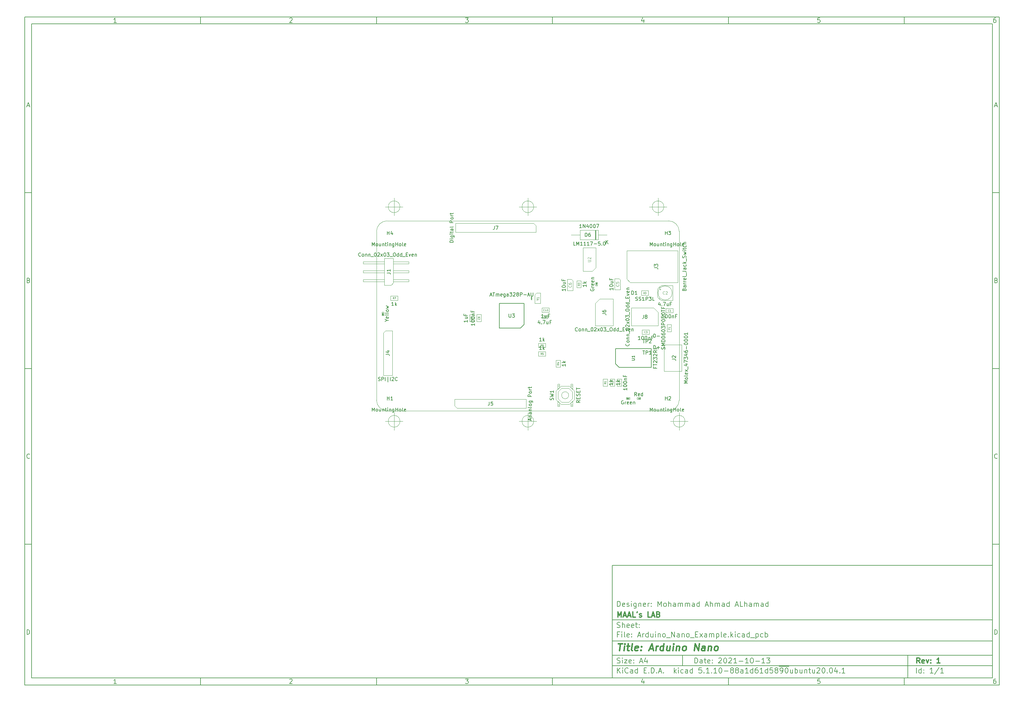
<source format=gbr>
%TF.GenerationSoftware,KiCad,Pcbnew,5.1.10-88a1d61d58~90~ubuntu20.04.1*%
%TF.CreationDate,2021-10-13T17:16:21+03:00*%
%TF.ProjectId,Arduino_Nano_Example,41726475-696e-46f5-9f4e-616e6f5f4578,1*%
%TF.SameCoordinates,Original*%
%TF.FileFunction,Other,Fab,Top*%
%FSLAX46Y46*%
G04 Gerber Fmt 4.6, Leading zero omitted, Abs format (unit mm)*
G04 Created by KiCad (PCBNEW 5.1.10-88a1d61d58~90~ubuntu20.04.1) date 2021-10-13 17:16:21*
%MOMM*%
%LPD*%
G01*
G04 APERTURE LIST*
%ADD10C,0.100000*%
%ADD11C,0.150000*%
%ADD12C,0.300000*%
%ADD13C,0.400000*%
%TA.AperFunction,Profile*%
%ADD14C,0.050000*%
%TD*%
%ADD15C,0.080000*%
%ADD16C,0.040000*%
%ADD17C,0.120000*%
%ADD18C,0.030000*%
%ADD19C,0.060000*%
G04 APERTURE END LIST*
D10*
D11*
X177002200Y-166007200D02*
X177002200Y-198007200D01*
X285002200Y-198007200D01*
X285002200Y-166007200D01*
X177002200Y-166007200D01*
D10*
D11*
X10000000Y-10000000D02*
X10000000Y-200007200D01*
X287002200Y-200007200D01*
X287002200Y-10000000D01*
X10000000Y-10000000D01*
D10*
D11*
X12000000Y-12000000D02*
X12000000Y-198007200D01*
X285002200Y-198007200D01*
X285002200Y-12000000D01*
X12000000Y-12000000D01*
D10*
D11*
X60000000Y-12000000D02*
X60000000Y-10000000D01*
D10*
D11*
X110000000Y-12000000D02*
X110000000Y-10000000D01*
D10*
D11*
X160000000Y-12000000D02*
X160000000Y-10000000D01*
D10*
D11*
X210000000Y-12000000D02*
X210000000Y-10000000D01*
D10*
D11*
X260000000Y-12000000D02*
X260000000Y-10000000D01*
D10*
D11*
X36065476Y-11588095D02*
X35322619Y-11588095D01*
X35694047Y-11588095D02*
X35694047Y-10288095D01*
X35570238Y-10473809D01*
X35446428Y-10597619D01*
X35322619Y-10659523D01*
D10*
D11*
X85322619Y-10411904D02*
X85384523Y-10350000D01*
X85508333Y-10288095D01*
X85817857Y-10288095D01*
X85941666Y-10350000D01*
X86003571Y-10411904D01*
X86065476Y-10535714D01*
X86065476Y-10659523D01*
X86003571Y-10845238D01*
X85260714Y-11588095D01*
X86065476Y-11588095D01*
D10*
D11*
X135260714Y-10288095D02*
X136065476Y-10288095D01*
X135632142Y-10783333D01*
X135817857Y-10783333D01*
X135941666Y-10845238D01*
X136003571Y-10907142D01*
X136065476Y-11030952D01*
X136065476Y-11340476D01*
X136003571Y-11464285D01*
X135941666Y-11526190D01*
X135817857Y-11588095D01*
X135446428Y-11588095D01*
X135322619Y-11526190D01*
X135260714Y-11464285D01*
D10*
D11*
X185941666Y-10721428D02*
X185941666Y-11588095D01*
X185632142Y-10226190D02*
X185322619Y-11154761D01*
X186127380Y-11154761D01*
D10*
D11*
X236003571Y-10288095D02*
X235384523Y-10288095D01*
X235322619Y-10907142D01*
X235384523Y-10845238D01*
X235508333Y-10783333D01*
X235817857Y-10783333D01*
X235941666Y-10845238D01*
X236003571Y-10907142D01*
X236065476Y-11030952D01*
X236065476Y-11340476D01*
X236003571Y-11464285D01*
X235941666Y-11526190D01*
X235817857Y-11588095D01*
X235508333Y-11588095D01*
X235384523Y-11526190D01*
X235322619Y-11464285D01*
D10*
D11*
X285941666Y-10288095D02*
X285694047Y-10288095D01*
X285570238Y-10350000D01*
X285508333Y-10411904D01*
X285384523Y-10597619D01*
X285322619Y-10845238D01*
X285322619Y-11340476D01*
X285384523Y-11464285D01*
X285446428Y-11526190D01*
X285570238Y-11588095D01*
X285817857Y-11588095D01*
X285941666Y-11526190D01*
X286003571Y-11464285D01*
X286065476Y-11340476D01*
X286065476Y-11030952D01*
X286003571Y-10907142D01*
X285941666Y-10845238D01*
X285817857Y-10783333D01*
X285570238Y-10783333D01*
X285446428Y-10845238D01*
X285384523Y-10907142D01*
X285322619Y-11030952D01*
D10*
D11*
X60000000Y-198007200D02*
X60000000Y-200007200D01*
D10*
D11*
X110000000Y-198007200D02*
X110000000Y-200007200D01*
D10*
D11*
X160000000Y-198007200D02*
X160000000Y-200007200D01*
D10*
D11*
X210000000Y-198007200D02*
X210000000Y-200007200D01*
D10*
D11*
X260000000Y-198007200D02*
X260000000Y-200007200D01*
D10*
D11*
X36065476Y-199595295D02*
X35322619Y-199595295D01*
X35694047Y-199595295D02*
X35694047Y-198295295D01*
X35570238Y-198481009D01*
X35446428Y-198604819D01*
X35322619Y-198666723D01*
D10*
D11*
X85322619Y-198419104D02*
X85384523Y-198357200D01*
X85508333Y-198295295D01*
X85817857Y-198295295D01*
X85941666Y-198357200D01*
X86003571Y-198419104D01*
X86065476Y-198542914D01*
X86065476Y-198666723D01*
X86003571Y-198852438D01*
X85260714Y-199595295D01*
X86065476Y-199595295D01*
D10*
D11*
X135260714Y-198295295D02*
X136065476Y-198295295D01*
X135632142Y-198790533D01*
X135817857Y-198790533D01*
X135941666Y-198852438D01*
X136003571Y-198914342D01*
X136065476Y-199038152D01*
X136065476Y-199347676D01*
X136003571Y-199471485D01*
X135941666Y-199533390D01*
X135817857Y-199595295D01*
X135446428Y-199595295D01*
X135322619Y-199533390D01*
X135260714Y-199471485D01*
D10*
D11*
X185941666Y-198728628D02*
X185941666Y-199595295D01*
X185632142Y-198233390D02*
X185322619Y-199161961D01*
X186127380Y-199161961D01*
D10*
D11*
X236003571Y-198295295D02*
X235384523Y-198295295D01*
X235322619Y-198914342D01*
X235384523Y-198852438D01*
X235508333Y-198790533D01*
X235817857Y-198790533D01*
X235941666Y-198852438D01*
X236003571Y-198914342D01*
X236065476Y-199038152D01*
X236065476Y-199347676D01*
X236003571Y-199471485D01*
X235941666Y-199533390D01*
X235817857Y-199595295D01*
X235508333Y-199595295D01*
X235384523Y-199533390D01*
X235322619Y-199471485D01*
D10*
D11*
X285941666Y-198295295D02*
X285694047Y-198295295D01*
X285570238Y-198357200D01*
X285508333Y-198419104D01*
X285384523Y-198604819D01*
X285322619Y-198852438D01*
X285322619Y-199347676D01*
X285384523Y-199471485D01*
X285446428Y-199533390D01*
X285570238Y-199595295D01*
X285817857Y-199595295D01*
X285941666Y-199533390D01*
X286003571Y-199471485D01*
X286065476Y-199347676D01*
X286065476Y-199038152D01*
X286003571Y-198914342D01*
X285941666Y-198852438D01*
X285817857Y-198790533D01*
X285570238Y-198790533D01*
X285446428Y-198852438D01*
X285384523Y-198914342D01*
X285322619Y-199038152D01*
D10*
D11*
X10000000Y-60000000D02*
X12000000Y-60000000D01*
D10*
D11*
X10000000Y-110000000D02*
X12000000Y-110000000D01*
D10*
D11*
X10000000Y-160000000D02*
X12000000Y-160000000D01*
D10*
D11*
X10690476Y-35216666D02*
X11309523Y-35216666D01*
X10566666Y-35588095D02*
X11000000Y-34288095D01*
X11433333Y-35588095D01*
D10*
D11*
X11092857Y-84907142D02*
X11278571Y-84969047D01*
X11340476Y-85030952D01*
X11402380Y-85154761D01*
X11402380Y-85340476D01*
X11340476Y-85464285D01*
X11278571Y-85526190D01*
X11154761Y-85588095D01*
X10659523Y-85588095D01*
X10659523Y-84288095D01*
X11092857Y-84288095D01*
X11216666Y-84350000D01*
X11278571Y-84411904D01*
X11340476Y-84535714D01*
X11340476Y-84659523D01*
X11278571Y-84783333D01*
X11216666Y-84845238D01*
X11092857Y-84907142D01*
X10659523Y-84907142D01*
D10*
D11*
X11402380Y-135464285D02*
X11340476Y-135526190D01*
X11154761Y-135588095D01*
X11030952Y-135588095D01*
X10845238Y-135526190D01*
X10721428Y-135402380D01*
X10659523Y-135278571D01*
X10597619Y-135030952D01*
X10597619Y-134845238D01*
X10659523Y-134597619D01*
X10721428Y-134473809D01*
X10845238Y-134350000D01*
X11030952Y-134288095D01*
X11154761Y-134288095D01*
X11340476Y-134350000D01*
X11402380Y-134411904D01*
D10*
D11*
X10659523Y-185588095D02*
X10659523Y-184288095D01*
X10969047Y-184288095D01*
X11154761Y-184350000D01*
X11278571Y-184473809D01*
X11340476Y-184597619D01*
X11402380Y-184845238D01*
X11402380Y-185030952D01*
X11340476Y-185278571D01*
X11278571Y-185402380D01*
X11154761Y-185526190D01*
X10969047Y-185588095D01*
X10659523Y-185588095D01*
D10*
D11*
X287002200Y-60000000D02*
X285002200Y-60000000D01*
D10*
D11*
X287002200Y-110000000D02*
X285002200Y-110000000D01*
D10*
D11*
X287002200Y-160000000D02*
X285002200Y-160000000D01*
D10*
D11*
X285692676Y-35216666D02*
X286311723Y-35216666D01*
X285568866Y-35588095D02*
X286002200Y-34288095D01*
X286435533Y-35588095D01*
D10*
D11*
X286095057Y-84907142D02*
X286280771Y-84969047D01*
X286342676Y-85030952D01*
X286404580Y-85154761D01*
X286404580Y-85340476D01*
X286342676Y-85464285D01*
X286280771Y-85526190D01*
X286156961Y-85588095D01*
X285661723Y-85588095D01*
X285661723Y-84288095D01*
X286095057Y-84288095D01*
X286218866Y-84350000D01*
X286280771Y-84411904D01*
X286342676Y-84535714D01*
X286342676Y-84659523D01*
X286280771Y-84783333D01*
X286218866Y-84845238D01*
X286095057Y-84907142D01*
X285661723Y-84907142D01*
D10*
D11*
X286404580Y-135464285D02*
X286342676Y-135526190D01*
X286156961Y-135588095D01*
X286033152Y-135588095D01*
X285847438Y-135526190D01*
X285723628Y-135402380D01*
X285661723Y-135278571D01*
X285599819Y-135030952D01*
X285599819Y-134845238D01*
X285661723Y-134597619D01*
X285723628Y-134473809D01*
X285847438Y-134350000D01*
X286033152Y-134288095D01*
X286156961Y-134288095D01*
X286342676Y-134350000D01*
X286404580Y-134411904D01*
D10*
D11*
X285661723Y-185588095D02*
X285661723Y-184288095D01*
X285971247Y-184288095D01*
X286156961Y-184350000D01*
X286280771Y-184473809D01*
X286342676Y-184597619D01*
X286404580Y-184845238D01*
X286404580Y-185030952D01*
X286342676Y-185278571D01*
X286280771Y-185402380D01*
X286156961Y-185526190D01*
X285971247Y-185588095D01*
X285661723Y-185588095D01*
D10*
D11*
X200434342Y-193785771D02*
X200434342Y-192285771D01*
X200791485Y-192285771D01*
X201005771Y-192357200D01*
X201148628Y-192500057D01*
X201220057Y-192642914D01*
X201291485Y-192928628D01*
X201291485Y-193142914D01*
X201220057Y-193428628D01*
X201148628Y-193571485D01*
X201005771Y-193714342D01*
X200791485Y-193785771D01*
X200434342Y-193785771D01*
X202577200Y-193785771D02*
X202577200Y-193000057D01*
X202505771Y-192857200D01*
X202362914Y-192785771D01*
X202077200Y-192785771D01*
X201934342Y-192857200D01*
X202577200Y-193714342D02*
X202434342Y-193785771D01*
X202077200Y-193785771D01*
X201934342Y-193714342D01*
X201862914Y-193571485D01*
X201862914Y-193428628D01*
X201934342Y-193285771D01*
X202077200Y-193214342D01*
X202434342Y-193214342D01*
X202577200Y-193142914D01*
X203077200Y-192785771D02*
X203648628Y-192785771D01*
X203291485Y-192285771D02*
X203291485Y-193571485D01*
X203362914Y-193714342D01*
X203505771Y-193785771D01*
X203648628Y-193785771D01*
X204720057Y-193714342D02*
X204577200Y-193785771D01*
X204291485Y-193785771D01*
X204148628Y-193714342D01*
X204077200Y-193571485D01*
X204077200Y-193000057D01*
X204148628Y-192857200D01*
X204291485Y-192785771D01*
X204577200Y-192785771D01*
X204720057Y-192857200D01*
X204791485Y-193000057D01*
X204791485Y-193142914D01*
X204077200Y-193285771D01*
X205434342Y-193642914D02*
X205505771Y-193714342D01*
X205434342Y-193785771D01*
X205362914Y-193714342D01*
X205434342Y-193642914D01*
X205434342Y-193785771D01*
X205434342Y-192857200D02*
X205505771Y-192928628D01*
X205434342Y-193000057D01*
X205362914Y-192928628D01*
X205434342Y-192857200D01*
X205434342Y-193000057D01*
X207220057Y-192428628D02*
X207291485Y-192357200D01*
X207434342Y-192285771D01*
X207791485Y-192285771D01*
X207934342Y-192357200D01*
X208005771Y-192428628D01*
X208077200Y-192571485D01*
X208077200Y-192714342D01*
X208005771Y-192928628D01*
X207148628Y-193785771D01*
X208077200Y-193785771D01*
X209005771Y-192285771D02*
X209148628Y-192285771D01*
X209291485Y-192357200D01*
X209362914Y-192428628D01*
X209434342Y-192571485D01*
X209505771Y-192857200D01*
X209505771Y-193214342D01*
X209434342Y-193500057D01*
X209362914Y-193642914D01*
X209291485Y-193714342D01*
X209148628Y-193785771D01*
X209005771Y-193785771D01*
X208862914Y-193714342D01*
X208791485Y-193642914D01*
X208720057Y-193500057D01*
X208648628Y-193214342D01*
X208648628Y-192857200D01*
X208720057Y-192571485D01*
X208791485Y-192428628D01*
X208862914Y-192357200D01*
X209005771Y-192285771D01*
X210077200Y-192428628D02*
X210148628Y-192357200D01*
X210291485Y-192285771D01*
X210648628Y-192285771D01*
X210791485Y-192357200D01*
X210862914Y-192428628D01*
X210934342Y-192571485D01*
X210934342Y-192714342D01*
X210862914Y-192928628D01*
X210005771Y-193785771D01*
X210934342Y-193785771D01*
X212362914Y-193785771D02*
X211505771Y-193785771D01*
X211934342Y-193785771D02*
X211934342Y-192285771D01*
X211791485Y-192500057D01*
X211648628Y-192642914D01*
X211505771Y-192714342D01*
X213005771Y-193214342D02*
X214148628Y-193214342D01*
X215648628Y-193785771D02*
X214791485Y-193785771D01*
X215220057Y-193785771D02*
X215220057Y-192285771D01*
X215077200Y-192500057D01*
X214934342Y-192642914D01*
X214791485Y-192714342D01*
X216577200Y-192285771D02*
X216720057Y-192285771D01*
X216862914Y-192357200D01*
X216934342Y-192428628D01*
X217005771Y-192571485D01*
X217077200Y-192857200D01*
X217077200Y-193214342D01*
X217005771Y-193500057D01*
X216934342Y-193642914D01*
X216862914Y-193714342D01*
X216720057Y-193785771D01*
X216577200Y-193785771D01*
X216434342Y-193714342D01*
X216362914Y-193642914D01*
X216291485Y-193500057D01*
X216220057Y-193214342D01*
X216220057Y-192857200D01*
X216291485Y-192571485D01*
X216362914Y-192428628D01*
X216434342Y-192357200D01*
X216577200Y-192285771D01*
X217720057Y-193214342D02*
X218862914Y-193214342D01*
X220362914Y-193785771D02*
X219505771Y-193785771D01*
X219934342Y-193785771D02*
X219934342Y-192285771D01*
X219791485Y-192500057D01*
X219648628Y-192642914D01*
X219505771Y-192714342D01*
X220862914Y-192285771D02*
X221791485Y-192285771D01*
X221291485Y-192857200D01*
X221505771Y-192857200D01*
X221648628Y-192928628D01*
X221720057Y-193000057D01*
X221791485Y-193142914D01*
X221791485Y-193500057D01*
X221720057Y-193642914D01*
X221648628Y-193714342D01*
X221505771Y-193785771D01*
X221077200Y-193785771D01*
X220934342Y-193714342D01*
X220862914Y-193642914D01*
D10*
D11*
X177002200Y-194507200D02*
X285002200Y-194507200D01*
D10*
D11*
X178434342Y-196585771D02*
X178434342Y-195085771D01*
X179291485Y-196585771D02*
X178648628Y-195728628D01*
X179291485Y-195085771D02*
X178434342Y-195942914D01*
X179934342Y-196585771D02*
X179934342Y-195585771D01*
X179934342Y-195085771D02*
X179862914Y-195157200D01*
X179934342Y-195228628D01*
X180005771Y-195157200D01*
X179934342Y-195085771D01*
X179934342Y-195228628D01*
X181505771Y-196442914D02*
X181434342Y-196514342D01*
X181220057Y-196585771D01*
X181077200Y-196585771D01*
X180862914Y-196514342D01*
X180720057Y-196371485D01*
X180648628Y-196228628D01*
X180577200Y-195942914D01*
X180577200Y-195728628D01*
X180648628Y-195442914D01*
X180720057Y-195300057D01*
X180862914Y-195157200D01*
X181077200Y-195085771D01*
X181220057Y-195085771D01*
X181434342Y-195157200D01*
X181505771Y-195228628D01*
X182791485Y-196585771D02*
X182791485Y-195800057D01*
X182720057Y-195657200D01*
X182577200Y-195585771D01*
X182291485Y-195585771D01*
X182148628Y-195657200D01*
X182791485Y-196514342D02*
X182648628Y-196585771D01*
X182291485Y-196585771D01*
X182148628Y-196514342D01*
X182077200Y-196371485D01*
X182077200Y-196228628D01*
X182148628Y-196085771D01*
X182291485Y-196014342D01*
X182648628Y-196014342D01*
X182791485Y-195942914D01*
X184148628Y-196585771D02*
X184148628Y-195085771D01*
X184148628Y-196514342D02*
X184005771Y-196585771D01*
X183720057Y-196585771D01*
X183577200Y-196514342D01*
X183505771Y-196442914D01*
X183434342Y-196300057D01*
X183434342Y-195871485D01*
X183505771Y-195728628D01*
X183577200Y-195657200D01*
X183720057Y-195585771D01*
X184005771Y-195585771D01*
X184148628Y-195657200D01*
X186005771Y-195800057D02*
X186505771Y-195800057D01*
X186720057Y-196585771D02*
X186005771Y-196585771D01*
X186005771Y-195085771D01*
X186720057Y-195085771D01*
X187362914Y-196442914D02*
X187434342Y-196514342D01*
X187362914Y-196585771D01*
X187291485Y-196514342D01*
X187362914Y-196442914D01*
X187362914Y-196585771D01*
X188077200Y-196585771D02*
X188077200Y-195085771D01*
X188434342Y-195085771D01*
X188648628Y-195157200D01*
X188791485Y-195300057D01*
X188862914Y-195442914D01*
X188934342Y-195728628D01*
X188934342Y-195942914D01*
X188862914Y-196228628D01*
X188791485Y-196371485D01*
X188648628Y-196514342D01*
X188434342Y-196585771D01*
X188077200Y-196585771D01*
X189577200Y-196442914D02*
X189648628Y-196514342D01*
X189577200Y-196585771D01*
X189505771Y-196514342D01*
X189577200Y-196442914D01*
X189577200Y-196585771D01*
X190220057Y-196157200D02*
X190934342Y-196157200D01*
X190077200Y-196585771D02*
X190577200Y-195085771D01*
X191077200Y-196585771D01*
X191577200Y-196442914D02*
X191648628Y-196514342D01*
X191577200Y-196585771D01*
X191505771Y-196514342D01*
X191577200Y-196442914D01*
X191577200Y-196585771D01*
X194577200Y-196585771D02*
X194577200Y-195085771D01*
X194720057Y-196014342D02*
X195148628Y-196585771D01*
X195148628Y-195585771D02*
X194577200Y-196157200D01*
X195791485Y-196585771D02*
X195791485Y-195585771D01*
X195791485Y-195085771D02*
X195720057Y-195157200D01*
X195791485Y-195228628D01*
X195862914Y-195157200D01*
X195791485Y-195085771D01*
X195791485Y-195228628D01*
X197148628Y-196514342D02*
X197005771Y-196585771D01*
X196720057Y-196585771D01*
X196577200Y-196514342D01*
X196505771Y-196442914D01*
X196434342Y-196300057D01*
X196434342Y-195871485D01*
X196505771Y-195728628D01*
X196577200Y-195657200D01*
X196720057Y-195585771D01*
X197005771Y-195585771D01*
X197148628Y-195657200D01*
X198434342Y-196585771D02*
X198434342Y-195800057D01*
X198362914Y-195657200D01*
X198220057Y-195585771D01*
X197934342Y-195585771D01*
X197791485Y-195657200D01*
X198434342Y-196514342D02*
X198291485Y-196585771D01*
X197934342Y-196585771D01*
X197791485Y-196514342D01*
X197720057Y-196371485D01*
X197720057Y-196228628D01*
X197791485Y-196085771D01*
X197934342Y-196014342D01*
X198291485Y-196014342D01*
X198434342Y-195942914D01*
X199791485Y-196585771D02*
X199791485Y-195085771D01*
X199791485Y-196514342D02*
X199648628Y-196585771D01*
X199362914Y-196585771D01*
X199220057Y-196514342D01*
X199148628Y-196442914D01*
X199077200Y-196300057D01*
X199077200Y-195871485D01*
X199148628Y-195728628D01*
X199220057Y-195657200D01*
X199362914Y-195585771D01*
X199648628Y-195585771D01*
X199791485Y-195657200D01*
X202362914Y-195085771D02*
X201648628Y-195085771D01*
X201577200Y-195800057D01*
X201648628Y-195728628D01*
X201791485Y-195657200D01*
X202148628Y-195657200D01*
X202291485Y-195728628D01*
X202362914Y-195800057D01*
X202434342Y-195942914D01*
X202434342Y-196300057D01*
X202362914Y-196442914D01*
X202291485Y-196514342D01*
X202148628Y-196585771D01*
X201791485Y-196585771D01*
X201648628Y-196514342D01*
X201577200Y-196442914D01*
X203077200Y-196442914D02*
X203148628Y-196514342D01*
X203077200Y-196585771D01*
X203005771Y-196514342D01*
X203077200Y-196442914D01*
X203077200Y-196585771D01*
X204577200Y-196585771D02*
X203720057Y-196585771D01*
X204148628Y-196585771D02*
X204148628Y-195085771D01*
X204005771Y-195300057D01*
X203862914Y-195442914D01*
X203720057Y-195514342D01*
X205220057Y-196442914D02*
X205291485Y-196514342D01*
X205220057Y-196585771D01*
X205148628Y-196514342D01*
X205220057Y-196442914D01*
X205220057Y-196585771D01*
X206720057Y-196585771D02*
X205862914Y-196585771D01*
X206291485Y-196585771D02*
X206291485Y-195085771D01*
X206148628Y-195300057D01*
X206005771Y-195442914D01*
X205862914Y-195514342D01*
X207648628Y-195085771D02*
X207791485Y-195085771D01*
X207934342Y-195157200D01*
X208005771Y-195228628D01*
X208077200Y-195371485D01*
X208148628Y-195657200D01*
X208148628Y-196014342D01*
X208077200Y-196300057D01*
X208005771Y-196442914D01*
X207934342Y-196514342D01*
X207791485Y-196585771D01*
X207648628Y-196585771D01*
X207505771Y-196514342D01*
X207434342Y-196442914D01*
X207362914Y-196300057D01*
X207291485Y-196014342D01*
X207291485Y-195657200D01*
X207362914Y-195371485D01*
X207434342Y-195228628D01*
X207505771Y-195157200D01*
X207648628Y-195085771D01*
X208791485Y-196014342D02*
X209934342Y-196014342D01*
X210862914Y-195728628D02*
X210720057Y-195657200D01*
X210648628Y-195585771D01*
X210577200Y-195442914D01*
X210577200Y-195371485D01*
X210648628Y-195228628D01*
X210720057Y-195157200D01*
X210862914Y-195085771D01*
X211148628Y-195085771D01*
X211291485Y-195157200D01*
X211362914Y-195228628D01*
X211434342Y-195371485D01*
X211434342Y-195442914D01*
X211362914Y-195585771D01*
X211291485Y-195657200D01*
X211148628Y-195728628D01*
X210862914Y-195728628D01*
X210720057Y-195800057D01*
X210648628Y-195871485D01*
X210577200Y-196014342D01*
X210577200Y-196300057D01*
X210648628Y-196442914D01*
X210720057Y-196514342D01*
X210862914Y-196585771D01*
X211148628Y-196585771D01*
X211291485Y-196514342D01*
X211362914Y-196442914D01*
X211434342Y-196300057D01*
X211434342Y-196014342D01*
X211362914Y-195871485D01*
X211291485Y-195800057D01*
X211148628Y-195728628D01*
X212291485Y-195728628D02*
X212148628Y-195657200D01*
X212077200Y-195585771D01*
X212005771Y-195442914D01*
X212005771Y-195371485D01*
X212077200Y-195228628D01*
X212148628Y-195157200D01*
X212291485Y-195085771D01*
X212577200Y-195085771D01*
X212720057Y-195157200D01*
X212791485Y-195228628D01*
X212862914Y-195371485D01*
X212862914Y-195442914D01*
X212791485Y-195585771D01*
X212720057Y-195657200D01*
X212577200Y-195728628D01*
X212291485Y-195728628D01*
X212148628Y-195800057D01*
X212077200Y-195871485D01*
X212005771Y-196014342D01*
X212005771Y-196300057D01*
X212077200Y-196442914D01*
X212148628Y-196514342D01*
X212291485Y-196585771D01*
X212577200Y-196585771D01*
X212720057Y-196514342D01*
X212791485Y-196442914D01*
X212862914Y-196300057D01*
X212862914Y-196014342D01*
X212791485Y-195871485D01*
X212720057Y-195800057D01*
X212577200Y-195728628D01*
X214148628Y-196585771D02*
X214148628Y-195800057D01*
X214077200Y-195657200D01*
X213934342Y-195585771D01*
X213648628Y-195585771D01*
X213505771Y-195657200D01*
X214148628Y-196514342D02*
X214005771Y-196585771D01*
X213648628Y-196585771D01*
X213505771Y-196514342D01*
X213434342Y-196371485D01*
X213434342Y-196228628D01*
X213505771Y-196085771D01*
X213648628Y-196014342D01*
X214005771Y-196014342D01*
X214148628Y-195942914D01*
X215648628Y-196585771D02*
X214791485Y-196585771D01*
X215220057Y-196585771D02*
X215220057Y-195085771D01*
X215077200Y-195300057D01*
X214934342Y-195442914D01*
X214791485Y-195514342D01*
X216934342Y-196585771D02*
X216934342Y-195085771D01*
X216934342Y-196514342D02*
X216791485Y-196585771D01*
X216505771Y-196585771D01*
X216362914Y-196514342D01*
X216291485Y-196442914D01*
X216220057Y-196300057D01*
X216220057Y-195871485D01*
X216291485Y-195728628D01*
X216362914Y-195657200D01*
X216505771Y-195585771D01*
X216791485Y-195585771D01*
X216934342Y-195657200D01*
X218291485Y-195085771D02*
X218005771Y-195085771D01*
X217862914Y-195157200D01*
X217791485Y-195228628D01*
X217648628Y-195442914D01*
X217577200Y-195728628D01*
X217577200Y-196300057D01*
X217648628Y-196442914D01*
X217720057Y-196514342D01*
X217862914Y-196585771D01*
X218148628Y-196585771D01*
X218291485Y-196514342D01*
X218362914Y-196442914D01*
X218434342Y-196300057D01*
X218434342Y-195942914D01*
X218362914Y-195800057D01*
X218291485Y-195728628D01*
X218148628Y-195657200D01*
X217862914Y-195657200D01*
X217720057Y-195728628D01*
X217648628Y-195800057D01*
X217577200Y-195942914D01*
X219862914Y-196585771D02*
X219005771Y-196585771D01*
X219434342Y-196585771D02*
X219434342Y-195085771D01*
X219291485Y-195300057D01*
X219148628Y-195442914D01*
X219005771Y-195514342D01*
X221148628Y-196585771D02*
X221148628Y-195085771D01*
X221148628Y-196514342D02*
X221005771Y-196585771D01*
X220720057Y-196585771D01*
X220577200Y-196514342D01*
X220505771Y-196442914D01*
X220434342Y-196300057D01*
X220434342Y-195871485D01*
X220505771Y-195728628D01*
X220577200Y-195657200D01*
X220720057Y-195585771D01*
X221005771Y-195585771D01*
X221148628Y-195657200D01*
X222577200Y-195085771D02*
X221862914Y-195085771D01*
X221791485Y-195800057D01*
X221862914Y-195728628D01*
X222005771Y-195657200D01*
X222362914Y-195657200D01*
X222505771Y-195728628D01*
X222577200Y-195800057D01*
X222648628Y-195942914D01*
X222648628Y-196300057D01*
X222577200Y-196442914D01*
X222505771Y-196514342D01*
X222362914Y-196585771D01*
X222005771Y-196585771D01*
X221862914Y-196514342D01*
X221791485Y-196442914D01*
X223505771Y-195728628D02*
X223362914Y-195657200D01*
X223291485Y-195585771D01*
X223220057Y-195442914D01*
X223220057Y-195371485D01*
X223291485Y-195228628D01*
X223362914Y-195157200D01*
X223505771Y-195085771D01*
X223791485Y-195085771D01*
X223934342Y-195157200D01*
X224005771Y-195228628D01*
X224077200Y-195371485D01*
X224077200Y-195442914D01*
X224005771Y-195585771D01*
X223934342Y-195657200D01*
X223791485Y-195728628D01*
X223505771Y-195728628D01*
X223362914Y-195800057D01*
X223291485Y-195871485D01*
X223220057Y-196014342D01*
X223220057Y-196300057D01*
X223291485Y-196442914D01*
X223362914Y-196514342D01*
X223505771Y-196585771D01*
X223791485Y-196585771D01*
X223934342Y-196514342D01*
X224005771Y-196442914D01*
X224077200Y-196300057D01*
X224077200Y-196014342D01*
X224005771Y-195871485D01*
X223934342Y-195800057D01*
X223791485Y-195728628D01*
X224362914Y-194677200D02*
X225791485Y-194677200D01*
X224791485Y-196585771D02*
X225077200Y-196585771D01*
X225220057Y-196514342D01*
X225291485Y-196442914D01*
X225434342Y-196228628D01*
X225505771Y-195942914D01*
X225505771Y-195371485D01*
X225434342Y-195228628D01*
X225362914Y-195157200D01*
X225220057Y-195085771D01*
X224934342Y-195085771D01*
X224791485Y-195157200D01*
X224720057Y-195228628D01*
X224648628Y-195371485D01*
X224648628Y-195728628D01*
X224720057Y-195871485D01*
X224791485Y-195942914D01*
X224934342Y-196014342D01*
X225220057Y-196014342D01*
X225362914Y-195942914D01*
X225434342Y-195871485D01*
X225505771Y-195728628D01*
X225791485Y-194677200D02*
X227220057Y-194677200D01*
X226434342Y-195085771D02*
X226577199Y-195085771D01*
X226720057Y-195157200D01*
X226791485Y-195228628D01*
X226862914Y-195371485D01*
X226934342Y-195657200D01*
X226934342Y-196014342D01*
X226862914Y-196300057D01*
X226791485Y-196442914D01*
X226720057Y-196514342D01*
X226577199Y-196585771D01*
X226434342Y-196585771D01*
X226291485Y-196514342D01*
X226220057Y-196442914D01*
X226148628Y-196300057D01*
X226077199Y-196014342D01*
X226077199Y-195657200D01*
X226148628Y-195371485D01*
X226220057Y-195228628D01*
X226291485Y-195157200D01*
X226434342Y-195085771D01*
X228220057Y-195585771D02*
X228220057Y-196585771D01*
X227577199Y-195585771D02*
X227577199Y-196371485D01*
X227648628Y-196514342D01*
X227791485Y-196585771D01*
X228005771Y-196585771D01*
X228148628Y-196514342D01*
X228220057Y-196442914D01*
X228934342Y-196585771D02*
X228934342Y-195085771D01*
X228934342Y-195657200D02*
X229077199Y-195585771D01*
X229362914Y-195585771D01*
X229505771Y-195657200D01*
X229577199Y-195728628D01*
X229648628Y-195871485D01*
X229648628Y-196300057D01*
X229577199Y-196442914D01*
X229505771Y-196514342D01*
X229362914Y-196585771D01*
X229077199Y-196585771D01*
X228934342Y-196514342D01*
X230934342Y-195585771D02*
X230934342Y-196585771D01*
X230291485Y-195585771D02*
X230291485Y-196371485D01*
X230362914Y-196514342D01*
X230505771Y-196585771D01*
X230720057Y-196585771D01*
X230862914Y-196514342D01*
X230934342Y-196442914D01*
X231648628Y-195585771D02*
X231648628Y-196585771D01*
X231648628Y-195728628D02*
X231720057Y-195657200D01*
X231862914Y-195585771D01*
X232077199Y-195585771D01*
X232220057Y-195657200D01*
X232291485Y-195800057D01*
X232291485Y-196585771D01*
X232791485Y-195585771D02*
X233362914Y-195585771D01*
X233005771Y-195085771D02*
X233005771Y-196371485D01*
X233077199Y-196514342D01*
X233220057Y-196585771D01*
X233362914Y-196585771D01*
X234505771Y-195585771D02*
X234505771Y-196585771D01*
X233862914Y-195585771D02*
X233862914Y-196371485D01*
X233934342Y-196514342D01*
X234077200Y-196585771D01*
X234291485Y-196585771D01*
X234434342Y-196514342D01*
X234505771Y-196442914D01*
X235148628Y-195228628D02*
X235220057Y-195157200D01*
X235362914Y-195085771D01*
X235720057Y-195085771D01*
X235862914Y-195157200D01*
X235934342Y-195228628D01*
X236005771Y-195371485D01*
X236005771Y-195514342D01*
X235934342Y-195728628D01*
X235077200Y-196585771D01*
X236005771Y-196585771D01*
X236934342Y-195085771D02*
X237077199Y-195085771D01*
X237220057Y-195157200D01*
X237291485Y-195228628D01*
X237362914Y-195371485D01*
X237434342Y-195657200D01*
X237434342Y-196014342D01*
X237362914Y-196300057D01*
X237291485Y-196442914D01*
X237220057Y-196514342D01*
X237077199Y-196585771D01*
X236934342Y-196585771D01*
X236791485Y-196514342D01*
X236720057Y-196442914D01*
X236648628Y-196300057D01*
X236577199Y-196014342D01*
X236577199Y-195657200D01*
X236648628Y-195371485D01*
X236720057Y-195228628D01*
X236791485Y-195157200D01*
X236934342Y-195085771D01*
X238077199Y-196442914D02*
X238148628Y-196514342D01*
X238077199Y-196585771D01*
X238005771Y-196514342D01*
X238077199Y-196442914D01*
X238077199Y-196585771D01*
X239077199Y-195085771D02*
X239220057Y-195085771D01*
X239362914Y-195157200D01*
X239434342Y-195228628D01*
X239505771Y-195371485D01*
X239577199Y-195657200D01*
X239577199Y-196014342D01*
X239505771Y-196300057D01*
X239434342Y-196442914D01*
X239362914Y-196514342D01*
X239220057Y-196585771D01*
X239077199Y-196585771D01*
X238934342Y-196514342D01*
X238862914Y-196442914D01*
X238791485Y-196300057D01*
X238720057Y-196014342D01*
X238720057Y-195657200D01*
X238791485Y-195371485D01*
X238862914Y-195228628D01*
X238934342Y-195157200D01*
X239077199Y-195085771D01*
X240862914Y-195585771D02*
X240862914Y-196585771D01*
X240505771Y-195014342D02*
X240148628Y-196085771D01*
X241077199Y-196085771D01*
X241648628Y-196442914D02*
X241720057Y-196514342D01*
X241648628Y-196585771D01*
X241577199Y-196514342D01*
X241648628Y-196442914D01*
X241648628Y-196585771D01*
X243148628Y-196585771D02*
X242291485Y-196585771D01*
X242720057Y-196585771D02*
X242720057Y-195085771D01*
X242577199Y-195300057D01*
X242434342Y-195442914D01*
X242291485Y-195514342D01*
D10*
D11*
X177002200Y-191507200D02*
X285002200Y-191507200D01*
D10*
D12*
X264411485Y-193785771D02*
X263911485Y-193071485D01*
X263554342Y-193785771D02*
X263554342Y-192285771D01*
X264125771Y-192285771D01*
X264268628Y-192357200D01*
X264340057Y-192428628D01*
X264411485Y-192571485D01*
X264411485Y-192785771D01*
X264340057Y-192928628D01*
X264268628Y-193000057D01*
X264125771Y-193071485D01*
X263554342Y-193071485D01*
X265625771Y-193714342D02*
X265482914Y-193785771D01*
X265197200Y-193785771D01*
X265054342Y-193714342D01*
X264982914Y-193571485D01*
X264982914Y-193000057D01*
X265054342Y-192857200D01*
X265197200Y-192785771D01*
X265482914Y-192785771D01*
X265625771Y-192857200D01*
X265697200Y-193000057D01*
X265697200Y-193142914D01*
X264982914Y-193285771D01*
X266197200Y-192785771D02*
X266554342Y-193785771D01*
X266911485Y-192785771D01*
X267482914Y-193642914D02*
X267554342Y-193714342D01*
X267482914Y-193785771D01*
X267411485Y-193714342D01*
X267482914Y-193642914D01*
X267482914Y-193785771D01*
X267482914Y-192857200D02*
X267554342Y-192928628D01*
X267482914Y-193000057D01*
X267411485Y-192928628D01*
X267482914Y-192857200D01*
X267482914Y-193000057D01*
X270125771Y-193785771D02*
X269268628Y-193785771D01*
X269697200Y-193785771D02*
X269697200Y-192285771D01*
X269554342Y-192500057D01*
X269411485Y-192642914D01*
X269268628Y-192714342D01*
D10*
D11*
X178362914Y-193714342D02*
X178577200Y-193785771D01*
X178934342Y-193785771D01*
X179077200Y-193714342D01*
X179148628Y-193642914D01*
X179220057Y-193500057D01*
X179220057Y-193357200D01*
X179148628Y-193214342D01*
X179077200Y-193142914D01*
X178934342Y-193071485D01*
X178648628Y-193000057D01*
X178505771Y-192928628D01*
X178434342Y-192857200D01*
X178362914Y-192714342D01*
X178362914Y-192571485D01*
X178434342Y-192428628D01*
X178505771Y-192357200D01*
X178648628Y-192285771D01*
X179005771Y-192285771D01*
X179220057Y-192357200D01*
X179862914Y-193785771D02*
X179862914Y-192785771D01*
X179862914Y-192285771D02*
X179791485Y-192357200D01*
X179862914Y-192428628D01*
X179934342Y-192357200D01*
X179862914Y-192285771D01*
X179862914Y-192428628D01*
X180434342Y-192785771D02*
X181220057Y-192785771D01*
X180434342Y-193785771D01*
X181220057Y-193785771D01*
X182362914Y-193714342D02*
X182220057Y-193785771D01*
X181934342Y-193785771D01*
X181791485Y-193714342D01*
X181720057Y-193571485D01*
X181720057Y-193000057D01*
X181791485Y-192857200D01*
X181934342Y-192785771D01*
X182220057Y-192785771D01*
X182362914Y-192857200D01*
X182434342Y-193000057D01*
X182434342Y-193142914D01*
X181720057Y-193285771D01*
X183077200Y-193642914D02*
X183148628Y-193714342D01*
X183077200Y-193785771D01*
X183005771Y-193714342D01*
X183077200Y-193642914D01*
X183077200Y-193785771D01*
X183077200Y-192857200D02*
X183148628Y-192928628D01*
X183077200Y-193000057D01*
X183005771Y-192928628D01*
X183077200Y-192857200D01*
X183077200Y-193000057D01*
X184862914Y-193357200D02*
X185577200Y-193357200D01*
X184720057Y-193785771D02*
X185220057Y-192285771D01*
X185720057Y-193785771D01*
X186862914Y-192785771D02*
X186862914Y-193785771D01*
X186505771Y-192214342D02*
X186148628Y-193285771D01*
X187077200Y-193285771D01*
D10*
D11*
X263434342Y-196585771D02*
X263434342Y-195085771D01*
X264791485Y-196585771D02*
X264791485Y-195085771D01*
X264791485Y-196514342D02*
X264648628Y-196585771D01*
X264362914Y-196585771D01*
X264220057Y-196514342D01*
X264148628Y-196442914D01*
X264077200Y-196300057D01*
X264077200Y-195871485D01*
X264148628Y-195728628D01*
X264220057Y-195657200D01*
X264362914Y-195585771D01*
X264648628Y-195585771D01*
X264791485Y-195657200D01*
X265505771Y-196442914D02*
X265577200Y-196514342D01*
X265505771Y-196585771D01*
X265434342Y-196514342D01*
X265505771Y-196442914D01*
X265505771Y-196585771D01*
X265505771Y-195657200D02*
X265577200Y-195728628D01*
X265505771Y-195800057D01*
X265434342Y-195728628D01*
X265505771Y-195657200D01*
X265505771Y-195800057D01*
X268148628Y-196585771D02*
X267291485Y-196585771D01*
X267720057Y-196585771D02*
X267720057Y-195085771D01*
X267577200Y-195300057D01*
X267434342Y-195442914D01*
X267291485Y-195514342D01*
X269862914Y-195014342D02*
X268577200Y-196942914D01*
X271148628Y-196585771D02*
X270291485Y-196585771D01*
X270720057Y-196585771D02*
X270720057Y-195085771D01*
X270577200Y-195300057D01*
X270434342Y-195442914D01*
X270291485Y-195514342D01*
D10*
D11*
X177002200Y-187507200D02*
X285002200Y-187507200D01*
D10*
D13*
X178714580Y-188211961D02*
X179857438Y-188211961D01*
X179036009Y-190211961D02*
X179286009Y-188211961D01*
X180274104Y-190211961D02*
X180440771Y-188878628D01*
X180524104Y-188211961D02*
X180416961Y-188307200D01*
X180500295Y-188402438D01*
X180607438Y-188307200D01*
X180524104Y-188211961D01*
X180500295Y-188402438D01*
X181107438Y-188878628D02*
X181869342Y-188878628D01*
X181476485Y-188211961D02*
X181262200Y-189926247D01*
X181333628Y-190116723D01*
X181512200Y-190211961D01*
X181702676Y-190211961D01*
X182655057Y-190211961D02*
X182476485Y-190116723D01*
X182405057Y-189926247D01*
X182619342Y-188211961D01*
X184190771Y-190116723D02*
X183988390Y-190211961D01*
X183607438Y-190211961D01*
X183428866Y-190116723D01*
X183357438Y-189926247D01*
X183452676Y-189164342D01*
X183571723Y-188973866D01*
X183774104Y-188878628D01*
X184155057Y-188878628D01*
X184333628Y-188973866D01*
X184405057Y-189164342D01*
X184381247Y-189354819D01*
X183405057Y-189545295D01*
X185155057Y-190021485D02*
X185238390Y-190116723D01*
X185131247Y-190211961D01*
X185047914Y-190116723D01*
X185155057Y-190021485D01*
X185131247Y-190211961D01*
X185286009Y-188973866D02*
X185369342Y-189069104D01*
X185262200Y-189164342D01*
X185178866Y-189069104D01*
X185286009Y-188973866D01*
X185262200Y-189164342D01*
X187583628Y-189640533D02*
X188536009Y-189640533D01*
X187321723Y-190211961D02*
X188238390Y-188211961D01*
X188655057Y-190211961D01*
X189321723Y-190211961D02*
X189488390Y-188878628D01*
X189440771Y-189259580D02*
X189559819Y-189069104D01*
X189666961Y-188973866D01*
X189869342Y-188878628D01*
X190059819Y-188878628D01*
X191416961Y-190211961D02*
X191666961Y-188211961D01*
X191428866Y-190116723D02*
X191226485Y-190211961D01*
X190845533Y-190211961D01*
X190666961Y-190116723D01*
X190583628Y-190021485D01*
X190512200Y-189831009D01*
X190583628Y-189259580D01*
X190702676Y-189069104D01*
X190809819Y-188973866D01*
X191012200Y-188878628D01*
X191393152Y-188878628D01*
X191571723Y-188973866D01*
X193393152Y-188878628D02*
X193226485Y-190211961D01*
X192536009Y-188878628D02*
X192405057Y-189926247D01*
X192476485Y-190116723D01*
X192655057Y-190211961D01*
X192940771Y-190211961D01*
X193143152Y-190116723D01*
X193250295Y-190021485D01*
X194178866Y-190211961D02*
X194345533Y-188878628D01*
X194428866Y-188211961D02*
X194321723Y-188307200D01*
X194405057Y-188402438D01*
X194512200Y-188307200D01*
X194428866Y-188211961D01*
X194405057Y-188402438D01*
X195297914Y-188878628D02*
X195131247Y-190211961D01*
X195274104Y-189069104D02*
X195381247Y-188973866D01*
X195583628Y-188878628D01*
X195869342Y-188878628D01*
X196047914Y-188973866D01*
X196119342Y-189164342D01*
X195988390Y-190211961D01*
X197226485Y-190211961D02*
X197047914Y-190116723D01*
X196964580Y-190021485D01*
X196893152Y-189831009D01*
X196964580Y-189259580D01*
X197083628Y-189069104D01*
X197190771Y-188973866D01*
X197393152Y-188878628D01*
X197678866Y-188878628D01*
X197857438Y-188973866D01*
X197940771Y-189069104D01*
X198012200Y-189259580D01*
X197940771Y-189831009D01*
X197821723Y-190021485D01*
X197714580Y-190116723D01*
X197512200Y-190211961D01*
X197226485Y-190211961D01*
X200274104Y-190211961D02*
X200524104Y-188211961D01*
X201416961Y-190211961D01*
X201666961Y-188211961D01*
X203226485Y-190211961D02*
X203357438Y-189164342D01*
X203286009Y-188973866D01*
X203107438Y-188878628D01*
X202726485Y-188878628D01*
X202524104Y-188973866D01*
X203238390Y-190116723D02*
X203036009Y-190211961D01*
X202559819Y-190211961D01*
X202381247Y-190116723D01*
X202309819Y-189926247D01*
X202333628Y-189735771D01*
X202452676Y-189545295D01*
X202655057Y-189450057D01*
X203131247Y-189450057D01*
X203333628Y-189354819D01*
X204345533Y-188878628D02*
X204178866Y-190211961D01*
X204321723Y-189069104D02*
X204428866Y-188973866D01*
X204631247Y-188878628D01*
X204916961Y-188878628D01*
X205095533Y-188973866D01*
X205166961Y-189164342D01*
X205036009Y-190211961D01*
X206274104Y-190211961D02*
X206095533Y-190116723D01*
X206012200Y-190021485D01*
X205940771Y-189831009D01*
X206012200Y-189259580D01*
X206131247Y-189069104D01*
X206238390Y-188973866D01*
X206440771Y-188878628D01*
X206726485Y-188878628D01*
X206905057Y-188973866D01*
X206988390Y-189069104D01*
X207059819Y-189259580D01*
X206988390Y-189831009D01*
X206869342Y-190021485D01*
X206762200Y-190116723D01*
X206559819Y-190211961D01*
X206274104Y-190211961D01*
D10*
D11*
X178934342Y-185600057D02*
X178434342Y-185600057D01*
X178434342Y-186385771D02*
X178434342Y-184885771D01*
X179148628Y-184885771D01*
X179720057Y-186385771D02*
X179720057Y-185385771D01*
X179720057Y-184885771D02*
X179648628Y-184957200D01*
X179720057Y-185028628D01*
X179791485Y-184957200D01*
X179720057Y-184885771D01*
X179720057Y-185028628D01*
X180648628Y-186385771D02*
X180505771Y-186314342D01*
X180434342Y-186171485D01*
X180434342Y-184885771D01*
X181791485Y-186314342D02*
X181648628Y-186385771D01*
X181362914Y-186385771D01*
X181220057Y-186314342D01*
X181148628Y-186171485D01*
X181148628Y-185600057D01*
X181220057Y-185457200D01*
X181362914Y-185385771D01*
X181648628Y-185385771D01*
X181791485Y-185457200D01*
X181862914Y-185600057D01*
X181862914Y-185742914D01*
X181148628Y-185885771D01*
X182505771Y-186242914D02*
X182577200Y-186314342D01*
X182505771Y-186385771D01*
X182434342Y-186314342D01*
X182505771Y-186242914D01*
X182505771Y-186385771D01*
X182505771Y-185457200D02*
X182577200Y-185528628D01*
X182505771Y-185600057D01*
X182434342Y-185528628D01*
X182505771Y-185457200D01*
X182505771Y-185600057D01*
X184291485Y-185957200D02*
X185005771Y-185957200D01*
X184148628Y-186385771D02*
X184648628Y-184885771D01*
X185148628Y-186385771D01*
X185648628Y-186385771D02*
X185648628Y-185385771D01*
X185648628Y-185671485D02*
X185720057Y-185528628D01*
X185791485Y-185457200D01*
X185934342Y-185385771D01*
X186077200Y-185385771D01*
X187220057Y-186385771D02*
X187220057Y-184885771D01*
X187220057Y-186314342D02*
X187077200Y-186385771D01*
X186791485Y-186385771D01*
X186648628Y-186314342D01*
X186577200Y-186242914D01*
X186505771Y-186100057D01*
X186505771Y-185671485D01*
X186577200Y-185528628D01*
X186648628Y-185457200D01*
X186791485Y-185385771D01*
X187077200Y-185385771D01*
X187220057Y-185457200D01*
X188577200Y-185385771D02*
X188577200Y-186385771D01*
X187934342Y-185385771D02*
X187934342Y-186171485D01*
X188005771Y-186314342D01*
X188148628Y-186385771D01*
X188362914Y-186385771D01*
X188505771Y-186314342D01*
X188577200Y-186242914D01*
X189291485Y-186385771D02*
X189291485Y-185385771D01*
X189291485Y-184885771D02*
X189220057Y-184957200D01*
X189291485Y-185028628D01*
X189362914Y-184957200D01*
X189291485Y-184885771D01*
X189291485Y-185028628D01*
X190005771Y-185385771D02*
X190005771Y-186385771D01*
X190005771Y-185528628D02*
X190077200Y-185457200D01*
X190220057Y-185385771D01*
X190434342Y-185385771D01*
X190577200Y-185457200D01*
X190648628Y-185600057D01*
X190648628Y-186385771D01*
X191577200Y-186385771D02*
X191434342Y-186314342D01*
X191362914Y-186242914D01*
X191291485Y-186100057D01*
X191291485Y-185671485D01*
X191362914Y-185528628D01*
X191434342Y-185457200D01*
X191577200Y-185385771D01*
X191791485Y-185385771D01*
X191934342Y-185457200D01*
X192005771Y-185528628D01*
X192077200Y-185671485D01*
X192077200Y-186100057D01*
X192005771Y-186242914D01*
X191934342Y-186314342D01*
X191791485Y-186385771D01*
X191577200Y-186385771D01*
X192362914Y-186528628D02*
X193505771Y-186528628D01*
X193862914Y-186385771D02*
X193862914Y-184885771D01*
X194720057Y-186385771D01*
X194720057Y-184885771D01*
X196077200Y-186385771D02*
X196077200Y-185600057D01*
X196005771Y-185457200D01*
X195862914Y-185385771D01*
X195577200Y-185385771D01*
X195434342Y-185457200D01*
X196077200Y-186314342D02*
X195934342Y-186385771D01*
X195577200Y-186385771D01*
X195434342Y-186314342D01*
X195362914Y-186171485D01*
X195362914Y-186028628D01*
X195434342Y-185885771D01*
X195577200Y-185814342D01*
X195934342Y-185814342D01*
X196077200Y-185742914D01*
X196791485Y-185385771D02*
X196791485Y-186385771D01*
X196791485Y-185528628D02*
X196862914Y-185457200D01*
X197005771Y-185385771D01*
X197220057Y-185385771D01*
X197362914Y-185457200D01*
X197434342Y-185600057D01*
X197434342Y-186385771D01*
X198362914Y-186385771D02*
X198220057Y-186314342D01*
X198148628Y-186242914D01*
X198077200Y-186100057D01*
X198077200Y-185671485D01*
X198148628Y-185528628D01*
X198220057Y-185457200D01*
X198362914Y-185385771D01*
X198577200Y-185385771D01*
X198720057Y-185457200D01*
X198791485Y-185528628D01*
X198862914Y-185671485D01*
X198862914Y-186100057D01*
X198791485Y-186242914D01*
X198720057Y-186314342D01*
X198577200Y-186385771D01*
X198362914Y-186385771D01*
X199148628Y-186528628D02*
X200291485Y-186528628D01*
X200648628Y-185600057D02*
X201148628Y-185600057D01*
X201362914Y-186385771D02*
X200648628Y-186385771D01*
X200648628Y-184885771D01*
X201362914Y-184885771D01*
X201862914Y-186385771D02*
X202648628Y-185385771D01*
X201862914Y-185385771D02*
X202648628Y-186385771D01*
X203862914Y-186385771D02*
X203862914Y-185600057D01*
X203791485Y-185457200D01*
X203648628Y-185385771D01*
X203362914Y-185385771D01*
X203220057Y-185457200D01*
X203862914Y-186314342D02*
X203720057Y-186385771D01*
X203362914Y-186385771D01*
X203220057Y-186314342D01*
X203148628Y-186171485D01*
X203148628Y-186028628D01*
X203220057Y-185885771D01*
X203362914Y-185814342D01*
X203720057Y-185814342D01*
X203862914Y-185742914D01*
X204577200Y-186385771D02*
X204577200Y-185385771D01*
X204577200Y-185528628D02*
X204648628Y-185457200D01*
X204791485Y-185385771D01*
X205005771Y-185385771D01*
X205148628Y-185457200D01*
X205220057Y-185600057D01*
X205220057Y-186385771D01*
X205220057Y-185600057D02*
X205291485Y-185457200D01*
X205434342Y-185385771D01*
X205648628Y-185385771D01*
X205791485Y-185457200D01*
X205862914Y-185600057D01*
X205862914Y-186385771D01*
X206577200Y-185385771D02*
X206577200Y-186885771D01*
X206577200Y-185457200D02*
X206720057Y-185385771D01*
X207005771Y-185385771D01*
X207148628Y-185457200D01*
X207220057Y-185528628D01*
X207291485Y-185671485D01*
X207291485Y-186100057D01*
X207220057Y-186242914D01*
X207148628Y-186314342D01*
X207005771Y-186385771D01*
X206720057Y-186385771D01*
X206577200Y-186314342D01*
X208148628Y-186385771D02*
X208005771Y-186314342D01*
X207934342Y-186171485D01*
X207934342Y-184885771D01*
X209291485Y-186314342D02*
X209148628Y-186385771D01*
X208862914Y-186385771D01*
X208720057Y-186314342D01*
X208648628Y-186171485D01*
X208648628Y-185600057D01*
X208720057Y-185457200D01*
X208862914Y-185385771D01*
X209148628Y-185385771D01*
X209291485Y-185457200D01*
X209362914Y-185600057D01*
X209362914Y-185742914D01*
X208648628Y-185885771D01*
X210005771Y-186242914D02*
X210077200Y-186314342D01*
X210005771Y-186385771D01*
X209934342Y-186314342D01*
X210005771Y-186242914D01*
X210005771Y-186385771D01*
X210720057Y-186385771D02*
X210720057Y-184885771D01*
X210862914Y-185814342D02*
X211291485Y-186385771D01*
X211291485Y-185385771D02*
X210720057Y-185957200D01*
X211934342Y-186385771D02*
X211934342Y-185385771D01*
X211934342Y-184885771D02*
X211862914Y-184957200D01*
X211934342Y-185028628D01*
X212005771Y-184957200D01*
X211934342Y-184885771D01*
X211934342Y-185028628D01*
X213291485Y-186314342D02*
X213148628Y-186385771D01*
X212862914Y-186385771D01*
X212720057Y-186314342D01*
X212648628Y-186242914D01*
X212577200Y-186100057D01*
X212577200Y-185671485D01*
X212648628Y-185528628D01*
X212720057Y-185457200D01*
X212862914Y-185385771D01*
X213148628Y-185385771D01*
X213291485Y-185457200D01*
X214577200Y-186385771D02*
X214577200Y-185600057D01*
X214505771Y-185457200D01*
X214362914Y-185385771D01*
X214077200Y-185385771D01*
X213934342Y-185457200D01*
X214577200Y-186314342D02*
X214434342Y-186385771D01*
X214077200Y-186385771D01*
X213934342Y-186314342D01*
X213862914Y-186171485D01*
X213862914Y-186028628D01*
X213934342Y-185885771D01*
X214077200Y-185814342D01*
X214434342Y-185814342D01*
X214577200Y-185742914D01*
X215934342Y-186385771D02*
X215934342Y-184885771D01*
X215934342Y-186314342D02*
X215791485Y-186385771D01*
X215505771Y-186385771D01*
X215362914Y-186314342D01*
X215291485Y-186242914D01*
X215220057Y-186100057D01*
X215220057Y-185671485D01*
X215291485Y-185528628D01*
X215362914Y-185457200D01*
X215505771Y-185385771D01*
X215791485Y-185385771D01*
X215934342Y-185457200D01*
X216291485Y-186528628D02*
X217434342Y-186528628D01*
X217791485Y-185385771D02*
X217791485Y-186885771D01*
X217791485Y-185457200D02*
X217934342Y-185385771D01*
X218220057Y-185385771D01*
X218362914Y-185457200D01*
X218434342Y-185528628D01*
X218505771Y-185671485D01*
X218505771Y-186100057D01*
X218434342Y-186242914D01*
X218362914Y-186314342D01*
X218220057Y-186385771D01*
X217934342Y-186385771D01*
X217791485Y-186314342D01*
X219791485Y-186314342D02*
X219648628Y-186385771D01*
X219362914Y-186385771D01*
X219220057Y-186314342D01*
X219148628Y-186242914D01*
X219077200Y-186100057D01*
X219077200Y-185671485D01*
X219148628Y-185528628D01*
X219220057Y-185457200D01*
X219362914Y-185385771D01*
X219648628Y-185385771D01*
X219791485Y-185457200D01*
X220434342Y-186385771D02*
X220434342Y-184885771D01*
X220434342Y-185457200D02*
X220577200Y-185385771D01*
X220862914Y-185385771D01*
X221005771Y-185457200D01*
X221077200Y-185528628D01*
X221148628Y-185671485D01*
X221148628Y-186100057D01*
X221077200Y-186242914D01*
X221005771Y-186314342D01*
X220862914Y-186385771D01*
X220577200Y-186385771D01*
X220434342Y-186314342D01*
D10*
D11*
X177002200Y-181507200D02*
X285002200Y-181507200D01*
D10*
D11*
X178362914Y-183614342D02*
X178577200Y-183685771D01*
X178934342Y-183685771D01*
X179077200Y-183614342D01*
X179148628Y-183542914D01*
X179220057Y-183400057D01*
X179220057Y-183257200D01*
X179148628Y-183114342D01*
X179077200Y-183042914D01*
X178934342Y-182971485D01*
X178648628Y-182900057D01*
X178505771Y-182828628D01*
X178434342Y-182757200D01*
X178362914Y-182614342D01*
X178362914Y-182471485D01*
X178434342Y-182328628D01*
X178505771Y-182257200D01*
X178648628Y-182185771D01*
X179005771Y-182185771D01*
X179220057Y-182257200D01*
X179862914Y-183685771D02*
X179862914Y-182185771D01*
X180505771Y-183685771D02*
X180505771Y-182900057D01*
X180434342Y-182757200D01*
X180291485Y-182685771D01*
X180077200Y-182685771D01*
X179934342Y-182757200D01*
X179862914Y-182828628D01*
X181791485Y-183614342D02*
X181648628Y-183685771D01*
X181362914Y-183685771D01*
X181220057Y-183614342D01*
X181148628Y-183471485D01*
X181148628Y-182900057D01*
X181220057Y-182757200D01*
X181362914Y-182685771D01*
X181648628Y-182685771D01*
X181791485Y-182757200D01*
X181862914Y-182900057D01*
X181862914Y-183042914D01*
X181148628Y-183185771D01*
X183077200Y-183614342D02*
X182934342Y-183685771D01*
X182648628Y-183685771D01*
X182505771Y-183614342D01*
X182434342Y-183471485D01*
X182434342Y-182900057D01*
X182505771Y-182757200D01*
X182648628Y-182685771D01*
X182934342Y-182685771D01*
X183077200Y-182757200D01*
X183148628Y-182900057D01*
X183148628Y-183042914D01*
X182434342Y-183185771D01*
X183577200Y-182685771D02*
X184148628Y-182685771D01*
X183791485Y-182185771D02*
X183791485Y-183471485D01*
X183862914Y-183614342D01*
X184005771Y-183685771D01*
X184148628Y-183685771D01*
X184648628Y-183542914D02*
X184720057Y-183614342D01*
X184648628Y-183685771D01*
X184577200Y-183614342D01*
X184648628Y-183542914D01*
X184648628Y-183685771D01*
X184648628Y-182757200D02*
X184720057Y-182828628D01*
X184648628Y-182900057D01*
X184577200Y-182828628D01*
X184648628Y-182757200D01*
X184648628Y-182900057D01*
D10*
D12*
X178554342Y-180685771D02*
X178554342Y-179185771D01*
X179054342Y-180257200D01*
X179554342Y-179185771D01*
X179554342Y-180685771D01*
X180197200Y-180257200D02*
X180911485Y-180257200D01*
X180054342Y-180685771D02*
X180554342Y-179185771D01*
X181054342Y-180685771D01*
X181482914Y-180257200D02*
X182197200Y-180257200D01*
X181340057Y-180685771D02*
X181840057Y-179185771D01*
X182340057Y-180685771D01*
X183554342Y-180685771D02*
X182840057Y-180685771D01*
X182840057Y-179185771D01*
X184125771Y-179185771D02*
X183982914Y-179471485D01*
X184697200Y-180614342D02*
X184840057Y-180685771D01*
X185125771Y-180685771D01*
X185268628Y-180614342D01*
X185340057Y-180471485D01*
X185340057Y-180400057D01*
X185268628Y-180257200D01*
X185125771Y-180185771D01*
X184911485Y-180185771D01*
X184768628Y-180114342D01*
X184697200Y-179971485D01*
X184697200Y-179900057D01*
X184768628Y-179757200D01*
X184911485Y-179685771D01*
X185125771Y-179685771D01*
X185268628Y-179757200D01*
X187840057Y-180685771D02*
X187125771Y-180685771D01*
X187125771Y-179185771D01*
X188268628Y-180257200D02*
X188982914Y-180257200D01*
X188125771Y-180685771D02*
X188625771Y-179185771D01*
X189125771Y-180685771D01*
X190125771Y-179900057D02*
X190340057Y-179971485D01*
X190411485Y-180042914D01*
X190482914Y-180185771D01*
X190482914Y-180400057D01*
X190411485Y-180542914D01*
X190340057Y-180614342D01*
X190197200Y-180685771D01*
X189625771Y-180685771D01*
X189625771Y-179185771D01*
X190125771Y-179185771D01*
X190268628Y-179257200D01*
X190340057Y-179328628D01*
X190411485Y-179471485D01*
X190411485Y-179614342D01*
X190340057Y-179757200D01*
X190268628Y-179828628D01*
X190125771Y-179900057D01*
X189625771Y-179900057D01*
D10*
D11*
X178434342Y-177685771D02*
X178434342Y-176185771D01*
X178791485Y-176185771D01*
X179005771Y-176257200D01*
X179148628Y-176400057D01*
X179220057Y-176542914D01*
X179291485Y-176828628D01*
X179291485Y-177042914D01*
X179220057Y-177328628D01*
X179148628Y-177471485D01*
X179005771Y-177614342D01*
X178791485Y-177685771D01*
X178434342Y-177685771D01*
X180505771Y-177614342D02*
X180362914Y-177685771D01*
X180077200Y-177685771D01*
X179934342Y-177614342D01*
X179862914Y-177471485D01*
X179862914Y-176900057D01*
X179934342Y-176757200D01*
X180077200Y-176685771D01*
X180362914Y-176685771D01*
X180505771Y-176757200D01*
X180577200Y-176900057D01*
X180577200Y-177042914D01*
X179862914Y-177185771D01*
X181148628Y-177614342D02*
X181291485Y-177685771D01*
X181577200Y-177685771D01*
X181720057Y-177614342D01*
X181791485Y-177471485D01*
X181791485Y-177400057D01*
X181720057Y-177257200D01*
X181577200Y-177185771D01*
X181362914Y-177185771D01*
X181220057Y-177114342D01*
X181148628Y-176971485D01*
X181148628Y-176900057D01*
X181220057Y-176757200D01*
X181362914Y-176685771D01*
X181577200Y-176685771D01*
X181720057Y-176757200D01*
X182434342Y-177685771D02*
X182434342Y-176685771D01*
X182434342Y-176185771D02*
X182362914Y-176257200D01*
X182434342Y-176328628D01*
X182505771Y-176257200D01*
X182434342Y-176185771D01*
X182434342Y-176328628D01*
X183791485Y-176685771D02*
X183791485Y-177900057D01*
X183720057Y-178042914D01*
X183648628Y-178114342D01*
X183505771Y-178185771D01*
X183291485Y-178185771D01*
X183148628Y-178114342D01*
X183791485Y-177614342D02*
X183648628Y-177685771D01*
X183362914Y-177685771D01*
X183220057Y-177614342D01*
X183148628Y-177542914D01*
X183077200Y-177400057D01*
X183077200Y-176971485D01*
X183148628Y-176828628D01*
X183220057Y-176757200D01*
X183362914Y-176685771D01*
X183648628Y-176685771D01*
X183791485Y-176757200D01*
X184505771Y-176685771D02*
X184505771Y-177685771D01*
X184505771Y-176828628D02*
X184577200Y-176757200D01*
X184720057Y-176685771D01*
X184934342Y-176685771D01*
X185077200Y-176757200D01*
X185148628Y-176900057D01*
X185148628Y-177685771D01*
X186434342Y-177614342D02*
X186291485Y-177685771D01*
X186005771Y-177685771D01*
X185862914Y-177614342D01*
X185791485Y-177471485D01*
X185791485Y-176900057D01*
X185862914Y-176757200D01*
X186005771Y-176685771D01*
X186291485Y-176685771D01*
X186434342Y-176757200D01*
X186505771Y-176900057D01*
X186505771Y-177042914D01*
X185791485Y-177185771D01*
X187148628Y-177685771D02*
X187148628Y-176685771D01*
X187148628Y-176971485D02*
X187220057Y-176828628D01*
X187291485Y-176757200D01*
X187434342Y-176685771D01*
X187577200Y-176685771D01*
X188077200Y-177542914D02*
X188148628Y-177614342D01*
X188077200Y-177685771D01*
X188005771Y-177614342D01*
X188077200Y-177542914D01*
X188077200Y-177685771D01*
X188077200Y-176757200D02*
X188148628Y-176828628D01*
X188077200Y-176900057D01*
X188005771Y-176828628D01*
X188077200Y-176757200D01*
X188077200Y-176900057D01*
X189934342Y-177685771D02*
X189934342Y-176185771D01*
X190434342Y-177257200D01*
X190934342Y-176185771D01*
X190934342Y-177685771D01*
X191862914Y-177685771D02*
X191720057Y-177614342D01*
X191648628Y-177542914D01*
X191577200Y-177400057D01*
X191577200Y-176971485D01*
X191648628Y-176828628D01*
X191720057Y-176757200D01*
X191862914Y-176685771D01*
X192077200Y-176685771D01*
X192220057Y-176757200D01*
X192291485Y-176828628D01*
X192362914Y-176971485D01*
X192362914Y-177400057D01*
X192291485Y-177542914D01*
X192220057Y-177614342D01*
X192077200Y-177685771D01*
X191862914Y-177685771D01*
X193005771Y-177685771D02*
X193005771Y-176185771D01*
X193648628Y-177685771D02*
X193648628Y-176900057D01*
X193577200Y-176757200D01*
X193434342Y-176685771D01*
X193220057Y-176685771D01*
X193077200Y-176757200D01*
X193005771Y-176828628D01*
X195005771Y-177685771D02*
X195005771Y-176900057D01*
X194934342Y-176757200D01*
X194791485Y-176685771D01*
X194505771Y-176685771D01*
X194362914Y-176757200D01*
X195005771Y-177614342D02*
X194862914Y-177685771D01*
X194505771Y-177685771D01*
X194362914Y-177614342D01*
X194291485Y-177471485D01*
X194291485Y-177328628D01*
X194362914Y-177185771D01*
X194505771Y-177114342D01*
X194862914Y-177114342D01*
X195005771Y-177042914D01*
X195720057Y-177685771D02*
X195720057Y-176685771D01*
X195720057Y-176828628D02*
X195791485Y-176757200D01*
X195934342Y-176685771D01*
X196148628Y-176685771D01*
X196291485Y-176757200D01*
X196362914Y-176900057D01*
X196362914Y-177685771D01*
X196362914Y-176900057D02*
X196434342Y-176757200D01*
X196577200Y-176685771D01*
X196791485Y-176685771D01*
X196934342Y-176757200D01*
X197005771Y-176900057D01*
X197005771Y-177685771D01*
X197720057Y-177685771D02*
X197720057Y-176685771D01*
X197720057Y-176828628D02*
X197791485Y-176757200D01*
X197934342Y-176685771D01*
X198148628Y-176685771D01*
X198291485Y-176757200D01*
X198362914Y-176900057D01*
X198362914Y-177685771D01*
X198362914Y-176900057D02*
X198434342Y-176757200D01*
X198577200Y-176685771D01*
X198791485Y-176685771D01*
X198934342Y-176757200D01*
X199005771Y-176900057D01*
X199005771Y-177685771D01*
X200362914Y-177685771D02*
X200362914Y-176900057D01*
X200291485Y-176757200D01*
X200148628Y-176685771D01*
X199862914Y-176685771D01*
X199720057Y-176757200D01*
X200362914Y-177614342D02*
X200220057Y-177685771D01*
X199862914Y-177685771D01*
X199720057Y-177614342D01*
X199648628Y-177471485D01*
X199648628Y-177328628D01*
X199720057Y-177185771D01*
X199862914Y-177114342D01*
X200220057Y-177114342D01*
X200362914Y-177042914D01*
X201720057Y-177685771D02*
X201720057Y-176185771D01*
X201720057Y-177614342D02*
X201577200Y-177685771D01*
X201291485Y-177685771D01*
X201148628Y-177614342D01*
X201077200Y-177542914D01*
X201005771Y-177400057D01*
X201005771Y-176971485D01*
X201077200Y-176828628D01*
X201148628Y-176757200D01*
X201291485Y-176685771D01*
X201577200Y-176685771D01*
X201720057Y-176757200D01*
X203505771Y-177257200D02*
X204220057Y-177257200D01*
X203362914Y-177685771D02*
X203862914Y-176185771D01*
X204362914Y-177685771D01*
X204862914Y-177685771D02*
X204862914Y-176185771D01*
X205505771Y-177685771D02*
X205505771Y-176900057D01*
X205434342Y-176757200D01*
X205291485Y-176685771D01*
X205077200Y-176685771D01*
X204934342Y-176757200D01*
X204862914Y-176828628D01*
X206220057Y-177685771D02*
X206220057Y-176685771D01*
X206220057Y-176828628D02*
X206291485Y-176757200D01*
X206434342Y-176685771D01*
X206648628Y-176685771D01*
X206791485Y-176757200D01*
X206862914Y-176900057D01*
X206862914Y-177685771D01*
X206862914Y-176900057D02*
X206934342Y-176757200D01*
X207077200Y-176685771D01*
X207291485Y-176685771D01*
X207434342Y-176757200D01*
X207505771Y-176900057D01*
X207505771Y-177685771D01*
X208862914Y-177685771D02*
X208862914Y-176900057D01*
X208791485Y-176757200D01*
X208648628Y-176685771D01*
X208362914Y-176685771D01*
X208220057Y-176757200D01*
X208862914Y-177614342D02*
X208720057Y-177685771D01*
X208362914Y-177685771D01*
X208220057Y-177614342D01*
X208148628Y-177471485D01*
X208148628Y-177328628D01*
X208220057Y-177185771D01*
X208362914Y-177114342D01*
X208720057Y-177114342D01*
X208862914Y-177042914D01*
X210220057Y-177685771D02*
X210220057Y-176185771D01*
X210220057Y-177614342D02*
X210077200Y-177685771D01*
X209791485Y-177685771D01*
X209648628Y-177614342D01*
X209577200Y-177542914D01*
X209505771Y-177400057D01*
X209505771Y-176971485D01*
X209577200Y-176828628D01*
X209648628Y-176757200D01*
X209791485Y-176685771D01*
X210077200Y-176685771D01*
X210220057Y-176757200D01*
X212005771Y-177257200D02*
X212720057Y-177257200D01*
X211862914Y-177685771D02*
X212362914Y-176185771D01*
X212862914Y-177685771D01*
X214077200Y-177685771D02*
X213362914Y-177685771D01*
X213362914Y-176185771D01*
X214577200Y-177685771D02*
X214577200Y-176185771D01*
X215220057Y-177685771D02*
X215220057Y-176900057D01*
X215148628Y-176757200D01*
X215005771Y-176685771D01*
X214791485Y-176685771D01*
X214648628Y-176757200D01*
X214577200Y-176828628D01*
X216577200Y-177685771D02*
X216577200Y-176900057D01*
X216505771Y-176757200D01*
X216362914Y-176685771D01*
X216077200Y-176685771D01*
X215934342Y-176757200D01*
X216577200Y-177614342D02*
X216434342Y-177685771D01*
X216077200Y-177685771D01*
X215934342Y-177614342D01*
X215862914Y-177471485D01*
X215862914Y-177328628D01*
X215934342Y-177185771D01*
X216077200Y-177114342D01*
X216434342Y-177114342D01*
X216577200Y-177042914D01*
X217291485Y-177685771D02*
X217291485Y-176685771D01*
X217291485Y-176828628D02*
X217362914Y-176757200D01*
X217505771Y-176685771D01*
X217720057Y-176685771D01*
X217862914Y-176757200D01*
X217934342Y-176900057D01*
X217934342Y-177685771D01*
X217934342Y-176900057D02*
X218005771Y-176757200D01*
X218148628Y-176685771D01*
X218362914Y-176685771D01*
X218505771Y-176757200D01*
X218577200Y-176900057D01*
X218577200Y-177685771D01*
X219934342Y-177685771D02*
X219934342Y-176900057D01*
X219862914Y-176757200D01*
X219720057Y-176685771D01*
X219434342Y-176685771D01*
X219291485Y-176757200D01*
X219934342Y-177614342D02*
X219791485Y-177685771D01*
X219434342Y-177685771D01*
X219291485Y-177614342D01*
X219220057Y-177471485D01*
X219220057Y-177328628D01*
X219291485Y-177185771D01*
X219434342Y-177114342D01*
X219791485Y-177114342D01*
X219934342Y-177042914D01*
X221291485Y-177685771D02*
X221291485Y-176185771D01*
X221291485Y-177614342D02*
X221148628Y-177685771D01*
X220862914Y-177685771D01*
X220720057Y-177614342D01*
X220648628Y-177542914D01*
X220577200Y-177400057D01*
X220577200Y-176971485D01*
X220648628Y-176828628D01*
X220720057Y-176757200D01*
X220862914Y-176685771D01*
X221148628Y-176685771D01*
X221291485Y-176757200D01*
D10*
D11*
X197002200Y-191507200D02*
X197002200Y-194507200D01*
D10*
D11*
X261002200Y-191507200D02*
X261002200Y-198007200D01*
D14*
X116666666Y-64000000D02*
G75*
G03*
X116666666Y-64000000I-1666666J0D01*
G01*
X112500000Y-64000000D02*
X117500000Y-64000000D01*
X115000000Y-61500000D02*
X115000000Y-66500000D01*
X191666666Y-64000000D02*
G75*
G03*
X191666666Y-64000000I-1666666J0D01*
G01*
X187500000Y-64000000D02*
X192500000Y-64000000D01*
X190000000Y-61500000D02*
X190000000Y-66500000D01*
X154666666Y-64000000D02*
G75*
G03*
X154666666Y-64000000I-1666666J0D01*
G01*
X150500000Y-64000000D02*
X155500000Y-64000000D01*
X153000000Y-61500000D02*
X153000000Y-66500000D01*
X154666666Y-125000000D02*
G75*
G03*
X154666666Y-125000000I-1666666J0D01*
G01*
X150500000Y-125000000D02*
X155500000Y-125000000D01*
X153000000Y-122500000D02*
X153000000Y-127500000D01*
X197666666Y-125000000D02*
G75*
G03*
X197666666Y-125000000I-1666666J0D01*
G01*
X193500000Y-125000000D02*
X198500000Y-125000000D01*
X196000000Y-122500000D02*
X196000000Y-127500000D01*
X116666666Y-125000000D02*
G75*
G03*
X116666666Y-125000000I-1666666J0D01*
G01*
X112500000Y-125000000D02*
X117500000Y-125000000D01*
X115000000Y-122500000D02*
X115000000Y-127500000D01*
X196000000Y-119000000D02*
X196000000Y-71000000D01*
X113000000Y-122000000D02*
X193000000Y-122000000D01*
X110000000Y-71000000D02*
X110000000Y-119000000D01*
X193000000Y-68000000D02*
X113000000Y-68000000D01*
X193000000Y-68000000D02*
G75*
G02*
X196000000Y-71000000I0J-3000000D01*
G01*
X196000000Y-119000000D02*
G75*
G02*
X193000000Y-122000000I-3000000J0D01*
G01*
X113000000Y-122000000D02*
G75*
G02*
X110000000Y-119000000I0J3000000D01*
G01*
X110000000Y-71000000D02*
G75*
G02*
X113000000Y-68000000I3000000J0D01*
G01*
D10*
%TO.C,C10*%
X157037500Y-94025000D02*
X157037500Y-92775000D01*
X157037500Y-92775000D02*
X159037500Y-92775000D01*
X159037500Y-92775000D02*
X159037500Y-94025000D01*
X159037500Y-94025000D02*
X157037500Y-94025000D01*
%TO.C,J7*%
X155270000Y-69365000D02*
X155270000Y-71270000D01*
X155270000Y-71270000D02*
X132410000Y-71270000D01*
X132410000Y-71270000D02*
X132410000Y-68730000D01*
X132410000Y-68730000D02*
X154635000Y-68730000D01*
X154635000Y-68730000D02*
X155270000Y-69365000D01*
%TO.C,J6*%
X173460000Y-90230000D02*
X177270000Y-90230000D01*
X177270000Y-90230000D02*
X177270000Y-97850000D01*
X177270000Y-97850000D02*
X172190000Y-97850000D01*
X172190000Y-97850000D02*
X172190000Y-91500000D01*
X172190000Y-91500000D02*
X173460000Y-90230000D01*
D11*
%TO.C,U1*%
X177900000Y-108650000D02*
X177900000Y-104350000D01*
X177900000Y-104350000D02*
X188100000Y-104350000D01*
X188100000Y-104350000D02*
X188100000Y-109650000D01*
X188100000Y-109650000D02*
X178900000Y-109650000D01*
X178900000Y-109650000D02*
X177900000Y-108650000D01*
D10*
%TO.C,R1*%
X175625000Y-115000000D02*
X174375000Y-115000000D01*
X174375000Y-115000000D02*
X174375000Y-113000000D01*
X174375000Y-113000000D02*
X175625000Y-113000000D01*
X175625000Y-113000000D02*
X175625000Y-115000000D01*
%TO.C,D2*%
X185000000Y-118250000D02*
X185000000Y-118750000D01*
X185000000Y-118750000D02*
X184000000Y-118750000D01*
X184000000Y-118750000D02*
X184000000Y-118250000D01*
X184000000Y-118250000D02*
X185000000Y-118250000D01*
X184900000Y-118250000D02*
X184900000Y-118750000D01*
X184800000Y-118250000D02*
X184800000Y-118750000D01*
%TO.C,J8*%
X188760000Y-92760000D02*
X190030000Y-94030000D01*
X182410000Y-92760000D02*
X188760000Y-92760000D01*
X182410000Y-97840000D02*
X182410000Y-92760000D01*
X190030000Y-97840000D02*
X182410000Y-97840000D01*
X190030000Y-94030000D02*
X190030000Y-97840000D01*
%TO.C,C6*%
X164200000Y-87850000D02*
X165800000Y-87850000D01*
X164200000Y-84650000D02*
X164200000Y-87850000D01*
X165400000Y-84650000D02*
X164200000Y-84650000D01*
X165800000Y-85050000D02*
X165400000Y-84650000D01*
X165800000Y-87850000D02*
X165800000Y-85050000D01*
%TO.C,C5*%
X177700000Y-87600000D02*
X179300000Y-87600000D01*
X177700000Y-84400000D02*
X177700000Y-87600000D01*
X178900000Y-84400000D02*
X177700000Y-84400000D01*
X179300000Y-84800000D02*
X178900000Y-84400000D01*
X179300000Y-87600000D02*
X179300000Y-84800000D01*
%TO.C,D6*%
X172340000Y-73350000D02*
X172340000Y-70650000D01*
X172140000Y-73350000D02*
X172140000Y-70650000D01*
X172240000Y-73350000D02*
X172240000Y-70650000D01*
X165340000Y-72000000D02*
X167820000Y-72000000D01*
X175500000Y-72000000D02*
X173020000Y-72000000D01*
X167820000Y-73350000D02*
X173020000Y-73350000D01*
X167820000Y-70650000D02*
X167820000Y-73350000D01*
X173020000Y-70650000D02*
X167820000Y-70650000D01*
X173020000Y-73350000D02*
X173020000Y-70650000D01*
%TO.C,Y1*%
X155000000Y-91500000D02*
X156600000Y-91500000D01*
X156600000Y-91500000D02*
X156600000Y-88500000D01*
X155000000Y-89000000D02*
X155500000Y-88500000D01*
X155000000Y-89000000D02*
X155000000Y-91500000D01*
X155500000Y-88500000D02*
X156600000Y-88500000D01*
D11*
%TO.C,U3*%
X151900000Y-97500000D02*
X150900000Y-98500000D01*
X151900000Y-91500000D02*
X151900000Y-97500000D01*
X144900000Y-91500000D02*
X151900000Y-91500000D01*
X144900000Y-98500000D02*
X144900000Y-91500000D01*
X150900000Y-98500000D02*
X144900000Y-98500000D01*
D10*
%TO.C,U2*%
X172350000Y-81350000D02*
X171350000Y-82350000D01*
X172350000Y-81350000D02*
X172350000Y-75650000D01*
X171350000Y-82350000D02*
X168650000Y-82350000D01*
X172350000Y-75650000D02*
X168650000Y-75650000D01*
X168650000Y-82350000D02*
X168650000Y-75650000D01*
%TO.C,SW1*%
X165700000Y-114400000D02*
X165200000Y-114400000D01*
X161500000Y-114400000D02*
X162000000Y-114400000D01*
X165700000Y-120800000D02*
X165200000Y-120800000D01*
X161500000Y-120800000D02*
X162000000Y-120800000D01*
X161500000Y-114900000D02*
X162000000Y-114900000D01*
X161500000Y-115900000D02*
X161500000Y-114400000D01*
X162000000Y-114400000D02*
X162000000Y-115400000D01*
X161500000Y-120300000D02*
X162000000Y-120300000D01*
X161500000Y-119300000D02*
X161500000Y-120800000D01*
X162000000Y-120800000D02*
X162000000Y-119800000D01*
X165700000Y-120300000D02*
X165200000Y-120300000D01*
X165200000Y-120800000D02*
X165200000Y-119800000D01*
X165700000Y-119300000D02*
X165700000Y-120800000D01*
X165700000Y-115900000D02*
X165700000Y-114400000D01*
X165700000Y-114900000D02*
X165200000Y-114900000D01*
X165200000Y-114400000D02*
X165200000Y-115400000D01*
X162600000Y-119600000D02*
X161600000Y-118600000D01*
X161600000Y-118600000D02*
X161600000Y-116600000D01*
X161600000Y-116600000D02*
X162600000Y-115600000D01*
X162600000Y-115600000D02*
X164600000Y-115600000D01*
X164600000Y-115600000D02*
X165600000Y-116600000D01*
X165600000Y-116600000D02*
X165600000Y-118600000D01*
X165600000Y-118600000D02*
X164600000Y-119600000D01*
X164600000Y-119600000D02*
X162600000Y-119600000D01*
X162400000Y-120200000D02*
X164800000Y-120200000D01*
X164800000Y-120200000D02*
X166200000Y-118800000D01*
X166200000Y-118800000D02*
X166200000Y-116400000D01*
X166200000Y-116400000D02*
X164800000Y-115000000D01*
X164800000Y-115000000D02*
X162400000Y-115000000D01*
X162400000Y-115000000D02*
X161000000Y-116400000D01*
X161000000Y-116400000D02*
X161000000Y-118800000D01*
X161000000Y-118800000D02*
X162400000Y-120200000D01*
X164600000Y-117600000D02*
G75*
G03*
X164600000Y-117600000I-1000000J0D01*
G01*
%TO.C,R7*%
X114000000Y-90625000D02*
X114000000Y-89375000D01*
X114000000Y-89375000D02*
X116000000Y-89375000D01*
X116000000Y-89375000D02*
X116000000Y-90625000D01*
X116000000Y-90625000D02*
X114000000Y-90625000D01*
%TO.C,R6*%
X158000000Y-102775000D02*
X158000000Y-104025000D01*
X158000000Y-104025000D02*
X156000000Y-104025000D01*
X156000000Y-104025000D02*
X156000000Y-102775000D01*
X156000000Y-102775000D02*
X158000000Y-102775000D01*
%TO.C,R5*%
X158000000Y-105175000D02*
X158000000Y-106425000D01*
X158000000Y-106425000D02*
X156000000Y-106425000D01*
X156000000Y-106425000D02*
X156000000Y-105175000D01*
X156000000Y-105175000D02*
X158000000Y-105175000D01*
%TO.C,R4*%
X162225000Y-109600000D02*
X160975000Y-109600000D01*
X160975000Y-109600000D02*
X160975000Y-107600000D01*
X160975000Y-107600000D02*
X162225000Y-107600000D01*
X162225000Y-107600000D02*
X162225000Y-109600000D01*
%TO.C,R3*%
X168125000Y-85000000D02*
X168125000Y-87000000D01*
X166875000Y-85000000D02*
X168125000Y-85000000D01*
X166875000Y-87000000D02*
X166875000Y-85000000D01*
X168125000Y-87000000D02*
X166875000Y-87000000D01*
%TO.C,R2*%
X177625000Y-115000000D02*
X176375000Y-115000000D01*
X176375000Y-115000000D02*
X176375000Y-113000000D01*
X176375000Y-113000000D02*
X177625000Y-113000000D01*
X177625000Y-113000000D02*
X177625000Y-115000000D01*
%TO.C,J5*%
X132230000Y-120635000D02*
X132230000Y-118730000D01*
X132230000Y-118730000D02*
X152550000Y-118730000D01*
X152550000Y-118730000D02*
X152550000Y-121270000D01*
X152550000Y-121270000D02*
X132865000Y-121270000D01*
X132865000Y-121270000D02*
X132230000Y-120635000D01*
%TO.C,J4*%
X112565000Y-99250000D02*
X114470000Y-99250000D01*
X114470000Y-99250000D02*
X114470000Y-111950000D01*
X114470000Y-111950000D02*
X111930000Y-111950000D01*
X111930000Y-111950000D02*
X111930000Y-99885000D01*
X111930000Y-99885000D02*
X112565000Y-99250000D01*
%TO.C,J3*%
X195600000Y-85500000D02*
X182100000Y-85500000D01*
X195600000Y-76500000D02*
X195600000Y-85500000D01*
X181100000Y-76500000D02*
X195600000Y-76500000D01*
X181100000Y-76500000D02*
X181100000Y-84500000D01*
X182100000Y-85500000D02*
X181100000Y-84500000D01*
%TO.C,J2*%
X196725000Y-103250000D02*
X196725000Y-110750000D01*
X191725000Y-103250000D02*
X196725000Y-103250000D01*
X191725000Y-110750000D02*
X191725000Y-103250000D01*
X196725000Y-110750000D02*
X191725000Y-110750000D01*
X196025000Y-110250000D02*
X196025000Y-103750000D01*
%TO.C,J1*%
X114125000Y-86270000D02*
X112220000Y-86270000D01*
X112220000Y-86270000D02*
X112220000Y-78650000D01*
X112220000Y-78650000D02*
X114760000Y-78650000D01*
X114760000Y-78650000D02*
X114760000Y-85635000D01*
X114760000Y-85635000D02*
X114125000Y-86270000D01*
X119120000Y-85320000D02*
X114760000Y-85320000D01*
X119120000Y-85320000D02*
X119120000Y-84680000D01*
X119120000Y-84680000D02*
X114760000Y-84680000D01*
X112220000Y-85320000D02*
X106220000Y-85320000D01*
X106220000Y-85320000D02*
X106220000Y-84680000D01*
X112220000Y-84680000D02*
X106220000Y-84680000D01*
X119120000Y-82780000D02*
X114760000Y-82780000D01*
X119120000Y-82780000D02*
X119120000Y-82140000D01*
X119120000Y-82140000D02*
X114760000Y-82140000D01*
X112220000Y-82780000D02*
X106220000Y-82780000D01*
X106220000Y-82780000D02*
X106220000Y-82140000D01*
X112220000Y-82140000D02*
X106220000Y-82140000D01*
X119120000Y-80240000D02*
X114760000Y-80240000D01*
X119120000Y-80240000D02*
X119120000Y-79600000D01*
X119120000Y-79600000D02*
X114760000Y-79600000D01*
X112220000Y-80240000D02*
X106220000Y-80240000D01*
X106220000Y-80240000D02*
X106220000Y-79600000D01*
X112220000Y-79600000D02*
X106220000Y-79600000D01*
%TO.C,F1*%
X192590000Y-97500000D02*
X193790000Y-97500000D01*
X193790000Y-97500000D02*
X193790000Y-99500000D01*
X193790000Y-99500000D02*
X192590000Y-99500000D01*
X192590000Y-99500000D02*
X192590000Y-97500000D01*
%TO.C,D5*%
X112050000Y-94900000D02*
X111550000Y-94900000D01*
X111550000Y-94900000D02*
X111550000Y-93900000D01*
X111550000Y-93900000D02*
X112050000Y-93900000D01*
X112050000Y-93900000D02*
X112050000Y-94900000D01*
X112050000Y-94800000D02*
X111550000Y-94800000D01*
X112050000Y-94700000D02*
X111550000Y-94700000D01*
%TO.C,D4*%
X172250000Y-85500000D02*
X172750000Y-85500000D01*
X172750000Y-85500000D02*
X172750000Y-86500000D01*
X172750000Y-86500000D02*
X172250000Y-86500000D01*
X172250000Y-86500000D02*
X172250000Y-85500000D01*
X172250000Y-85600000D02*
X172750000Y-85600000D01*
X172250000Y-85700000D02*
X172750000Y-85700000D01*
%TO.C,D3*%
X181000000Y-118750000D02*
X181000000Y-118250000D01*
X181000000Y-118250000D02*
X182000000Y-118250000D01*
X182000000Y-118250000D02*
X182000000Y-118750000D01*
X182000000Y-118750000D02*
X181000000Y-118750000D01*
X181100000Y-118750000D02*
X181100000Y-118250000D01*
X181200000Y-118750000D02*
X181200000Y-118250000D01*
%TO.C,D1*%
X187200000Y-87850000D02*
X187200000Y-89150000D01*
X187200000Y-89150000D02*
X185300000Y-89150000D01*
X185300000Y-89150000D02*
X185300000Y-87850000D01*
X185300000Y-87850000D02*
X187200000Y-87850000D01*
X186450000Y-88500000D02*
X186700000Y-88500000D01*
X186450000Y-88850000D02*
X185950000Y-88500000D01*
X186450000Y-88150000D02*
X186450000Y-88850000D01*
X185950000Y-88500000D02*
X186450000Y-88150000D01*
X185950000Y-88500000D02*
X185750000Y-88500000D01*
X185950000Y-88150000D02*
X185950000Y-88850000D01*
%TO.C,C9*%
X158600000Y-94975000D02*
X157300000Y-94975000D01*
X157300000Y-94975000D02*
X157000000Y-95275000D01*
X157000000Y-95275000D02*
X157000000Y-95825000D01*
X157000000Y-95825000D02*
X158600000Y-95825000D01*
X158600000Y-95825000D02*
X158600000Y-94975000D01*
%TO.C,C8*%
X138475000Y-94637500D02*
X139725000Y-94637500D01*
X139725000Y-94637500D02*
X139725000Y-96637500D01*
X139725000Y-96637500D02*
X138475000Y-96637500D01*
X138475000Y-96637500D02*
X138475000Y-94637500D01*
%TO.C,C7*%
X136425000Y-94650000D02*
X137675000Y-94650000D01*
X137675000Y-94650000D02*
X137675000Y-96650000D01*
X137675000Y-96650000D02*
X136425000Y-96650000D01*
X136425000Y-96650000D02*
X136425000Y-94650000D01*
%TO.C,C4*%
X179625000Y-115000000D02*
X178375000Y-115000000D01*
X178375000Y-115000000D02*
X178375000Y-113000000D01*
X178375000Y-113000000D02*
X179625000Y-113000000D01*
X179625000Y-113000000D02*
X179625000Y-115000000D01*
%TO.C,C3*%
X185487500Y-100275000D02*
X185487500Y-99025000D01*
X185487500Y-99025000D02*
X187487500Y-99025000D01*
X187487500Y-99025000D02*
X187487500Y-100275000D01*
X187487500Y-100275000D02*
X185487500Y-100275000D01*
%TO.C,C2*%
X194000000Y-88500000D02*
G75*
G03*
X194000000Y-88500000I-2000000J0D01*
G01*
X194150000Y-86350000D02*
X194150000Y-90650000D01*
X190850000Y-86350000D02*
X194150000Y-86350000D01*
X190850000Y-90650000D02*
X194150000Y-90650000D01*
X189850000Y-87350000D02*
X189850000Y-89650000D01*
X189850000Y-87350000D02*
X190850000Y-86350000D01*
X189850000Y-89650000D02*
X190850000Y-90650000D01*
X190425227Y-87500000D02*
X190825227Y-87500000D01*
X190625227Y-87300000D02*
X190625227Y-87700000D01*
%TO.C,C1*%
X192250000Y-94125000D02*
X192250000Y-92875000D01*
X192250000Y-92875000D02*
X194250000Y-92875000D01*
X194250000Y-92875000D02*
X194250000Y-94125000D01*
X194250000Y-94125000D02*
X192250000Y-94125000D01*
%TD*%
%TO.C,C10*%
D11*
X157442261Y-95532380D02*
X156870833Y-95532380D01*
X157156547Y-95532380D02*
X157156547Y-94532380D01*
X157061309Y-94675238D01*
X156966071Y-94770476D01*
X156870833Y-94818095D01*
X158299404Y-94865714D02*
X158299404Y-95532380D01*
X157870833Y-94865714D02*
X157870833Y-95389523D01*
X157918452Y-95484761D01*
X158013690Y-95532380D01*
X158156547Y-95532380D01*
X158251785Y-95484761D01*
X158299404Y-95437142D01*
X159108928Y-95008571D02*
X158775595Y-95008571D01*
X158775595Y-95532380D02*
X158775595Y-94532380D01*
X159251785Y-94532380D01*
D15*
X157716071Y-93578571D02*
X157692261Y-93602380D01*
X157620833Y-93626190D01*
X157573214Y-93626190D01*
X157501785Y-93602380D01*
X157454166Y-93554761D01*
X157430357Y-93507142D01*
X157406547Y-93411904D01*
X157406547Y-93340476D01*
X157430357Y-93245238D01*
X157454166Y-93197619D01*
X157501785Y-93150000D01*
X157573214Y-93126190D01*
X157620833Y-93126190D01*
X157692261Y-93150000D01*
X157716071Y-93173809D01*
X158192261Y-93626190D02*
X157906547Y-93626190D01*
X158049404Y-93626190D02*
X158049404Y-93126190D01*
X158001785Y-93197619D01*
X157954166Y-93245238D01*
X157906547Y-93269047D01*
X158501785Y-93126190D02*
X158549404Y-93126190D01*
X158597023Y-93150000D01*
X158620833Y-93173809D01*
X158644642Y-93221428D01*
X158668452Y-93316666D01*
X158668452Y-93435714D01*
X158644642Y-93530952D01*
X158620833Y-93578571D01*
X158597023Y-93602380D01*
X158549404Y-93626190D01*
X158501785Y-93626190D01*
X158454166Y-93602380D01*
X158430357Y-93578571D01*
X158406547Y-93530952D01*
X158382738Y-93435714D01*
X158382738Y-93316666D01*
X158406547Y-93221428D01*
X158430357Y-93173809D01*
X158454166Y-93150000D01*
X158501785Y-93126190D01*
%TO.C,J7*%
D11*
X131802380Y-74119047D02*
X130802380Y-74119047D01*
X130802380Y-73880952D01*
X130850000Y-73738095D01*
X130945238Y-73642857D01*
X131040476Y-73595238D01*
X131230952Y-73547619D01*
X131373809Y-73547619D01*
X131564285Y-73595238D01*
X131659523Y-73642857D01*
X131754761Y-73738095D01*
X131802380Y-73880952D01*
X131802380Y-74119047D01*
X131802380Y-73119047D02*
X131135714Y-73119047D01*
X130802380Y-73119047D02*
X130850000Y-73166666D01*
X130897619Y-73119047D01*
X130850000Y-73071428D01*
X130802380Y-73119047D01*
X130897619Y-73119047D01*
X131135714Y-72214285D02*
X131945238Y-72214285D01*
X132040476Y-72261904D01*
X132088095Y-72309523D01*
X132135714Y-72404761D01*
X132135714Y-72547619D01*
X132088095Y-72642857D01*
X131754761Y-72214285D02*
X131802380Y-72309523D01*
X131802380Y-72500000D01*
X131754761Y-72595238D01*
X131707142Y-72642857D01*
X131611904Y-72690476D01*
X131326190Y-72690476D01*
X131230952Y-72642857D01*
X131183333Y-72595238D01*
X131135714Y-72500000D01*
X131135714Y-72309523D01*
X131183333Y-72214285D01*
X131802380Y-71738095D02*
X131135714Y-71738095D01*
X130802380Y-71738095D02*
X130850000Y-71785714D01*
X130897619Y-71738095D01*
X130850000Y-71690476D01*
X130802380Y-71738095D01*
X130897619Y-71738095D01*
X131135714Y-71404761D02*
X131135714Y-71023809D01*
X130802380Y-71261904D02*
X131659523Y-71261904D01*
X131754761Y-71214285D01*
X131802380Y-71119047D01*
X131802380Y-71023809D01*
X131802380Y-70261904D02*
X131278571Y-70261904D01*
X131183333Y-70309523D01*
X131135714Y-70404761D01*
X131135714Y-70595238D01*
X131183333Y-70690476D01*
X131754761Y-70261904D02*
X131802380Y-70357142D01*
X131802380Y-70595238D01*
X131754761Y-70690476D01*
X131659523Y-70738095D01*
X131564285Y-70738095D01*
X131469047Y-70690476D01*
X131421428Y-70595238D01*
X131421428Y-70357142D01*
X131373809Y-70261904D01*
X131802380Y-69642857D02*
X131754761Y-69738095D01*
X131659523Y-69785714D01*
X130802380Y-69785714D01*
X131802380Y-68500000D02*
X130802380Y-68500000D01*
X130802380Y-68119047D01*
X130850000Y-68023809D01*
X130897619Y-67976190D01*
X130992857Y-67928571D01*
X131135714Y-67928571D01*
X131230952Y-67976190D01*
X131278571Y-68023809D01*
X131326190Y-68119047D01*
X131326190Y-68500000D01*
X131802380Y-67357142D02*
X131754761Y-67452380D01*
X131707142Y-67500000D01*
X131611904Y-67547619D01*
X131326190Y-67547619D01*
X131230952Y-67500000D01*
X131183333Y-67452380D01*
X131135714Y-67357142D01*
X131135714Y-67214285D01*
X131183333Y-67119047D01*
X131230952Y-67071428D01*
X131326190Y-67023809D01*
X131611904Y-67023809D01*
X131707142Y-67071428D01*
X131754761Y-67119047D01*
X131802380Y-67214285D01*
X131802380Y-67357142D01*
X131802380Y-66595238D02*
X131135714Y-66595238D01*
X131326190Y-66595238D02*
X131230952Y-66547619D01*
X131183333Y-66500000D01*
X131135714Y-66404761D01*
X131135714Y-66309523D01*
X131135714Y-66119047D02*
X131135714Y-65738095D01*
X130802380Y-65976190D02*
X131659523Y-65976190D01*
X131754761Y-65928571D01*
X131802380Y-65833333D01*
X131802380Y-65738095D01*
X143506666Y-69452380D02*
X143506666Y-70166666D01*
X143459047Y-70309523D01*
X143363809Y-70404761D01*
X143220952Y-70452380D01*
X143125714Y-70452380D01*
X143887619Y-69452380D02*
X144554285Y-69452380D01*
X144125714Y-70452380D01*
%TO.C,J6*%
X167087142Y-99267142D02*
X167039523Y-99314761D01*
X166896666Y-99362380D01*
X166801428Y-99362380D01*
X166658571Y-99314761D01*
X166563333Y-99219523D01*
X166515714Y-99124285D01*
X166468095Y-98933809D01*
X166468095Y-98790952D01*
X166515714Y-98600476D01*
X166563333Y-98505238D01*
X166658571Y-98410000D01*
X166801428Y-98362380D01*
X166896666Y-98362380D01*
X167039523Y-98410000D01*
X167087142Y-98457619D01*
X167658571Y-99362380D02*
X167563333Y-99314761D01*
X167515714Y-99267142D01*
X167468095Y-99171904D01*
X167468095Y-98886190D01*
X167515714Y-98790952D01*
X167563333Y-98743333D01*
X167658571Y-98695714D01*
X167801428Y-98695714D01*
X167896666Y-98743333D01*
X167944285Y-98790952D01*
X167991904Y-98886190D01*
X167991904Y-99171904D01*
X167944285Y-99267142D01*
X167896666Y-99314761D01*
X167801428Y-99362380D01*
X167658571Y-99362380D01*
X168420476Y-98695714D02*
X168420476Y-99362380D01*
X168420476Y-98790952D02*
X168468095Y-98743333D01*
X168563333Y-98695714D01*
X168706190Y-98695714D01*
X168801428Y-98743333D01*
X168849047Y-98838571D01*
X168849047Y-99362380D01*
X169325238Y-98695714D02*
X169325238Y-99362380D01*
X169325238Y-98790952D02*
X169372857Y-98743333D01*
X169468095Y-98695714D01*
X169610952Y-98695714D01*
X169706190Y-98743333D01*
X169753809Y-98838571D01*
X169753809Y-99362380D01*
X169991904Y-99457619D02*
X170753809Y-99457619D01*
X171182380Y-98362380D02*
X171277619Y-98362380D01*
X171372857Y-98410000D01*
X171420476Y-98457619D01*
X171468095Y-98552857D01*
X171515714Y-98743333D01*
X171515714Y-98981428D01*
X171468095Y-99171904D01*
X171420476Y-99267142D01*
X171372857Y-99314761D01*
X171277619Y-99362380D01*
X171182380Y-99362380D01*
X171087142Y-99314761D01*
X171039523Y-99267142D01*
X170991904Y-99171904D01*
X170944285Y-98981428D01*
X170944285Y-98743333D01*
X170991904Y-98552857D01*
X171039523Y-98457619D01*
X171087142Y-98410000D01*
X171182380Y-98362380D01*
X171896666Y-98457619D02*
X171944285Y-98410000D01*
X172039523Y-98362380D01*
X172277619Y-98362380D01*
X172372857Y-98410000D01*
X172420476Y-98457619D01*
X172468095Y-98552857D01*
X172468095Y-98648095D01*
X172420476Y-98790952D01*
X171849047Y-99362380D01*
X172468095Y-99362380D01*
X172801428Y-99362380D02*
X173325238Y-98695714D01*
X172801428Y-98695714D02*
X173325238Y-99362380D01*
X173896666Y-98362380D02*
X173991904Y-98362380D01*
X174087142Y-98410000D01*
X174134761Y-98457619D01*
X174182380Y-98552857D01*
X174230000Y-98743333D01*
X174230000Y-98981428D01*
X174182380Y-99171904D01*
X174134761Y-99267142D01*
X174087142Y-99314761D01*
X173991904Y-99362380D01*
X173896666Y-99362380D01*
X173801428Y-99314761D01*
X173753809Y-99267142D01*
X173706190Y-99171904D01*
X173658571Y-98981428D01*
X173658571Y-98743333D01*
X173706190Y-98552857D01*
X173753809Y-98457619D01*
X173801428Y-98410000D01*
X173896666Y-98362380D01*
X174563333Y-98362380D02*
X175182380Y-98362380D01*
X174849047Y-98743333D01*
X174991904Y-98743333D01*
X175087142Y-98790952D01*
X175134761Y-98838571D01*
X175182380Y-98933809D01*
X175182380Y-99171904D01*
X175134761Y-99267142D01*
X175087142Y-99314761D01*
X174991904Y-99362380D01*
X174706190Y-99362380D01*
X174610952Y-99314761D01*
X174563333Y-99267142D01*
X175372857Y-99457619D02*
X176134761Y-99457619D01*
X176563333Y-98362380D02*
X176753809Y-98362380D01*
X176849047Y-98410000D01*
X176944285Y-98505238D01*
X176991904Y-98695714D01*
X176991904Y-99029047D01*
X176944285Y-99219523D01*
X176849047Y-99314761D01*
X176753809Y-99362380D01*
X176563333Y-99362380D01*
X176468095Y-99314761D01*
X176372857Y-99219523D01*
X176325238Y-99029047D01*
X176325238Y-98695714D01*
X176372857Y-98505238D01*
X176468095Y-98410000D01*
X176563333Y-98362380D01*
X177849047Y-99362380D02*
X177849047Y-98362380D01*
X177849047Y-99314761D02*
X177753809Y-99362380D01*
X177563333Y-99362380D01*
X177468095Y-99314761D01*
X177420476Y-99267142D01*
X177372857Y-99171904D01*
X177372857Y-98886190D01*
X177420476Y-98790952D01*
X177468095Y-98743333D01*
X177563333Y-98695714D01*
X177753809Y-98695714D01*
X177849047Y-98743333D01*
X178753809Y-99362380D02*
X178753809Y-98362380D01*
X178753809Y-99314761D02*
X178658571Y-99362380D01*
X178468095Y-99362380D01*
X178372857Y-99314761D01*
X178325238Y-99267142D01*
X178277619Y-99171904D01*
X178277619Y-98886190D01*
X178325238Y-98790952D01*
X178372857Y-98743333D01*
X178468095Y-98695714D01*
X178658571Y-98695714D01*
X178753809Y-98743333D01*
X178991904Y-99457619D02*
X179753809Y-99457619D01*
X179991904Y-98838571D02*
X180325238Y-98838571D01*
X180468095Y-99362380D02*
X179991904Y-99362380D01*
X179991904Y-98362380D01*
X180468095Y-98362380D01*
X180801428Y-98695714D02*
X181039523Y-99362380D01*
X181277619Y-98695714D01*
X182039523Y-99314761D02*
X181944285Y-99362380D01*
X181753809Y-99362380D01*
X181658571Y-99314761D01*
X181610952Y-99219523D01*
X181610952Y-98838571D01*
X181658571Y-98743333D01*
X181753809Y-98695714D01*
X181944285Y-98695714D01*
X182039523Y-98743333D01*
X182087142Y-98838571D01*
X182087142Y-98933809D01*
X181610952Y-99029047D01*
X182515714Y-98695714D02*
X182515714Y-99362380D01*
X182515714Y-98790952D02*
X182563333Y-98743333D01*
X182658571Y-98695714D01*
X182801428Y-98695714D01*
X182896666Y-98743333D01*
X182944285Y-98838571D01*
X182944285Y-99362380D01*
X174182380Y-94373333D02*
X174896666Y-94373333D01*
X175039523Y-94420952D01*
X175134761Y-94516190D01*
X175182380Y-94659047D01*
X175182380Y-94754285D01*
X174182380Y-93468571D02*
X174182380Y-93659047D01*
X174230000Y-93754285D01*
X174277619Y-93801904D01*
X174420476Y-93897142D01*
X174610952Y-93944761D01*
X174991904Y-93944761D01*
X175087142Y-93897142D01*
X175134761Y-93849523D01*
X175182380Y-93754285D01*
X175182380Y-93563809D01*
X175134761Y-93468571D01*
X175087142Y-93420952D01*
X174991904Y-93373333D01*
X174753809Y-93373333D01*
X174658571Y-93420952D01*
X174610952Y-93468571D01*
X174563333Y-93563809D01*
X174563333Y-93754285D01*
X174610952Y-93849523D01*
X174658571Y-93897142D01*
X174753809Y-93944761D01*
%TO.C,U1*%
X189178571Y-109571428D02*
X189178571Y-109904761D01*
X189702380Y-109904761D02*
X188702380Y-109904761D01*
X188702380Y-109428571D01*
X188702380Y-109190476D02*
X188702380Y-108619047D01*
X189702380Y-108904761D02*
X188702380Y-108904761D01*
X188797619Y-108333333D02*
X188750000Y-108285714D01*
X188702380Y-108190476D01*
X188702380Y-107952380D01*
X188750000Y-107857142D01*
X188797619Y-107809523D01*
X188892857Y-107761904D01*
X188988095Y-107761904D01*
X189130952Y-107809523D01*
X189702380Y-108380952D01*
X189702380Y-107761904D01*
X188702380Y-107428571D02*
X188702380Y-106809523D01*
X189083333Y-107142857D01*
X189083333Y-107000000D01*
X189130952Y-106904761D01*
X189178571Y-106857142D01*
X189273809Y-106809523D01*
X189511904Y-106809523D01*
X189607142Y-106857142D01*
X189654761Y-106904761D01*
X189702380Y-107000000D01*
X189702380Y-107285714D01*
X189654761Y-107380952D01*
X189607142Y-107428571D01*
X188797619Y-106428571D02*
X188750000Y-106380952D01*
X188702380Y-106285714D01*
X188702380Y-106047619D01*
X188750000Y-105952380D01*
X188797619Y-105904761D01*
X188892857Y-105857142D01*
X188988095Y-105857142D01*
X189130952Y-105904761D01*
X189702380Y-106476190D01*
X189702380Y-105857142D01*
X189702380Y-104857142D02*
X189226190Y-105190476D01*
X189702380Y-105428571D02*
X188702380Y-105428571D01*
X188702380Y-105047619D01*
X188750000Y-104952380D01*
X188797619Y-104904761D01*
X188892857Y-104857142D01*
X189035714Y-104857142D01*
X189130952Y-104904761D01*
X189178571Y-104952380D01*
X189226190Y-105047619D01*
X189226190Y-105428571D01*
X189702380Y-103952380D02*
X189702380Y-104428571D01*
X188702380Y-104428571D01*
X182561904Y-107609523D02*
X183209523Y-107609523D01*
X183285714Y-107571428D01*
X183323809Y-107533333D01*
X183361904Y-107457142D01*
X183361904Y-107304761D01*
X183323809Y-107228571D01*
X183285714Y-107190476D01*
X183209523Y-107152380D01*
X182561904Y-107152380D01*
X183361904Y-106352380D02*
X183361904Y-106809523D01*
X183361904Y-106580952D02*
X182561904Y-106580952D01*
X182676190Y-106657142D01*
X182752380Y-106733333D01*
X182790476Y-106809523D01*
%TO.C,R1*%
X177102380Y-114119047D02*
X177102380Y-114690476D01*
X177102380Y-114404761D02*
X176102380Y-114404761D01*
X176245238Y-114500000D01*
X176340476Y-114595238D01*
X176388095Y-114690476D01*
X177102380Y-113690476D02*
X176102380Y-113690476D01*
X176721428Y-113595238D02*
X177102380Y-113309523D01*
X176435714Y-113309523D02*
X176816666Y-113690476D01*
D15*
X175226190Y-114083333D02*
X174988095Y-114250000D01*
X175226190Y-114369047D02*
X174726190Y-114369047D01*
X174726190Y-114178571D01*
X174750000Y-114130952D01*
X174773809Y-114107142D01*
X174821428Y-114083333D01*
X174892857Y-114083333D01*
X174940476Y-114107142D01*
X174964285Y-114130952D01*
X174988095Y-114178571D01*
X174988095Y-114369047D01*
X175226190Y-113607142D02*
X175226190Y-113892857D01*
X175226190Y-113750000D02*
X174726190Y-113750000D01*
X174797619Y-113797619D01*
X174845238Y-113845238D01*
X174869047Y-113892857D01*
%TO.C,D2*%
D11*
X183928571Y-117782380D02*
X183595238Y-117306190D01*
X183357142Y-117782380D02*
X183357142Y-116782380D01*
X183738095Y-116782380D01*
X183833333Y-116830000D01*
X183880952Y-116877619D01*
X183928571Y-116972857D01*
X183928571Y-117115714D01*
X183880952Y-117210952D01*
X183833333Y-117258571D01*
X183738095Y-117306190D01*
X183357142Y-117306190D01*
X184738095Y-117734761D02*
X184642857Y-117782380D01*
X184452380Y-117782380D01*
X184357142Y-117734761D01*
X184309523Y-117639523D01*
X184309523Y-117258571D01*
X184357142Y-117163333D01*
X184452380Y-117115714D01*
X184642857Y-117115714D01*
X184738095Y-117163333D01*
X184785714Y-117258571D01*
X184785714Y-117353809D01*
X184309523Y-117449047D01*
X185642857Y-117782380D02*
X185642857Y-116782380D01*
X185642857Y-117734761D02*
X185547619Y-117782380D01*
X185357142Y-117782380D01*
X185261904Y-117734761D01*
X185214285Y-117687142D01*
X185166666Y-117591904D01*
X185166666Y-117306190D01*
X185214285Y-117210952D01*
X185261904Y-117163333D01*
X185357142Y-117115714D01*
X185547619Y-117115714D01*
X185642857Y-117163333D01*
D16*
X184315476Y-118613095D02*
X184315476Y-118363095D01*
X184375000Y-118363095D01*
X184410714Y-118375000D01*
X184434523Y-118398809D01*
X184446428Y-118422619D01*
X184458333Y-118470238D01*
X184458333Y-118505952D01*
X184446428Y-118553571D01*
X184434523Y-118577380D01*
X184410714Y-118601190D01*
X184375000Y-118613095D01*
X184315476Y-118613095D01*
X184553571Y-118386904D02*
X184565476Y-118375000D01*
X184589285Y-118363095D01*
X184648809Y-118363095D01*
X184672619Y-118375000D01*
X184684523Y-118386904D01*
X184696428Y-118410714D01*
X184696428Y-118434523D01*
X184684523Y-118470238D01*
X184541666Y-118613095D01*
X184696428Y-118613095D01*
%TO.C,J8*%
D11*
X181707142Y-102942857D02*
X181754761Y-102990476D01*
X181802380Y-103133333D01*
X181802380Y-103228571D01*
X181754761Y-103371428D01*
X181659523Y-103466666D01*
X181564285Y-103514285D01*
X181373809Y-103561904D01*
X181230952Y-103561904D01*
X181040476Y-103514285D01*
X180945238Y-103466666D01*
X180850000Y-103371428D01*
X180802380Y-103228571D01*
X180802380Y-103133333D01*
X180850000Y-102990476D01*
X180897619Y-102942857D01*
X181802380Y-102371428D02*
X181754761Y-102466666D01*
X181707142Y-102514285D01*
X181611904Y-102561904D01*
X181326190Y-102561904D01*
X181230952Y-102514285D01*
X181183333Y-102466666D01*
X181135714Y-102371428D01*
X181135714Y-102228571D01*
X181183333Y-102133333D01*
X181230952Y-102085714D01*
X181326190Y-102038095D01*
X181611904Y-102038095D01*
X181707142Y-102085714D01*
X181754761Y-102133333D01*
X181802380Y-102228571D01*
X181802380Y-102371428D01*
X181135714Y-101609523D02*
X181802380Y-101609523D01*
X181230952Y-101609523D02*
X181183333Y-101561904D01*
X181135714Y-101466666D01*
X181135714Y-101323809D01*
X181183333Y-101228571D01*
X181278571Y-101180952D01*
X181802380Y-101180952D01*
X181135714Y-100704761D02*
X181802380Y-100704761D01*
X181230952Y-100704761D02*
X181183333Y-100657142D01*
X181135714Y-100561904D01*
X181135714Y-100419047D01*
X181183333Y-100323809D01*
X181278571Y-100276190D01*
X181802380Y-100276190D01*
X181897619Y-100038095D02*
X181897619Y-99276190D01*
X180802380Y-98847619D02*
X180802380Y-98752380D01*
X180850000Y-98657142D01*
X180897619Y-98609523D01*
X180992857Y-98561904D01*
X181183333Y-98514285D01*
X181421428Y-98514285D01*
X181611904Y-98561904D01*
X181707142Y-98609523D01*
X181754761Y-98657142D01*
X181802380Y-98752380D01*
X181802380Y-98847619D01*
X181754761Y-98942857D01*
X181707142Y-98990476D01*
X181611904Y-99038095D01*
X181421428Y-99085714D01*
X181183333Y-99085714D01*
X180992857Y-99038095D01*
X180897619Y-98990476D01*
X180850000Y-98942857D01*
X180802380Y-98847619D01*
X180897619Y-98133333D02*
X180850000Y-98085714D01*
X180802380Y-97990476D01*
X180802380Y-97752380D01*
X180850000Y-97657142D01*
X180897619Y-97609523D01*
X180992857Y-97561904D01*
X181088095Y-97561904D01*
X181230952Y-97609523D01*
X181802380Y-98180952D01*
X181802380Y-97561904D01*
X181802380Y-97228571D02*
X181135714Y-96704761D01*
X181135714Y-97228571D02*
X181802380Y-96704761D01*
X180802380Y-96133333D02*
X180802380Y-96038095D01*
X180850000Y-95942857D01*
X180897619Y-95895238D01*
X180992857Y-95847619D01*
X181183333Y-95800000D01*
X181421428Y-95800000D01*
X181611904Y-95847619D01*
X181707142Y-95895238D01*
X181754761Y-95942857D01*
X181802380Y-96038095D01*
X181802380Y-96133333D01*
X181754761Y-96228571D01*
X181707142Y-96276190D01*
X181611904Y-96323809D01*
X181421428Y-96371428D01*
X181183333Y-96371428D01*
X180992857Y-96323809D01*
X180897619Y-96276190D01*
X180850000Y-96228571D01*
X180802380Y-96133333D01*
X180802380Y-95466666D02*
X180802380Y-94847619D01*
X181183333Y-95180952D01*
X181183333Y-95038095D01*
X181230952Y-94942857D01*
X181278571Y-94895238D01*
X181373809Y-94847619D01*
X181611904Y-94847619D01*
X181707142Y-94895238D01*
X181754761Y-94942857D01*
X181802380Y-95038095D01*
X181802380Y-95323809D01*
X181754761Y-95419047D01*
X181707142Y-95466666D01*
X181897619Y-94657142D02*
X181897619Y-93895238D01*
X180802380Y-93466666D02*
X180802380Y-93276190D01*
X180850000Y-93180952D01*
X180945238Y-93085714D01*
X181135714Y-93038095D01*
X181469047Y-93038095D01*
X181659523Y-93085714D01*
X181754761Y-93180952D01*
X181802380Y-93276190D01*
X181802380Y-93466666D01*
X181754761Y-93561904D01*
X181659523Y-93657142D01*
X181469047Y-93704761D01*
X181135714Y-93704761D01*
X180945238Y-93657142D01*
X180850000Y-93561904D01*
X180802380Y-93466666D01*
X181802380Y-92180952D02*
X180802380Y-92180952D01*
X181754761Y-92180952D02*
X181802380Y-92276190D01*
X181802380Y-92466666D01*
X181754761Y-92561904D01*
X181707142Y-92609523D01*
X181611904Y-92657142D01*
X181326190Y-92657142D01*
X181230952Y-92609523D01*
X181183333Y-92561904D01*
X181135714Y-92466666D01*
X181135714Y-92276190D01*
X181183333Y-92180952D01*
X181802380Y-91276190D02*
X180802380Y-91276190D01*
X181754761Y-91276190D02*
X181802380Y-91371428D01*
X181802380Y-91561904D01*
X181754761Y-91657142D01*
X181707142Y-91704761D01*
X181611904Y-91752380D01*
X181326190Y-91752380D01*
X181230952Y-91704761D01*
X181183333Y-91657142D01*
X181135714Y-91561904D01*
X181135714Y-91371428D01*
X181183333Y-91276190D01*
X181897619Y-91038095D02*
X181897619Y-90276190D01*
X181278571Y-90038095D02*
X181278571Y-89704761D01*
X181802380Y-89561904D02*
X181802380Y-90038095D01*
X180802380Y-90038095D01*
X180802380Y-89561904D01*
X181135714Y-89228571D02*
X181802380Y-88990476D01*
X181135714Y-88752380D01*
X181754761Y-87990476D02*
X181802380Y-88085714D01*
X181802380Y-88276190D01*
X181754761Y-88371428D01*
X181659523Y-88419047D01*
X181278571Y-88419047D01*
X181183333Y-88371428D01*
X181135714Y-88276190D01*
X181135714Y-88085714D01*
X181183333Y-87990476D01*
X181278571Y-87942857D01*
X181373809Y-87942857D01*
X181469047Y-88419047D01*
X181135714Y-87514285D02*
X181802380Y-87514285D01*
X181230952Y-87514285D02*
X181183333Y-87466666D01*
X181135714Y-87371428D01*
X181135714Y-87228571D01*
X181183333Y-87133333D01*
X181278571Y-87085714D01*
X181802380Y-87085714D01*
X185886666Y-94752380D02*
X185886666Y-95466666D01*
X185839047Y-95609523D01*
X185743809Y-95704761D01*
X185600952Y-95752380D01*
X185505714Y-95752380D01*
X186505714Y-95180952D02*
X186410476Y-95133333D01*
X186362857Y-95085714D01*
X186315238Y-94990476D01*
X186315238Y-94942857D01*
X186362857Y-94847619D01*
X186410476Y-94800000D01*
X186505714Y-94752380D01*
X186696190Y-94752380D01*
X186791428Y-94800000D01*
X186839047Y-94847619D01*
X186886666Y-94942857D01*
X186886666Y-94990476D01*
X186839047Y-95085714D01*
X186791428Y-95133333D01*
X186696190Y-95180952D01*
X186505714Y-95180952D01*
X186410476Y-95228571D01*
X186362857Y-95276190D01*
X186315238Y-95371428D01*
X186315238Y-95561904D01*
X186362857Y-95657142D01*
X186410476Y-95704761D01*
X186505714Y-95752380D01*
X186696190Y-95752380D01*
X186791428Y-95704761D01*
X186839047Y-95657142D01*
X186886666Y-95561904D01*
X186886666Y-95371428D01*
X186839047Y-95276190D01*
X186791428Y-95228571D01*
X186696190Y-95180952D01*
%TO.C,C6*%
X163702380Y-87321428D02*
X163702380Y-87892857D01*
X163702380Y-87607142D02*
X162702380Y-87607142D01*
X162845238Y-87702380D01*
X162940476Y-87797619D01*
X162988095Y-87892857D01*
X162702380Y-86702380D02*
X162702380Y-86607142D01*
X162750000Y-86511904D01*
X162797619Y-86464285D01*
X162892857Y-86416666D01*
X163083333Y-86369047D01*
X163321428Y-86369047D01*
X163511904Y-86416666D01*
X163607142Y-86464285D01*
X163654761Y-86511904D01*
X163702380Y-86607142D01*
X163702380Y-86702380D01*
X163654761Y-86797619D01*
X163607142Y-86845238D01*
X163511904Y-86892857D01*
X163321428Y-86940476D01*
X163083333Y-86940476D01*
X162892857Y-86892857D01*
X162797619Y-86845238D01*
X162750000Y-86797619D01*
X162702380Y-86702380D01*
X163035714Y-85511904D02*
X163702380Y-85511904D01*
X163035714Y-85940476D02*
X163559523Y-85940476D01*
X163654761Y-85892857D01*
X163702380Y-85797619D01*
X163702380Y-85654761D01*
X163654761Y-85559523D01*
X163607142Y-85511904D01*
X163178571Y-84702380D02*
X163178571Y-85035714D01*
X163702380Y-85035714D02*
X162702380Y-85035714D01*
X162702380Y-84559523D01*
D17*
X165285714Y-86383333D02*
X165323809Y-86421428D01*
X165361904Y-86535714D01*
X165361904Y-86611904D01*
X165323809Y-86726190D01*
X165247619Y-86802380D01*
X165171428Y-86840476D01*
X165019047Y-86878571D01*
X164904761Y-86878571D01*
X164752380Y-86840476D01*
X164676190Y-86802380D01*
X164600000Y-86726190D01*
X164561904Y-86611904D01*
X164561904Y-86535714D01*
X164600000Y-86421428D01*
X164638095Y-86383333D01*
X164561904Y-85697619D02*
X164561904Y-85850000D01*
X164600000Y-85926190D01*
X164638095Y-85964285D01*
X164752380Y-86040476D01*
X164904761Y-86078571D01*
X165209523Y-86078571D01*
X165285714Y-86040476D01*
X165323809Y-86002380D01*
X165361904Y-85926190D01*
X165361904Y-85773809D01*
X165323809Y-85697619D01*
X165285714Y-85659523D01*
X165209523Y-85621428D01*
X165019047Y-85621428D01*
X164942857Y-85659523D01*
X164904761Y-85697619D01*
X164866666Y-85773809D01*
X164866666Y-85926190D01*
X164904761Y-86002380D01*
X164942857Y-86040476D01*
X165019047Y-86078571D01*
%TO.C,C5*%
D11*
X177202380Y-87071428D02*
X177202380Y-87642857D01*
X177202380Y-87357142D02*
X176202380Y-87357142D01*
X176345238Y-87452380D01*
X176440476Y-87547619D01*
X176488095Y-87642857D01*
X176202380Y-86452380D02*
X176202380Y-86357142D01*
X176250000Y-86261904D01*
X176297619Y-86214285D01*
X176392857Y-86166666D01*
X176583333Y-86119047D01*
X176821428Y-86119047D01*
X177011904Y-86166666D01*
X177107142Y-86214285D01*
X177154761Y-86261904D01*
X177202380Y-86357142D01*
X177202380Y-86452380D01*
X177154761Y-86547619D01*
X177107142Y-86595238D01*
X177011904Y-86642857D01*
X176821428Y-86690476D01*
X176583333Y-86690476D01*
X176392857Y-86642857D01*
X176297619Y-86595238D01*
X176250000Y-86547619D01*
X176202380Y-86452380D01*
X176535714Y-85261904D02*
X177202380Y-85261904D01*
X176535714Y-85690476D02*
X177059523Y-85690476D01*
X177154761Y-85642857D01*
X177202380Y-85547619D01*
X177202380Y-85404761D01*
X177154761Y-85309523D01*
X177107142Y-85261904D01*
X176678571Y-84452380D02*
X176678571Y-84785714D01*
X177202380Y-84785714D02*
X176202380Y-84785714D01*
X176202380Y-84309523D01*
D17*
X178785714Y-86133333D02*
X178823809Y-86171428D01*
X178861904Y-86285714D01*
X178861904Y-86361904D01*
X178823809Y-86476190D01*
X178747619Y-86552380D01*
X178671428Y-86590476D01*
X178519047Y-86628571D01*
X178404761Y-86628571D01*
X178252380Y-86590476D01*
X178176190Y-86552380D01*
X178100000Y-86476190D01*
X178061904Y-86361904D01*
X178061904Y-86285714D01*
X178100000Y-86171428D01*
X178138095Y-86133333D01*
X178061904Y-85409523D02*
X178061904Y-85790476D01*
X178442857Y-85828571D01*
X178404761Y-85790476D01*
X178366666Y-85714285D01*
X178366666Y-85523809D01*
X178404761Y-85447619D01*
X178442857Y-85409523D01*
X178519047Y-85371428D01*
X178709523Y-85371428D01*
X178785714Y-85409523D01*
X178823809Y-85447619D01*
X178861904Y-85523809D01*
X178861904Y-85714285D01*
X178823809Y-85790476D01*
X178785714Y-85828571D01*
%TO.C,D6*%
D11*
X168277142Y-69982380D02*
X167705714Y-69982380D01*
X167991428Y-69982380D02*
X167991428Y-68982380D01*
X167896190Y-69125238D01*
X167800952Y-69220476D01*
X167705714Y-69268095D01*
X168705714Y-69982380D02*
X168705714Y-68982380D01*
X169277142Y-69982380D01*
X169277142Y-68982380D01*
X170181904Y-69315714D02*
X170181904Y-69982380D01*
X169943809Y-68934761D02*
X169705714Y-69649047D01*
X170324761Y-69649047D01*
X170896190Y-68982380D02*
X170991428Y-68982380D01*
X171086666Y-69030000D01*
X171134285Y-69077619D01*
X171181904Y-69172857D01*
X171229523Y-69363333D01*
X171229523Y-69601428D01*
X171181904Y-69791904D01*
X171134285Y-69887142D01*
X171086666Y-69934761D01*
X170991428Y-69982380D01*
X170896190Y-69982380D01*
X170800952Y-69934761D01*
X170753333Y-69887142D01*
X170705714Y-69791904D01*
X170658095Y-69601428D01*
X170658095Y-69363333D01*
X170705714Y-69172857D01*
X170753333Y-69077619D01*
X170800952Y-69030000D01*
X170896190Y-68982380D01*
X171848571Y-68982380D02*
X171943809Y-68982380D01*
X172039047Y-69030000D01*
X172086666Y-69077619D01*
X172134285Y-69172857D01*
X172181904Y-69363333D01*
X172181904Y-69601428D01*
X172134285Y-69791904D01*
X172086666Y-69887142D01*
X172039047Y-69934761D01*
X171943809Y-69982380D01*
X171848571Y-69982380D01*
X171753333Y-69934761D01*
X171705714Y-69887142D01*
X171658095Y-69791904D01*
X171610476Y-69601428D01*
X171610476Y-69363333D01*
X171658095Y-69172857D01*
X171705714Y-69077619D01*
X171753333Y-69030000D01*
X171848571Y-68982380D01*
X172515238Y-68982380D02*
X173181904Y-68982380D01*
X172753333Y-69982380D01*
X175238095Y-74552380D02*
X175238095Y-73552380D01*
X175809523Y-74552380D02*
X175380952Y-73980952D01*
X175809523Y-73552380D02*
X175238095Y-74123809D01*
X169291904Y-72452380D02*
X169291904Y-71452380D01*
X169530000Y-71452380D01*
X169672857Y-71500000D01*
X169768095Y-71595238D01*
X169815714Y-71690476D01*
X169863333Y-71880952D01*
X169863333Y-72023809D01*
X169815714Y-72214285D01*
X169768095Y-72309523D01*
X169672857Y-72404761D01*
X169530000Y-72452380D01*
X169291904Y-72452380D01*
X170720476Y-71452380D02*
X170530000Y-71452380D01*
X170434761Y-71500000D01*
X170387142Y-71547619D01*
X170291904Y-71690476D01*
X170244285Y-71880952D01*
X170244285Y-72261904D01*
X170291904Y-72357142D01*
X170339523Y-72404761D01*
X170434761Y-72452380D01*
X170625238Y-72452380D01*
X170720476Y-72404761D01*
X170768095Y-72357142D01*
X170815714Y-72261904D01*
X170815714Y-72023809D01*
X170768095Y-71928571D01*
X170720476Y-71880952D01*
X170625238Y-71833333D01*
X170434761Y-71833333D01*
X170339523Y-71880952D01*
X170291904Y-71928571D01*
X170244285Y-72023809D01*
%TO.C,Y1*%
D18*
X154090476Y-90338095D02*
X154090476Y-90452380D01*
X154090476Y-90395238D02*
X153890476Y-90395238D01*
X153919047Y-90414285D01*
X153938095Y-90433333D01*
X153947619Y-90452380D01*
X153890476Y-90166666D02*
X153890476Y-90204761D01*
X153900000Y-90223809D01*
X153909523Y-90233333D01*
X153938095Y-90252380D01*
X153976190Y-90261904D01*
X154052380Y-90261904D01*
X154071428Y-90252380D01*
X154080952Y-90242857D01*
X154090476Y-90223809D01*
X154090476Y-90185714D01*
X154080952Y-90166666D01*
X154071428Y-90157142D01*
X154052380Y-90147619D01*
X154004761Y-90147619D01*
X153985714Y-90157142D01*
X153976190Y-90166666D01*
X153966666Y-90185714D01*
X153966666Y-90223809D01*
X153976190Y-90242857D01*
X153985714Y-90252380D01*
X154004761Y-90261904D01*
X154090476Y-90061904D02*
X153890476Y-90061904D01*
X154033333Y-89995238D01*
X153890476Y-89928571D01*
X154090476Y-89928571D01*
X154090476Y-89833333D02*
X153890476Y-89833333D01*
X153985714Y-89833333D02*
X153985714Y-89719047D01*
X154090476Y-89719047D02*
X153890476Y-89719047D01*
X153957142Y-89642857D02*
X153957142Y-89538095D01*
X154090476Y-89642857D01*
X154090476Y-89538095D01*
D15*
X155835714Y-90385714D02*
X156121428Y-90385714D01*
X155521428Y-90585714D02*
X155835714Y-90385714D01*
X155521428Y-90185714D01*
X156121428Y-89671428D02*
X156121428Y-90014285D01*
X156121428Y-89842857D02*
X155521428Y-89842857D01*
X155607142Y-89900000D01*
X155664285Y-89957142D01*
X155692857Y-90014285D01*
%TO.C,U3*%
D11*
X142280952Y-89116666D02*
X142757142Y-89116666D01*
X142185714Y-89402380D02*
X142519047Y-88402380D01*
X142852380Y-89402380D01*
X143042857Y-88402380D02*
X143614285Y-88402380D01*
X143328571Y-89402380D02*
X143328571Y-88402380D01*
X143947619Y-89402380D02*
X143947619Y-88735714D01*
X143947619Y-88830952D02*
X143995238Y-88783333D01*
X144090476Y-88735714D01*
X144233333Y-88735714D01*
X144328571Y-88783333D01*
X144376190Y-88878571D01*
X144376190Y-89402380D01*
X144376190Y-88878571D02*
X144423809Y-88783333D01*
X144519047Y-88735714D01*
X144661904Y-88735714D01*
X144757142Y-88783333D01*
X144804761Y-88878571D01*
X144804761Y-89402380D01*
X145661904Y-89354761D02*
X145566666Y-89402380D01*
X145376190Y-89402380D01*
X145280952Y-89354761D01*
X145233333Y-89259523D01*
X145233333Y-88878571D01*
X145280952Y-88783333D01*
X145376190Y-88735714D01*
X145566666Y-88735714D01*
X145661904Y-88783333D01*
X145709523Y-88878571D01*
X145709523Y-88973809D01*
X145233333Y-89069047D01*
X146566666Y-88735714D02*
X146566666Y-89545238D01*
X146519047Y-89640476D01*
X146471428Y-89688095D01*
X146376190Y-89735714D01*
X146233333Y-89735714D01*
X146138095Y-89688095D01*
X146566666Y-89354761D02*
X146471428Y-89402380D01*
X146280952Y-89402380D01*
X146185714Y-89354761D01*
X146138095Y-89307142D01*
X146090476Y-89211904D01*
X146090476Y-88926190D01*
X146138095Y-88830952D01*
X146185714Y-88783333D01*
X146280952Y-88735714D01*
X146471428Y-88735714D01*
X146566666Y-88783333D01*
X147471428Y-89402380D02*
X147471428Y-88878571D01*
X147423809Y-88783333D01*
X147328571Y-88735714D01*
X147138095Y-88735714D01*
X147042857Y-88783333D01*
X147471428Y-89354761D02*
X147376190Y-89402380D01*
X147138095Y-89402380D01*
X147042857Y-89354761D01*
X146995238Y-89259523D01*
X146995238Y-89164285D01*
X147042857Y-89069047D01*
X147138095Y-89021428D01*
X147376190Y-89021428D01*
X147471428Y-88973809D01*
X147852380Y-88402380D02*
X148471428Y-88402380D01*
X148138095Y-88783333D01*
X148280952Y-88783333D01*
X148376190Y-88830952D01*
X148423809Y-88878571D01*
X148471428Y-88973809D01*
X148471428Y-89211904D01*
X148423809Y-89307142D01*
X148376190Y-89354761D01*
X148280952Y-89402380D01*
X147995238Y-89402380D01*
X147900000Y-89354761D01*
X147852380Y-89307142D01*
X148852380Y-88497619D02*
X148900000Y-88450000D01*
X148995238Y-88402380D01*
X149233333Y-88402380D01*
X149328571Y-88450000D01*
X149376190Y-88497619D01*
X149423809Y-88592857D01*
X149423809Y-88688095D01*
X149376190Y-88830952D01*
X148804761Y-89402380D01*
X149423809Y-89402380D01*
X149995238Y-88830952D02*
X149900000Y-88783333D01*
X149852380Y-88735714D01*
X149804761Y-88640476D01*
X149804761Y-88592857D01*
X149852380Y-88497619D01*
X149900000Y-88450000D01*
X149995238Y-88402380D01*
X150185714Y-88402380D01*
X150280952Y-88450000D01*
X150328571Y-88497619D01*
X150376190Y-88592857D01*
X150376190Y-88640476D01*
X150328571Y-88735714D01*
X150280952Y-88783333D01*
X150185714Y-88830952D01*
X149995238Y-88830952D01*
X149900000Y-88878571D01*
X149852380Y-88926190D01*
X149804761Y-89021428D01*
X149804761Y-89211904D01*
X149852380Y-89307142D01*
X149900000Y-89354761D01*
X149995238Y-89402380D01*
X150185714Y-89402380D01*
X150280952Y-89354761D01*
X150328571Y-89307142D01*
X150376190Y-89211904D01*
X150376190Y-89021428D01*
X150328571Y-88926190D01*
X150280952Y-88878571D01*
X150185714Y-88830952D01*
X150804761Y-89402380D02*
X150804761Y-88402380D01*
X151185714Y-88402380D01*
X151280952Y-88450000D01*
X151328571Y-88497619D01*
X151376190Y-88592857D01*
X151376190Y-88735714D01*
X151328571Y-88830952D01*
X151280952Y-88878571D01*
X151185714Y-88926190D01*
X150804761Y-88926190D01*
X151804761Y-89021428D02*
X152566666Y-89021428D01*
X152995238Y-89116666D02*
X153471428Y-89116666D01*
X152900000Y-89402380D02*
X153233333Y-88402380D01*
X153566666Y-89402380D01*
X153900000Y-88402380D02*
X153900000Y-89211904D01*
X153947619Y-89307142D01*
X153995238Y-89354761D01*
X154090476Y-89402380D01*
X154280952Y-89402380D01*
X154376190Y-89354761D01*
X154423809Y-89307142D01*
X154471428Y-89211904D01*
X154471428Y-88402380D01*
X147638095Y-94452380D02*
X147638095Y-95261904D01*
X147685714Y-95357142D01*
X147733333Y-95404761D01*
X147828571Y-95452380D01*
X148019047Y-95452380D01*
X148114285Y-95404761D01*
X148161904Y-95357142D01*
X148209523Y-95261904D01*
X148209523Y-94452380D01*
X148590476Y-94452380D02*
X149209523Y-94452380D01*
X148876190Y-94833333D01*
X149019047Y-94833333D01*
X149114285Y-94880952D01*
X149161904Y-94928571D01*
X149209523Y-95023809D01*
X149209523Y-95261904D01*
X149161904Y-95357142D01*
X149114285Y-95404761D01*
X149019047Y-95452380D01*
X148733333Y-95452380D01*
X148638095Y-95404761D01*
X148590476Y-95357142D01*
%TO.C,U2*%
X166523809Y-74952380D02*
X166047619Y-74952380D01*
X166047619Y-73952380D01*
X166857142Y-74952380D02*
X166857142Y-73952380D01*
X167190476Y-74666666D01*
X167523809Y-73952380D01*
X167523809Y-74952380D01*
X168523809Y-74952380D02*
X167952380Y-74952380D01*
X168238095Y-74952380D02*
X168238095Y-73952380D01*
X168142857Y-74095238D01*
X168047619Y-74190476D01*
X167952380Y-74238095D01*
X169476190Y-74952380D02*
X168904761Y-74952380D01*
X169190476Y-74952380D02*
X169190476Y-73952380D01*
X169095238Y-74095238D01*
X169000000Y-74190476D01*
X168904761Y-74238095D01*
X170428571Y-74952380D02*
X169857142Y-74952380D01*
X170142857Y-74952380D02*
X170142857Y-73952380D01*
X170047619Y-74095238D01*
X169952380Y-74190476D01*
X169857142Y-74238095D01*
X170761904Y-73952380D02*
X171428571Y-73952380D01*
X171000000Y-74952380D01*
X171809523Y-74571428D02*
X172571428Y-74571428D01*
X173523809Y-73952380D02*
X173047619Y-73952380D01*
X173000000Y-74428571D01*
X173047619Y-74380952D01*
X173142857Y-74333333D01*
X173380952Y-74333333D01*
X173476190Y-74380952D01*
X173523809Y-74428571D01*
X173571428Y-74523809D01*
X173571428Y-74761904D01*
X173523809Y-74857142D01*
X173476190Y-74904761D01*
X173380952Y-74952380D01*
X173142857Y-74952380D01*
X173047619Y-74904761D01*
X173000000Y-74857142D01*
X174000000Y-74857142D02*
X174047619Y-74904761D01*
X174000000Y-74952380D01*
X173952380Y-74904761D01*
X174000000Y-74857142D01*
X174000000Y-74952380D01*
X174666666Y-73952380D02*
X174761904Y-73952380D01*
X174857142Y-74000000D01*
X174904761Y-74047619D01*
X174952380Y-74142857D01*
X175000000Y-74333333D01*
X175000000Y-74571428D01*
X174952380Y-74761904D01*
X174904761Y-74857142D01*
X174857142Y-74904761D01*
X174761904Y-74952380D01*
X174666666Y-74952380D01*
X174571428Y-74904761D01*
X174523809Y-74857142D01*
X174476190Y-74761904D01*
X174428571Y-74571428D01*
X174428571Y-74333333D01*
X174476190Y-74142857D01*
X174523809Y-74047619D01*
X174571428Y-74000000D01*
X174666666Y-73952380D01*
D17*
X170061904Y-79609523D02*
X170709523Y-79609523D01*
X170785714Y-79571428D01*
X170823809Y-79533333D01*
X170861904Y-79457142D01*
X170861904Y-79304761D01*
X170823809Y-79228571D01*
X170785714Y-79190476D01*
X170709523Y-79152380D01*
X170061904Y-79152380D01*
X170138095Y-78809523D02*
X170100000Y-78771428D01*
X170061904Y-78695238D01*
X170061904Y-78504761D01*
X170100000Y-78428571D01*
X170138095Y-78390476D01*
X170214285Y-78352380D01*
X170290476Y-78352380D01*
X170404761Y-78390476D01*
X170861904Y-78847619D01*
X170861904Y-78352380D01*
%TO.C,TP2*%
D11*
X188719047Y-101152380D02*
X188719047Y-100152380D01*
X188957142Y-100152380D01*
X189100000Y-100200000D01*
X189195238Y-100295238D01*
X189242857Y-100390476D01*
X189290476Y-100580952D01*
X189290476Y-100723809D01*
X189242857Y-100914285D01*
X189195238Y-101009523D01*
X189100000Y-101104761D01*
X188957142Y-101152380D01*
X188719047Y-101152380D01*
X189719047Y-100771428D02*
X190480952Y-100771428D01*
X185638095Y-101702380D02*
X186209523Y-101702380D01*
X185923809Y-102702380D02*
X185923809Y-101702380D01*
X186542857Y-102702380D02*
X186542857Y-101702380D01*
X186923809Y-101702380D01*
X187019047Y-101750000D01*
X187066666Y-101797619D01*
X187114285Y-101892857D01*
X187114285Y-102035714D01*
X187066666Y-102130952D01*
X187019047Y-102178571D01*
X186923809Y-102226190D01*
X186542857Y-102226190D01*
X187495238Y-101797619D02*
X187542857Y-101750000D01*
X187638095Y-101702380D01*
X187876190Y-101702380D01*
X187971428Y-101750000D01*
X188019047Y-101797619D01*
X188066666Y-101892857D01*
X188066666Y-101988095D01*
X188019047Y-102130952D01*
X187447619Y-102702380D01*
X188066666Y-102702380D01*
%TO.C,TP1*%
X188719047Y-104402380D02*
X188719047Y-103402380D01*
X188957142Y-103402380D01*
X189100000Y-103450000D01*
X189195238Y-103545238D01*
X189242857Y-103640476D01*
X189290476Y-103830952D01*
X189290476Y-103973809D01*
X189242857Y-104164285D01*
X189195238Y-104259523D01*
X189100000Y-104354761D01*
X188957142Y-104402380D01*
X188719047Y-104402380D01*
X189719047Y-104021428D02*
X190480952Y-104021428D01*
X190100000Y-104402380D02*
X190100000Y-103640476D01*
X185638095Y-104952380D02*
X186209523Y-104952380D01*
X185923809Y-105952380D02*
X185923809Y-104952380D01*
X186542857Y-105952380D02*
X186542857Y-104952380D01*
X186923809Y-104952380D01*
X187019047Y-105000000D01*
X187066666Y-105047619D01*
X187114285Y-105142857D01*
X187114285Y-105285714D01*
X187066666Y-105380952D01*
X187019047Y-105428571D01*
X186923809Y-105476190D01*
X186542857Y-105476190D01*
X188066666Y-105952380D02*
X187495238Y-105952380D01*
X187780952Y-105952380D02*
X187780952Y-104952380D01*
X187685714Y-105095238D01*
X187590476Y-105190476D01*
X187495238Y-105238095D01*
%TO.C,SW1*%
X167802380Y-119052380D02*
X167326190Y-119385714D01*
X167802380Y-119623809D02*
X166802380Y-119623809D01*
X166802380Y-119242857D01*
X166850000Y-119147619D01*
X166897619Y-119100000D01*
X166992857Y-119052380D01*
X167135714Y-119052380D01*
X167230952Y-119100000D01*
X167278571Y-119147619D01*
X167326190Y-119242857D01*
X167326190Y-119623809D01*
X167278571Y-118623809D02*
X167278571Y-118290476D01*
X167802380Y-118147619D02*
X167802380Y-118623809D01*
X166802380Y-118623809D01*
X166802380Y-118147619D01*
X167754761Y-117766666D02*
X167802380Y-117623809D01*
X167802380Y-117385714D01*
X167754761Y-117290476D01*
X167707142Y-117242857D01*
X167611904Y-117195238D01*
X167516666Y-117195238D01*
X167421428Y-117242857D01*
X167373809Y-117290476D01*
X167326190Y-117385714D01*
X167278571Y-117576190D01*
X167230952Y-117671428D01*
X167183333Y-117719047D01*
X167088095Y-117766666D01*
X166992857Y-117766666D01*
X166897619Y-117719047D01*
X166850000Y-117671428D01*
X166802380Y-117576190D01*
X166802380Y-117338095D01*
X166850000Y-117195238D01*
X167278571Y-116766666D02*
X167278571Y-116433333D01*
X167802380Y-116290476D02*
X167802380Y-116766666D01*
X166802380Y-116766666D01*
X166802380Y-116290476D01*
X166802380Y-116004761D02*
X166802380Y-115433333D01*
X167802380Y-115719047D02*
X166802380Y-115719047D01*
X160254761Y-118933333D02*
X160302380Y-118790476D01*
X160302380Y-118552380D01*
X160254761Y-118457142D01*
X160207142Y-118409523D01*
X160111904Y-118361904D01*
X160016666Y-118361904D01*
X159921428Y-118409523D01*
X159873809Y-118457142D01*
X159826190Y-118552380D01*
X159778571Y-118742857D01*
X159730952Y-118838095D01*
X159683333Y-118885714D01*
X159588095Y-118933333D01*
X159492857Y-118933333D01*
X159397619Y-118885714D01*
X159350000Y-118838095D01*
X159302380Y-118742857D01*
X159302380Y-118504761D01*
X159350000Y-118361904D01*
X159302380Y-118028571D02*
X160302380Y-117790476D01*
X159588095Y-117600000D01*
X160302380Y-117409523D01*
X159302380Y-117171428D01*
X160302380Y-116266666D02*
X160302380Y-116838095D01*
X160302380Y-116552380D02*
X159302380Y-116552380D01*
X159445238Y-116647619D01*
X159540476Y-116742857D01*
X159588095Y-116838095D01*
%TO.C,R7*%
X114880952Y-92102380D02*
X114309523Y-92102380D01*
X114595238Y-92102380D02*
X114595238Y-91102380D01*
X114500000Y-91245238D01*
X114404761Y-91340476D01*
X114309523Y-91388095D01*
X115309523Y-92102380D02*
X115309523Y-91102380D01*
X115404761Y-91721428D02*
X115690476Y-92102380D01*
X115690476Y-91435714D02*
X115309523Y-91816666D01*
D15*
X114916666Y-90226190D02*
X114750000Y-89988095D01*
X114630952Y-90226190D02*
X114630952Y-89726190D01*
X114821428Y-89726190D01*
X114869047Y-89750000D01*
X114892857Y-89773809D01*
X114916666Y-89821428D01*
X114916666Y-89892857D01*
X114892857Y-89940476D01*
X114869047Y-89964285D01*
X114821428Y-89988095D01*
X114630952Y-89988095D01*
X115083333Y-89726190D02*
X115416666Y-89726190D01*
X115202380Y-90226190D01*
%TO.C,R6*%
D11*
X156880952Y-102202380D02*
X156309523Y-102202380D01*
X156595238Y-102202380D02*
X156595238Y-101202380D01*
X156500000Y-101345238D01*
X156404761Y-101440476D01*
X156309523Y-101488095D01*
X157309523Y-102202380D02*
X157309523Y-101202380D01*
X157404761Y-101821428D02*
X157690476Y-102202380D01*
X157690476Y-101535714D02*
X157309523Y-101916666D01*
D15*
X156916666Y-103626190D02*
X156750000Y-103388095D01*
X156630952Y-103626190D02*
X156630952Y-103126190D01*
X156821428Y-103126190D01*
X156869047Y-103150000D01*
X156892857Y-103173809D01*
X156916666Y-103221428D01*
X156916666Y-103292857D01*
X156892857Y-103340476D01*
X156869047Y-103364285D01*
X156821428Y-103388095D01*
X156630952Y-103388095D01*
X157345238Y-103126190D02*
X157250000Y-103126190D01*
X157202380Y-103150000D01*
X157178571Y-103173809D01*
X157130952Y-103245238D01*
X157107142Y-103340476D01*
X157107142Y-103530952D01*
X157130952Y-103578571D01*
X157154761Y-103602380D01*
X157202380Y-103626190D01*
X157297619Y-103626190D01*
X157345238Y-103602380D01*
X157369047Y-103578571D01*
X157392857Y-103530952D01*
X157392857Y-103411904D01*
X157369047Y-103364285D01*
X157345238Y-103340476D01*
X157297619Y-103316666D01*
X157202380Y-103316666D01*
X157154761Y-103340476D01*
X157130952Y-103364285D01*
X157107142Y-103411904D01*
%TO.C,R5*%
D11*
X156880952Y-104602380D02*
X156309523Y-104602380D01*
X156595238Y-104602380D02*
X156595238Y-103602380D01*
X156500000Y-103745238D01*
X156404761Y-103840476D01*
X156309523Y-103888095D01*
X157309523Y-104602380D02*
X157309523Y-103602380D01*
X157404761Y-104221428D02*
X157690476Y-104602380D01*
X157690476Y-103935714D02*
X157309523Y-104316666D01*
D15*
X156916666Y-106026190D02*
X156750000Y-105788095D01*
X156630952Y-106026190D02*
X156630952Y-105526190D01*
X156821428Y-105526190D01*
X156869047Y-105550000D01*
X156892857Y-105573809D01*
X156916666Y-105621428D01*
X156916666Y-105692857D01*
X156892857Y-105740476D01*
X156869047Y-105764285D01*
X156821428Y-105788095D01*
X156630952Y-105788095D01*
X157369047Y-105526190D02*
X157130952Y-105526190D01*
X157107142Y-105764285D01*
X157130952Y-105740476D01*
X157178571Y-105716666D01*
X157297619Y-105716666D01*
X157345238Y-105740476D01*
X157369047Y-105764285D01*
X157392857Y-105811904D01*
X157392857Y-105930952D01*
X157369047Y-105978571D01*
X157345238Y-106002380D01*
X157297619Y-106026190D01*
X157178571Y-106026190D01*
X157130952Y-106002380D01*
X157107142Y-105978571D01*
%TO.C,R4*%
D11*
X163702380Y-108719047D02*
X163702380Y-109290476D01*
X163702380Y-109004761D02*
X162702380Y-109004761D01*
X162845238Y-109100000D01*
X162940476Y-109195238D01*
X162988095Y-109290476D01*
X163702380Y-108290476D02*
X162702380Y-108290476D01*
X163321428Y-108195238D02*
X163702380Y-107909523D01*
X163035714Y-107909523D02*
X163416666Y-108290476D01*
D15*
X161826190Y-108683333D02*
X161588095Y-108850000D01*
X161826190Y-108969047D02*
X161326190Y-108969047D01*
X161326190Y-108778571D01*
X161350000Y-108730952D01*
X161373809Y-108707142D01*
X161421428Y-108683333D01*
X161492857Y-108683333D01*
X161540476Y-108707142D01*
X161564285Y-108730952D01*
X161588095Y-108778571D01*
X161588095Y-108969047D01*
X161492857Y-108254761D02*
X161826190Y-108254761D01*
X161302380Y-108373809D02*
X161659523Y-108492857D01*
X161659523Y-108183333D01*
%TO.C,R3*%
D11*
X169602380Y-86119047D02*
X169602380Y-86690476D01*
X169602380Y-86404761D02*
X168602380Y-86404761D01*
X168745238Y-86500000D01*
X168840476Y-86595238D01*
X168888095Y-86690476D01*
X169602380Y-85690476D02*
X168602380Y-85690476D01*
X169221428Y-85595238D02*
X169602380Y-85309523D01*
X168935714Y-85309523D02*
X169316666Y-85690476D01*
D15*
X167726190Y-86083333D02*
X167488095Y-86250000D01*
X167726190Y-86369047D02*
X167226190Y-86369047D01*
X167226190Y-86178571D01*
X167250000Y-86130952D01*
X167273809Y-86107142D01*
X167321428Y-86083333D01*
X167392857Y-86083333D01*
X167440476Y-86107142D01*
X167464285Y-86130952D01*
X167488095Y-86178571D01*
X167488095Y-86369047D01*
X167226190Y-85916666D02*
X167226190Y-85607142D01*
X167416666Y-85773809D01*
X167416666Y-85702380D01*
X167440476Y-85654761D01*
X167464285Y-85630952D01*
X167511904Y-85607142D01*
X167630952Y-85607142D01*
X167678571Y-85630952D01*
X167702380Y-85654761D01*
X167726190Y-85702380D01*
X167726190Y-85845238D01*
X167702380Y-85892857D01*
X167678571Y-85916666D01*
%TO.C,R2*%
D11*
X179102380Y-114119047D02*
X179102380Y-114690476D01*
X179102380Y-114404761D02*
X178102380Y-114404761D01*
X178245238Y-114500000D01*
X178340476Y-114595238D01*
X178388095Y-114690476D01*
X179102380Y-113690476D02*
X178102380Y-113690476D01*
X178721428Y-113595238D02*
X179102380Y-113309523D01*
X178435714Y-113309523D02*
X178816666Y-113690476D01*
D15*
X177226190Y-114083333D02*
X176988095Y-114250000D01*
X177226190Y-114369047D02*
X176726190Y-114369047D01*
X176726190Y-114178571D01*
X176750000Y-114130952D01*
X176773809Y-114107142D01*
X176821428Y-114083333D01*
X176892857Y-114083333D01*
X176940476Y-114107142D01*
X176964285Y-114130952D01*
X176988095Y-114178571D01*
X176988095Y-114369047D01*
X176773809Y-113892857D02*
X176750000Y-113869047D01*
X176726190Y-113821428D01*
X176726190Y-113702380D01*
X176750000Y-113654761D01*
X176773809Y-113630952D01*
X176821428Y-113607142D01*
X176869047Y-113607142D01*
X176940476Y-113630952D01*
X177226190Y-113916666D01*
X177226190Y-113607142D01*
%TO.C,J5*%
D11*
X153776666Y-124690476D02*
X153776666Y-124214285D01*
X154062380Y-124785714D02*
X153062380Y-124452380D01*
X154062380Y-124119047D01*
X153395714Y-123785714D02*
X154062380Y-123785714D01*
X153490952Y-123785714D02*
X153443333Y-123738095D01*
X153395714Y-123642857D01*
X153395714Y-123500000D01*
X153443333Y-123404761D01*
X153538571Y-123357142D01*
X154062380Y-123357142D01*
X154062380Y-122452380D02*
X153538571Y-122452380D01*
X153443333Y-122500000D01*
X153395714Y-122595238D01*
X153395714Y-122785714D01*
X153443333Y-122880952D01*
X154014761Y-122452380D02*
X154062380Y-122547619D01*
X154062380Y-122785714D01*
X154014761Y-122880952D01*
X153919523Y-122928571D01*
X153824285Y-122928571D01*
X153729047Y-122880952D01*
X153681428Y-122785714D01*
X153681428Y-122547619D01*
X153633809Y-122452380D01*
X153395714Y-121976190D02*
X154062380Y-121976190D01*
X153490952Y-121976190D02*
X153443333Y-121928571D01*
X153395714Y-121833333D01*
X153395714Y-121690476D01*
X153443333Y-121595238D01*
X153538571Y-121547619D01*
X154062380Y-121547619D01*
X154062380Y-120928571D02*
X154014761Y-121023809D01*
X153919523Y-121071428D01*
X153062380Y-121071428D01*
X154062380Y-120404761D02*
X154014761Y-120500000D01*
X153967142Y-120547619D01*
X153871904Y-120595238D01*
X153586190Y-120595238D01*
X153490952Y-120547619D01*
X153443333Y-120500000D01*
X153395714Y-120404761D01*
X153395714Y-120261904D01*
X153443333Y-120166666D01*
X153490952Y-120119047D01*
X153586190Y-120071428D01*
X153871904Y-120071428D01*
X153967142Y-120119047D01*
X154014761Y-120166666D01*
X154062380Y-120261904D01*
X154062380Y-120404761D01*
X153395714Y-119214285D02*
X154205238Y-119214285D01*
X154300476Y-119261904D01*
X154348095Y-119309523D01*
X154395714Y-119404761D01*
X154395714Y-119547619D01*
X154348095Y-119642857D01*
X154014761Y-119214285D02*
X154062380Y-119309523D01*
X154062380Y-119500000D01*
X154014761Y-119595238D01*
X153967142Y-119642857D01*
X153871904Y-119690476D01*
X153586190Y-119690476D01*
X153490952Y-119642857D01*
X153443333Y-119595238D01*
X153395714Y-119500000D01*
X153395714Y-119309523D01*
X153443333Y-119214285D01*
X154062380Y-117976190D02*
X153062380Y-117976190D01*
X153062380Y-117595238D01*
X153110000Y-117500000D01*
X153157619Y-117452380D01*
X153252857Y-117404761D01*
X153395714Y-117404761D01*
X153490952Y-117452380D01*
X153538571Y-117500000D01*
X153586190Y-117595238D01*
X153586190Y-117976190D01*
X154062380Y-116833333D02*
X154014761Y-116928571D01*
X153967142Y-116976190D01*
X153871904Y-117023809D01*
X153586190Y-117023809D01*
X153490952Y-116976190D01*
X153443333Y-116928571D01*
X153395714Y-116833333D01*
X153395714Y-116690476D01*
X153443333Y-116595238D01*
X153490952Y-116547619D01*
X153586190Y-116500000D01*
X153871904Y-116500000D01*
X153967142Y-116547619D01*
X154014761Y-116595238D01*
X154062380Y-116690476D01*
X154062380Y-116833333D01*
X154062380Y-116071428D02*
X153395714Y-116071428D01*
X153586190Y-116071428D02*
X153490952Y-116023809D01*
X153443333Y-115976190D01*
X153395714Y-115880952D01*
X153395714Y-115785714D01*
X153395714Y-115595238D02*
X153395714Y-115214285D01*
X153062380Y-115452380D02*
X153919523Y-115452380D01*
X154014761Y-115404761D01*
X154062380Y-115309523D01*
X154062380Y-115214285D01*
X142056666Y-119452380D02*
X142056666Y-120166666D01*
X142009047Y-120309523D01*
X141913809Y-120404761D01*
X141770952Y-120452380D01*
X141675714Y-120452380D01*
X143009047Y-119452380D02*
X142532857Y-119452380D01*
X142485238Y-119928571D01*
X142532857Y-119880952D01*
X142628095Y-119833333D01*
X142866190Y-119833333D01*
X142961428Y-119880952D01*
X143009047Y-119928571D01*
X143056666Y-120023809D01*
X143056666Y-120261904D01*
X143009047Y-120357142D01*
X142961428Y-120404761D01*
X142866190Y-120452380D01*
X142628095Y-120452380D01*
X142532857Y-120404761D01*
X142485238Y-120357142D01*
%TO.C,J4*%
X110485714Y-113414761D02*
X110628571Y-113462380D01*
X110866666Y-113462380D01*
X110961904Y-113414761D01*
X111009523Y-113367142D01*
X111057142Y-113271904D01*
X111057142Y-113176666D01*
X111009523Y-113081428D01*
X110961904Y-113033809D01*
X110866666Y-112986190D01*
X110676190Y-112938571D01*
X110580952Y-112890952D01*
X110533333Y-112843333D01*
X110485714Y-112748095D01*
X110485714Y-112652857D01*
X110533333Y-112557619D01*
X110580952Y-112510000D01*
X110676190Y-112462380D01*
X110914285Y-112462380D01*
X111057142Y-112510000D01*
X111485714Y-113462380D02*
X111485714Y-112462380D01*
X111866666Y-112462380D01*
X111961904Y-112510000D01*
X112009523Y-112557619D01*
X112057142Y-112652857D01*
X112057142Y-112795714D01*
X112009523Y-112890952D01*
X111961904Y-112938571D01*
X111866666Y-112986190D01*
X111485714Y-112986190D01*
X112485714Y-113462380D02*
X112485714Y-112462380D01*
X113200000Y-113795714D02*
X113200000Y-112367142D01*
X113914285Y-113462380D02*
X113914285Y-112462380D01*
X114342857Y-112557619D02*
X114390476Y-112510000D01*
X114485714Y-112462380D01*
X114723809Y-112462380D01*
X114819047Y-112510000D01*
X114866666Y-112557619D01*
X114914285Y-112652857D01*
X114914285Y-112748095D01*
X114866666Y-112890952D01*
X114295238Y-113462380D01*
X114914285Y-113462380D01*
X115914285Y-113367142D02*
X115866666Y-113414761D01*
X115723809Y-113462380D01*
X115628571Y-113462380D01*
X115485714Y-113414761D01*
X115390476Y-113319523D01*
X115342857Y-113224285D01*
X115295238Y-113033809D01*
X115295238Y-112890952D01*
X115342857Y-112700476D01*
X115390476Y-112605238D01*
X115485714Y-112510000D01*
X115628571Y-112462380D01*
X115723809Y-112462380D01*
X115866666Y-112510000D01*
X115914285Y-112557619D01*
X112652380Y-105933333D02*
X113366666Y-105933333D01*
X113509523Y-105980952D01*
X113604761Y-106076190D01*
X113652380Y-106219047D01*
X113652380Y-106314285D01*
X112985714Y-105028571D02*
X113652380Y-105028571D01*
X112604761Y-105266666D02*
X113319047Y-105504761D01*
X113319047Y-104885714D01*
%TO.C,J3*%
X197428571Y-87523809D02*
X197476190Y-87380952D01*
X197523809Y-87333333D01*
X197619047Y-87285714D01*
X197761904Y-87285714D01*
X197857142Y-87333333D01*
X197904761Y-87380952D01*
X197952380Y-87476190D01*
X197952380Y-87857142D01*
X196952380Y-87857142D01*
X196952380Y-87523809D01*
X197000000Y-87428571D01*
X197047619Y-87380952D01*
X197142857Y-87333333D01*
X197238095Y-87333333D01*
X197333333Y-87380952D01*
X197380952Y-87428571D01*
X197428571Y-87523809D01*
X197428571Y-87857142D01*
X197952380Y-86428571D02*
X197428571Y-86428571D01*
X197333333Y-86476190D01*
X197285714Y-86571428D01*
X197285714Y-86761904D01*
X197333333Y-86857142D01*
X197904761Y-86428571D02*
X197952380Y-86523809D01*
X197952380Y-86761904D01*
X197904761Y-86857142D01*
X197809523Y-86904761D01*
X197714285Y-86904761D01*
X197619047Y-86857142D01*
X197571428Y-86761904D01*
X197571428Y-86523809D01*
X197523809Y-86428571D01*
X197952380Y-85952380D02*
X197285714Y-85952380D01*
X197476190Y-85952380D02*
X197380952Y-85904761D01*
X197333333Y-85857142D01*
X197285714Y-85761904D01*
X197285714Y-85666666D01*
X197952380Y-85333333D02*
X197285714Y-85333333D01*
X197476190Y-85333333D02*
X197380952Y-85285714D01*
X197333333Y-85238095D01*
X197285714Y-85142857D01*
X197285714Y-85047619D01*
X197904761Y-84333333D02*
X197952380Y-84428571D01*
X197952380Y-84619047D01*
X197904761Y-84714285D01*
X197809523Y-84761904D01*
X197428571Y-84761904D01*
X197333333Y-84714285D01*
X197285714Y-84619047D01*
X197285714Y-84428571D01*
X197333333Y-84333333D01*
X197428571Y-84285714D01*
X197523809Y-84285714D01*
X197619047Y-84761904D01*
X197952380Y-83714285D02*
X197904761Y-83809523D01*
X197809523Y-83857142D01*
X196952380Y-83857142D01*
X198047619Y-83571428D02*
X198047619Y-82809523D01*
X196952380Y-82285714D02*
X197666666Y-82285714D01*
X197809523Y-82333333D01*
X197904761Y-82428571D01*
X197952380Y-82571428D01*
X197952380Y-82666666D01*
X197952380Y-81380952D02*
X197428571Y-81380952D01*
X197333333Y-81428571D01*
X197285714Y-81523809D01*
X197285714Y-81714285D01*
X197333333Y-81809523D01*
X197904761Y-81380952D02*
X197952380Y-81476190D01*
X197952380Y-81714285D01*
X197904761Y-81809523D01*
X197809523Y-81857142D01*
X197714285Y-81857142D01*
X197619047Y-81809523D01*
X197571428Y-81714285D01*
X197571428Y-81476190D01*
X197523809Y-81380952D01*
X197904761Y-80476190D02*
X197952380Y-80571428D01*
X197952380Y-80761904D01*
X197904761Y-80857142D01*
X197857142Y-80904761D01*
X197761904Y-80952380D01*
X197476190Y-80952380D01*
X197380952Y-80904761D01*
X197333333Y-80857142D01*
X197285714Y-80761904D01*
X197285714Y-80571428D01*
X197333333Y-80476190D01*
X197952380Y-80047619D02*
X196952380Y-80047619D01*
X197571428Y-79952380D02*
X197952380Y-79666666D01*
X197285714Y-79666666D02*
X197666666Y-80047619D01*
X198047619Y-79476190D02*
X198047619Y-78714285D01*
X197904761Y-78523809D02*
X197952380Y-78380952D01*
X197952380Y-78142857D01*
X197904761Y-78047619D01*
X197857142Y-78000000D01*
X197761904Y-77952380D01*
X197666666Y-77952380D01*
X197571428Y-78000000D01*
X197523809Y-78047619D01*
X197476190Y-78142857D01*
X197428571Y-78333333D01*
X197380952Y-78428571D01*
X197333333Y-78476190D01*
X197238095Y-78523809D01*
X197142857Y-78523809D01*
X197047619Y-78476190D01*
X197000000Y-78428571D01*
X196952380Y-78333333D01*
X196952380Y-78095238D01*
X197000000Y-77952380D01*
X197285714Y-77619047D02*
X197952380Y-77428571D01*
X197476190Y-77238095D01*
X197952380Y-77047619D01*
X197285714Y-76857142D01*
X197952380Y-76476190D02*
X197285714Y-76476190D01*
X196952380Y-76476190D02*
X197000000Y-76523809D01*
X197047619Y-76476190D01*
X197000000Y-76428571D01*
X196952380Y-76476190D01*
X197047619Y-76476190D01*
X197285714Y-76142857D02*
X197285714Y-75761904D01*
X196952380Y-76000000D02*
X197809523Y-76000000D01*
X197904761Y-75952380D01*
X197952380Y-75857142D01*
X197952380Y-75761904D01*
X197904761Y-75000000D02*
X197952380Y-75095238D01*
X197952380Y-75285714D01*
X197904761Y-75380952D01*
X197857142Y-75428571D01*
X197761904Y-75476190D01*
X197476190Y-75476190D01*
X197380952Y-75428571D01*
X197333333Y-75380952D01*
X197285714Y-75285714D01*
X197285714Y-75095238D01*
X197333333Y-75000000D01*
X197952380Y-74571428D02*
X196952380Y-74571428D01*
X197952380Y-74142857D02*
X197428571Y-74142857D01*
X197333333Y-74190476D01*
X197285714Y-74285714D01*
X197285714Y-74428571D01*
X197333333Y-74523809D01*
X197380952Y-74571428D01*
X188952380Y-81333333D02*
X189666666Y-81333333D01*
X189809523Y-81380952D01*
X189904761Y-81476190D01*
X189952380Y-81619047D01*
X189952380Y-81714285D01*
X188952380Y-80952380D02*
X188952380Y-80333333D01*
X189333333Y-80666666D01*
X189333333Y-80523809D01*
X189380952Y-80428571D01*
X189428571Y-80380952D01*
X189523809Y-80333333D01*
X189761904Y-80333333D01*
X189857142Y-80380952D01*
X189904761Y-80428571D01*
X189952380Y-80523809D01*
X189952380Y-80809523D01*
X189904761Y-80904761D01*
X189857142Y-80952380D01*
%TO.C,J2*%
X198427380Y-114166666D02*
X197427380Y-114166666D01*
X198141666Y-113833333D01*
X197427380Y-113500000D01*
X198427380Y-113500000D01*
X198427380Y-112880952D02*
X198379761Y-112976190D01*
X198332142Y-113023809D01*
X198236904Y-113071428D01*
X197951190Y-113071428D01*
X197855952Y-113023809D01*
X197808333Y-112976190D01*
X197760714Y-112880952D01*
X197760714Y-112738095D01*
X197808333Y-112642857D01*
X197855952Y-112595238D01*
X197951190Y-112547619D01*
X198236904Y-112547619D01*
X198332142Y-112595238D01*
X198379761Y-112642857D01*
X198427380Y-112738095D01*
X198427380Y-112880952D01*
X198427380Y-111976190D02*
X198379761Y-112071428D01*
X198284523Y-112119047D01*
X197427380Y-112119047D01*
X198379761Y-111214285D02*
X198427380Y-111309523D01*
X198427380Y-111500000D01*
X198379761Y-111595238D01*
X198284523Y-111642857D01*
X197903571Y-111642857D01*
X197808333Y-111595238D01*
X197760714Y-111500000D01*
X197760714Y-111309523D01*
X197808333Y-111214285D01*
X197903571Y-111166666D01*
X197998809Y-111166666D01*
X198094047Y-111642857D01*
X198427380Y-110833333D02*
X197760714Y-110309523D01*
X197760714Y-110833333D02*
X198427380Y-110309523D01*
X198522619Y-110166666D02*
X198522619Y-109404761D01*
X197760714Y-108738095D02*
X198427380Y-108738095D01*
X197379761Y-108976190D02*
X198094047Y-109214285D01*
X198094047Y-108595238D01*
X197427380Y-108309523D02*
X197427380Y-107642857D01*
X198427380Y-108071428D01*
X197427380Y-107357142D02*
X197427380Y-106738095D01*
X197808333Y-107071428D01*
X197808333Y-106928571D01*
X197855952Y-106833333D01*
X197903571Y-106785714D01*
X197998809Y-106738095D01*
X198236904Y-106738095D01*
X198332142Y-106785714D01*
X198379761Y-106833333D01*
X198427380Y-106928571D01*
X198427380Y-107214285D01*
X198379761Y-107309523D01*
X198332142Y-107357142D01*
X197760714Y-105880952D02*
X198427380Y-105880952D01*
X197379761Y-106119047D02*
X198094047Y-106357142D01*
X198094047Y-105738095D01*
X197427380Y-104928571D02*
X197427380Y-105119047D01*
X197475000Y-105214285D01*
X197522619Y-105261904D01*
X197665476Y-105357142D01*
X197855952Y-105404761D01*
X198236904Y-105404761D01*
X198332142Y-105357142D01*
X198379761Y-105309523D01*
X198427380Y-105214285D01*
X198427380Y-105023809D01*
X198379761Y-104928571D01*
X198332142Y-104880952D01*
X198236904Y-104833333D01*
X197998809Y-104833333D01*
X197903571Y-104880952D01*
X197855952Y-104928571D01*
X197808333Y-105023809D01*
X197808333Y-105214285D01*
X197855952Y-105309523D01*
X197903571Y-105357142D01*
X197998809Y-105404761D01*
X198046428Y-104404761D02*
X198046428Y-103642857D01*
X197427380Y-102976190D02*
X197427380Y-102880952D01*
X197475000Y-102785714D01*
X197522619Y-102738095D01*
X197617857Y-102690476D01*
X197808333Y-102642857D01*
X198046428Y-102642857D01*
X198236904Y-102690476D01*
X198332142Y-102738095D01*
X198379761Y-102785714D01*
X198427380Y-102880952D01*
X198427380Y-102976190D01*
X198379761Y-103071428D01*
X198332142Y-103119047D01*
X198236904Y-103166666D01*
X198046428Y-103214285D01*
X197808333Y-103214285D01*
X197617857Y-103166666D01*
X197522619Y-103119047D01*
X197475000Y-103071428D01*
X197427380Y-102976190D01*
X197427380Y-102023809D02*
X197427380Y-101928571D01*
X197475000Y-101833333D01*
X197522619Y-101785714D01*
X197617857Y-101738095D01*
X197808333Y-101690476D01*
X198046428Y-101690476D01*
X198236904Y-101738095D01*
X198332142Y-101785714D01*
X198379761Y-101833333D01*
X198427380Y-101928571D01*
X198427380Y-102023809D01*
X198379761Y-102119047D01*
X198332142Y-102166666D01*
X198236904Y-102214285D01*
X198046428Y-102261904D01*
X197808333Y-102261904D01*
X197617857Y-102214285D01*
X197522619Y-102166666D01*
X197475000Y-102119047D01*
X197427380Y-102023809D01*
X197427380Y-101071428D02*
X197427380Y-100976190D01*
X197475000Y-100880952D01*
X197522619Y-100833333D01*
X197617857Y-100785714D01*
X197808333Y-100738095D01*
X198046428Y-100738095D01*
X198236904Y-100785714D01*
X198332142Y-100833333D01*
X198379761Y-100880952D01*
X198427380Y-100976190D01*
X198427380Y-101071428D01*
X198379761Y-101166666D01*
X198332142Y-101214285D01*
X198236904Y-101261904D01*
X198046428Y-101309523D01*
X197808333Y-101309523D01*
X197617857Y-101261904D01*
X197522619Y-101214285D01*
X197475000Y-101166666D01*
X197427380Y-101071428D01*
X198427380Y-99785714D02*
X198427380Y-100357142D01*
X198427380Y-100071428D02*
X197427380Y-100071428D01*
X197570238Y-100166666D01*
X197665476Y-100261904D01*
X197713095Y-100357142D01*
X194027380Y-107333333D02*
X194741666Y-107333333D01*
X194884523Y-107380952D01*
X194979761Y-107476190D01*
X195027380Y-107619047D01*
X195027380Y-107714285D01*
X194122619Y-106904761D02*
X194075000Y-106857142D01*
X194027380Y-106761904D01*
X194027380Y-106523809D01*
X194075000Y-106428571D01*
X194122619Y-106380952D01*
X194217857Y-106333333D01*
X194313095Y-106333333D01*
X194455952Y-106380952D01*
X195027380Y-106952380D01*
X195027380Y-106333333D01*
%TO.C,J1*%
X105502142Y-78007142D02*
X105454523Y-78054761D01*
X105311666Y-78102380D01*
X105216428Y-78102380D01*
X105073571Y-78054761D01*
X104978333Y-77959523D01*
X104930714Y-77864285D01*
X104883095Y-77673809D01*
X104883095Y-77530952D01*
X104930714Y-77340476D01*
X104978333Y-77245238D01*
X105073571Y-77150000D01*
X105216428Y-77102380D01*
X105311666Y-77102380D01*
X105454523Y-77150000D01*
X105502142Y-77197619D01*
X106073571Y-78102380D02*
X105978333Y-78054761D01*
X105930714Y-78007142D01*
X105883095Y-77911904D01*
X105883095Y-77626190D01*
X105930714Y-77530952D01*
X105978333Y-77483333D01*
X106073571Y-77435714D01*
X106216428Y-77435714D01*
X106311666Y-77483333D01*
X106359285Y-77530952D01*
X106406904Y-77626190D01*
X106406904Y-77911904D01*
X106359285Y-78007142D01*
X106311666Y-78054761D01*
X106216428Y-78102380D01*
X106073571Y-78102380D01*
X106835476Y-77435714D02*
X106835476Y-78102380D01*
X106835476Y-77530952D02*
X106883095Y-77483333D01*
X106978333Y-77435714D01*
X107121190Y-77435714D01*
X107216428Y-77483333D01*
X107264047Y-77578571D01*
X107264047Y-78102380D01*
X107740238Y-77435714D02*
X107740238Y-78102380D01*
X107740238Y-77530952D02*
X107787857Y-77483333D01*
X107883095Y-77435714D01*
X108025952Y-77435714D01*
X108121190Y-77483333D01*
X108168809Y-77578571D01*
X108168809Y-78102380D01*
X108406904Y-78197619D02*
X109168809Y-78197619D01*
X109597380Y-77102380D02*
X109692619Y-77102380D01*
X109787857Y-77150000D01*
X109835476Y-77197619D01*
X109883095Y-77292857D01*
X109930714Y-77483333D01*
X109930714Y-77721428D01*
X109883095Y-77911904D01*
X109835476Y-78007142D01*
X109787857Y-78054761D01*
X109692619Y-78102380D01*
X109597380Y-78102380D01*
X109502142Y-78054761D01*
X109454523Y-78007142D01*
X109406904Y-77911904D01*
X109359285Y-77721428D01*
X109359285Y-77483333D01*
X109406904Y-77292857D01*
X109454523Y-77197619D01*
X109502142Y-77150000D01*
X109597380Y-77102380D01*
X110311666Y-77197619D02*
X110359285Y-77150000D01*
X110454523Y-77102380D01*
X110692619Y-77102380D01*
X110787857Y-77150000D01*
X110835476Y-77197619D01*
X110883095Y-77292857D01*
X110883095Y-77388095D01*
X110835476Y-77530952D01*
X110264047Y-78102380D01*
X110883095Y-78102380D01*
X111216428Y-78102380D02*
X111740238Y-77435714D01*
X111216428Y-77435714D02*
X111740238Y-78102380D01*
X112311666Y-77102380D02*
X112406904Y-77102380D01*
X112502142Y-77150000D01*
X112549761Y-77197619D01*
X112597380Y-77292857D01*
X112645000Y-77483333D01*
X112645000Y-77721428D01*
X112597380Y-77911904D01*
X112549761Y-78007142D01*
X112502142Y-78054761D01*
X112406904Y-78102380D01*
X112311666Y-78102380D01*
X112216428Y-78054761D01*
X112168809Y-78007142D01*
X112121190Y-77911904D01*
X112073571Y-77721428D01*
X112073571Y-77483333D01*
X112121190Y-77292857D01*
X112168809Y-77197619D01*
X112216428Y-77150000D01*
X112311666Y-77102380D01*
X112978333Y-77102380D02*
X113597380Y-77102380D01*
X113264047Y-77483333D01*
X113406904Y-77483333D01*
X113502142Y-77530952D01*
X113549761Y-77578571D01*
X113597380Y-77673809D01*
X113597380Y-77911904D01*
X113549761Y-78007142D01*
X113502142Y-78054761D01*
X113406904Y-78102380D01*
X113121190Y-78102380D01*
X113025952Y-78054761D01*
X112978333Y-78007142D01*
X113787857Y-78197619D02*
X114549761Y-78197619D01*
X114978333Y-77102380D02*
X115168809Y-77102380D01*
X115264047Y-77150000D01*
X115359285Y-77245238D01*
X115406904Y-77435714D01*
X115406904Y-77769047D01*
X115359285Y-77959523D01*
X115264047Y-78054761D01*
X115168809Y-78102380D01*
X114978333Y-78102380D01*
X114883095Y-78054761D01*
X114787857Y-77959523D01*
X114740238Y-77769047D01*
X114740238Y-77435714D01*
X114787857Y-77245238D01*
X114883095Y-77150000D01*
X114978333Y-77102380D01*
X116264047Y-78102380D02*
X116264047Y-77102380D01*
X116264047Y-78054761D02*
X116168809Y-78102380D01*
X115978333Y-78102380D01*
X115883095Y-78054761D01*
X115835476Y-78007142D01*
X115787857Y-77911904D01*
X115787857Y-77626190D01*
X115835476Y-77530952D01*
X115883095Y-77483333D01*
X115978333Y-77435714D01*
X116168809Y-77435714D01*
X116264047Y-77483333D01*
X117168809Y-78102380D02*
X117168809Y-77102380D01*
X117168809Y-78054761D02*
X117073571Y-78102380D01*
X116883095Y-78102380D01*
X116787857Y-78054761D01*
X116740238Y-78007142D01*
X116692619Y-77911904D01*
X116692619Y-77626190D01*
X116740238Y-77530952D01*
X116787857Y-77483333D01*
X116883095Y-77435714D01*
X117073571Y-77435714D01*
X117168809Y-77483333D01*
X117406904Y-78197619D02*
X118168809Y-78197619D01*
X118406904Y-77578571D02*
X118740238Y-77578571D01*
X118883095Y-78102380D02*
X118406904Y-78102380D01*
X118406904Y-77102380D01*
X118883095Y-77102380D01*
X119216428Y-77435714D02*
X119454523Y-78102380D01*
X119692619Y-77435714D01*
X120454523Y-78054761D02*
X120359285Y-78102380D01*
X120168809Y-78102380D01*
X120073571Y-78054761D01*
X120025952Y-77959523D01*
X120025952Y-77578571D01*
X120073571Y-77483333D01*
X120168809Y-77435714D01*
X120359285Y-77435714D01*
X120454523Y-77483333D01*
X120502142Y-77578571D01*
X120502142Y-77673809D01*
X120025952Y-77769047D01*
X120930714Y-77435714D02*
X120930714Y-78102380D01*
X120930714Y-77530952D02*
X120978333Y-77483333D01*
X121073571Y-77435714D01*
X121216428Y-77435714D01*
X121311666Y-77483333D01*
X121359285Y-77578571D01*
X121359285Y-78102380D01*
X112942380Y-82793333D02*
X113656666Y-82793333D01*
X113799523Y-82840952D01*
X113894761Y-82936190D01*
X113942380Y-83079047D01*
X113942380Y-83174285D01*
X113942380Y-81793333D02*
X113942380Y-82364761D01*
X113942380Y-82079047D02*
X112942380Y-82079047D01*
X113085238Y-82174285D01*
X113180476Y-82269523D01*
X113228095Y-82364761D01*
%TO.C,H4*%
X108714285Y-75152380D02*
X108714285Y-74152380D01*
X109047619Y-74866666D01*
X109380952Y-74152380D01*
X109380952Y-75152380D01*
X110000000Y-75152380D02*
X109904761Y-75104761D01*
X109857142Y-75057142D01*
X109809523Y-74961904D01*
X109809523Y-74676190D01*
X109857142Y-74580952D01*
X109904761Y-74533333D01*
X110000000Y-74485714D01*
X110142857Y-74485714D01*
X110238095Y-74533333D01*
X110285714Y-74580952D01*
X110333333Y-74676190D01*
X110333333Y-74961904D01*
X110285714Y-75057142D01*
X110238095Y-75104761D01*
X110142857Y-75152380D01*
X110000000Y-75152380D01*
X111190476Y-74485714D02*
X111190476Y-75152380D01*
X110761904Y-74485714D02*
X110761904Y-75009523D01*
X110809523Y-75104761D01*
X110904761Y-75152380D01*
X111047619Y-75152380D01*
X111142857Y-75104761D01*
X111190476Y-75057142D01*
X111666666Y-74485714D02*
X111666666Y-75152380D01*
X111666666Y-74580952D02*
X111714285Y-74533333D01*
X111809523Y-74485714D01*
X111952380Y-74485714D01*
X112047619Y-74533333D01*
X112095238Y-74628571D01*
X112095238Y-75152380D01*
X112428571Y-74485714D02*
X112809523Y-74485714D01*
X112571428Y-74152380D02*
X112571428Y-75009523D01*
X112619047Y-75104761D01*
X112714285Y-75152380D01*
X112809523Y-75152380D01*
X113142857Y-75152380D02*
X113142857Y-74485714D01*
X113142857Y-74152380D02*
X113095238Y-74200000D01*
X113142857Y-74247619D01*
X113190476Y-74200000D01*
X113142857Y-74152380D01*
X113142857Y-74247619D01*
X113619047Y-74485714D02*
X113619047Y-75152380D01*
X113619047Y-74580952D02*
X113666666Y-74533333D01*
X113761904Y-74485714D01*
X113904761Y-74485714D01*
X114000000Y-74533333D01*
X114047619Y-74628571D01*
X114047619Y-75152380D01*
X114952380Y-74485714D02*
X114952380Y-75295238D01*
X114904761Y-75390476D01*
X114857142Y-75438095D01*
X114761904Y-75485714D01*
X114619047Y-75485714D01*
X114523809Y-75438095D01*
X114952380Y-75104761D02*
X114857142Y-75152380D01*
X114666666Y-75152380D01*
X114571428Y-75104761D01*
X114523809Y-75057142D01*
X114476190Y-74961904D01*
X114476190Y-74676190D01*
X114523809Y-74580952D01*
X114571428Y-74533333D01*
X114666666Y-74485714D01*
X114857142Y-74485714D01*
X114952380Y-74533333D01*
X115428571Y-75152380D02*
X115428571Y-74152380D01*
X115428571Y-74628571D02*
X116000000Y-74628571D01*
X116000000Y-75152380D02*
X116000000Y-74152380D01*
X116619047Y-75152380D02*
X116523809Y-75104761D01*
X116476190Y-75057142D01*
X116428571Y-74961904D01*
X116428571Y-74676190D01*
X116476190Y-74580952D01*
X116523809Y-74533333D01*
X116619047Y-74485714D01*
X116761904Y-74485714D01*
X116857142Y-74533333D01*
X116904761Y-74580952D01*
X116952380Y-74676190D01*
X116952380Y-74961904D01*
X116904761Y-75057142D01*
X116857142Y-75104761D01*
X116761904Y-75152380D01*
X116619047Y-75152380D01*
X117523809Y-75152380D02*
X117428571Y-75104761D01*
X117380952Y-75009523D01*
X117380952Y-74152380D01*
X118285714Y-75104761D02*
X118190476Y-75152380D01*
X118000000Y-75152380D01*
X117904761Y-75104761D01*
X117857142Y-75009523D01*
X117857142Y-74628571D01*
X117904761Y-74533333D01*
X118000000Y-74485714D01*
X118190476Y-74485714D01*
X118285714Y-74533333D01*
X118333333Y-74628571D01*
X118333333Y-74723809D01*
X117857142Y-74819047D01*
X113038095Y-71952380D02*
X113038095Y-70952380D01*
X113038095Y-71428571D02*
X113609523Y-71428571D01*
X113609523Y-71952380D02*
X113609523Y-70952380D01*
X114514285Y-71285714D02*
X114514285Y-71952380D01*
X114276190Y-70904761D02*
X114038095Y-71619047D01*
X114657142Y-71619047D01*
%TO.C,H3*%
X187714285Y-75152380D02*
X187714285Y-74152380D01*
X188047619Y-74866666D01*
X188380952Y-74152380D01*
X188380952Y-75152380D01*
X189000000Y-75152380D02*
X188904761Y-75104761D01*
X188857142Y-75057142D01*
X188809523Y-74961904D01*
X188809523Y-74676190D01*
X188857142Y-74580952D01*
X188904761Y-74533333D01*
X189000000Y-74485714D01*
X189142857Y-74485714D01*
X189238095Y-74533333D01*
X189285714Y-74580952D01*
X189333333Y-74676190D01*
X189333333Y-74961904D01*
X189285714Y-75057142D01*
X189238095Y-75104761D01*
X189142857Y-75152380D01*
X189000000Y-75152380D01*
X190190476Y-74485714D02*
X190190476Y-75152380D01*
X189761904Y-74485714D02*
X189761904Y-75009523D01*
X189809523Y-75104761D01*
X189904761Y-75152380D01*
X190047619Y-75152380D01*
X190142857Y-75104761D01*
X190190476Y-75057142D01*
X190666666Y-74485714D02*
X190666666Y-75152380D01*
X190666666Y-74580952D02*
X190714285Y-74533333D01*
X190809523Y-74485714D01*
X190952380Y-74485714D01*
X191047619Y-74533333D01*
X191095238Y-74628571D01*
X191095238Y-75152380D01*
X191428571Y-74485714D02*
X191809523Y-74485714D01*
X191571428Y-74152380D02*
X191571428Y-75009523D01*
X191619047Y-75104761D01*
X191714285Y-75152380D01*
X191809523Y-75152380D01*
X192142857Y-75152380D02*
X192142857Y-74485714D01*
X192142857Y-74152380D02*
X192095238Y-74200000D01*
X192142857Y-74247619D01*
X192190476Y-74200000D01*
X192142857Y-74152380D01*
X192142857Y-74247619D01*
X192619047Y-74485714D02*
X192619047Y-75152380D01*
X192619047Y-74580952D02*
X192666666Y-74533333D01*
X192761904Y-74485714D01*
X192904761Y-74485714D01*
X193000000Y-74533333D01*
X193047619Y-74628571D01*
X193047619Y-75152380D01*
X193952380Y-74485714D02*
X193952380Y-75295238D01*
X193904761Y-75390476D01*
X193857142Y-75438095D01*
X193761904Y-75485714D01*
X193619047Y-75485714D01*
X193523809Y-75438095D01*
X193952380Y-75104761D02*
X193857142Y-75152380D01*
X193666666Y-75152380D01*
X193571428Y-75104761D01*
X193523809Y-75057142D01*
X193476190Y-74961904D01*
X193476190Y-74676190D01*
X193523809Y-74580952D01*
X193571428Y-74533333D01*
X193666666Y-74485714D01*
X193857142Y-74485714D01*
X193952380Y-74533333D01*
X194428571Y-75152380D02*
X194428571Y-74152380D01*
X194428571Y-74628571D02*
X195000000Y-74628571D01*
X195000000Y-75152380D02*
X195000000Y-74152380D01*
X195619047Y-75152380D02*
X195523809Y-75104761D01*
X195476190Y-75057142D01*
X195428571Y-74961904D01*
X195428571Y-74676190D01*
X195476190Y-74580952D01*
X195523809Y-74533333D01*
X195619047Y-74485714D01*
X195761904Y-74485714D01*
X195857142Y-74533333D01*
X195904761Y-74580952D01*
X195952380Y-74676190D01*
X195952380Y-74961904D01*
X195904761Y-75057142D01*
X195857142Y-75104761D01*
X195761904Y-75152380D01*
X195619047Y-75152380D01*
X196523809Y-75152380D02*
X196428571Y-75104761D01*
X196380952Y-75009523D01*
X196380952Y-74152380D01*
X197285714Y-75104761D02*
X197190476Y-75152380D01*
X197000000Y-75152380D01*
X196904761Y-75104761D01*
X196857142Y-75009523D01*
X196857142Y-74628571D01*
X196904761Y-74533333D01*
X197000000Y-74485714D01*
X197190476Y-74485714D01*
X197285714Y-74533333D01*
X197333333Y-74628571D01*
X197333333Y-74723809D01*
X196857142Y-74819047D01*
X192038095Y-71952380D02*
X192038095Y-70952380D01*
X192038095Y-71428571D02*
X192609523Y-71428571D01*
X192609523Y-71952380D02*
X192609523Y-70952380D01*
X192990476Y-70952380D02*
X193609523Y-70952380D01*
X193276190Y-71333333D01*
X193419047Y-71333333D01*
X193514285Y-71380952D01*
X193561904Y-71428571D01*
X193609523Y-71523809D01*
X193609523Y-71761904D01*
X193561904Y-71857142D01*
X193514285Y-71904761D01*
X193419047Y-71952380D01*
X193133333Y-71952380D01*
X193038095Y-71904761D01*
X192990476Y-71857142D01*
%TO.C,H2*%
X187714285Y-122152380D02*
X187714285Y-121152380D01*
X188047619Y-121866666D01*
X188380952Y-121152380D01*
X188380952Y-122152380D01*
X189000000Y-122152380D02*
X188904761Y-122104761D01*
X188857142Y-122057142D01*
X188809523Y-121961904D01*
X188809523Y-121676190D01*
X188857142Y-121580952D01*
X188904761Y-121533333D01*
X189000000Y-121485714D01*
X189142857Y-121485714D01*
X189238095Y-121533333D01*
X189285714Y-121580952D01*
X189333333Y-121676190D01*
X189333333Y-121961904D01*
X189285714Y-122057142D01*
X189238095Y-122104761D01*
X189142857Y-122152380D01*
X189000000Y-122152380D01*
X190190476Y-121485714D02*
X190190476Y-122152380D01*
X189761904Y-121485714D02*
X189761904Y-122009523D01*
X189809523Y-122104761D01*
X189904761Y-122152380D01*
X190047619Y-122152380D01*
X190142857Y-122104761D01*
X190190476Y-122057142D01*
X190666666Y-121485714D02*
X190666666Y-122152380D01*
X190666666Y-121580952D02*
X190714285Y-121533333D01*
X190809523Y-121485714D01*
X190952380Y-121485714D01*
X191047619Y-121533333D01*
X191095238Y-121628571D01*
X191095238Y-122152380D01*
X191428571Y-121485714D02*
X191809523Y-121485714D01*
X191571428Y-121152380D02*
X191571428Y-122009523D01*
X191619047Y-122104761D01*
X191714285Y-122152380D01*
X191809523Y-122152380D01*
X192142857Y-122152380D02*
X192142857Y-121485714D01*
X192142857Y-121152380D02*
X192095238Y-121200000D01*
X192142857Y-121247619D01*
X192190476Y-121200000D01*
X192142857Y-121152380D01*
X192142857Y-121247619D01*
X192619047Y-121485714D02*
X192619047Y-122152380D01*
X192619047Y-121580952D02*
X192666666Y-121533333D01*
X192761904Y-121485714D01*
X192904761Y-121485714D01*
X193000000Y-121533333D01*
X193047619Y-121628571D01*
X193047619Y-122152380D01*
X193952380Y-121485714D02*
X193952380Y-122295238D01*
X193904761Y-122390476D01*
X193857142Y-122438095D01*
X193761904Y-122485714D01*
X193619047Y-122485714D01*
X193523809Y-122438095D01*
X193952380Y-122104761D02*
X193857142Y-122152380D01*
X193666666Y-122152380D01*
X193571428Y-122104761D01*
X193523809Y-122057142D01*
X193476190Y-121961904D01*
X193476190Y-121676190D01*
X193523809Y-121580952D01*
X193571428Y-121533333D01*
X193666666Y-121485714D01*
X193857142Y-121485714D01*
X193952380Y-121533333D01*
X194428571Y-122152380D02*
X194428571Y-121152380D01*
X194428571Y-121628571D02*
X195000000Y-121628571D01*
X195000000Y-122152380D02*
X195000000Y-121152380D01*
X195619047Y-122152380D02*
X195523809Y-122104761D01*
X195476190Y-122057142D01*
X195428571Y-121961904D01*
X195428571Y-121676190D01*
X195476190Y-121580952D01*
X195523809Y-121533333D01*
X195619047Y-121485714D01*
X195761904Y-121485714D01*
X195857142Y-121533333D01*
X195904761Y-121580952D01*
X195952380Y-121676190D01*
X195952380Y-121961904D01*
X195904761Y-122057142D01*
X195857142Y-122104761D01*
X195761904Y-122152380D01*
X195619047Y-122152380D01*
X196523809Y-122152380D02*
X196428571Y-122104761D01*
X196380952Y-122009523D01*
X196380952Y-121152380D01*
X197285714Y-122104761D02*
X197190476Y-122152380D01*
X197000000Y-122152380D01*
X196904761Y-122104761D01*
X196857142Y-122009523D01*
X196857142Y-121628571D01*
X196904761Y-121533333D01*
X197000000Y-121485714D01*
X197190476Y-121485714D01*
X197285714Y-121533333D01*
X197333333Y-121628571D01*
X197333333Y-121723809D01*
X196857142Y-121819047D01*
X192038095Y-118952380D02*
X192038095Y-117952380D01*
X192038095Y-118428571D02*
X192609523Y-118428571D01*
X192609523Y-118952380D02*
X192609523Y-117952380D01*
X193038095Y-118047619D02*
X193085714Y-118000000D01*
X193180952Y-117952380D01*
X193419047Y-117952380D01*
X193514285Y-118000000D01*
X193561904Y-118047619D01*
X193609523Y-118142857D01*
X193609523Y-118238095D01*
X193561904Y-118380952D01*
X192990476Y-118952380D01*
X193609523Y-118952380D01*
%TO.C,H1*%
X108714285Y-122152380D02*
X108714285Y-121152380D01*
X109047619Y-121866666D01*
X109380952Y-121152380D01*
X109380952Y-122152380D01*
X110000000Y-122152380D02*
X109904761Y-122104761D01*
X109857142Y-122057142D01*
X109809523Y-121961904D01*
X109809523Y-121676190D01*
X109857142Y-121580952D01*
X109904761Y-121533333D01*
X110000000Y-121485714D01*
X110142857Y-121485714D01*
X110238095Y-121533333D01*
X110285714Y-121580952D01*
X110333333Y-121676190D01*
X110333333Y-121961904D01*
X110285714Y-122057142D01*
X110238095Y-122104761D01*
X110142857Y-122152380D01*
X110000000Y-122152380D01*
X111190476Y-121485714D02*
X111190476Y-122152380D01*
X110761904Y-121485714D02*
X110761904Y-122009523D01*
X110809523Y-122104761D01*
X110904761Y-122152380D01*
X111047619Y-122152380D01*
X111142857Y-122104761D01*
X111190476Y-122057142D01*
X111666666Y-121485714D02*
X111666666Y-122152380D01*
X111666666Y-121580952D02*
X111714285Y-121533333D01*
X111809523Y-121485714D01*
X111952380Y-121485714D01*
X112047619Y-121533333D01*
X112095238Y-121628571D01*
X112095238Y-122152380D01*
X112428571Y-121485714D02*
X112809523Y-121485714D01*
X112571428Y-121152380D02*
X112571428Y-122009523D01*
X112619047Y-122104761D01*
X112714285Y-122152380D01*
X112809523Y-122152380D01*
X113142857Y-122152380D02*
X113142857Y-121485714D01*
X113142857Y-121152380D02*
X113095238Y-121200000D01*
X113142857Y-121247619D01*
X113190476Y-121200000D01*
X113142857Y-121152380D01*
X113142857Y-121247619D01*
X113619047Y-121485714D02*
X113619047Y-122152380D01*
X113619047Y-121580952D02*
X113666666Y-121533333D01*
X113761904Y-121485714D01*
X113904761Y-121485714D01*
X114000000Y-121533333D01*
X114047619Y-121628571D01*
X114047619Y-122152380D01*
X114952380Y-121485714D02*
X114952380Y-122295238D01*
X114904761Y-122390476D01*
X114857142Y-122438095D01*
X114761904Y-122485714D01*
X114619047Y-122485714D01*
X114523809Y-122438095D01*
X114952380Y-122104761D02*
X114857142Y-122152380D01*
X114666666Y-122152380D01*
X114571428Y-122104761D01*
X114523809Y-122057142D01*
X114476190Y-121961904D01*
X114476190Y-121676190D01*
X114523809Y-121580952D01*
X114571428Y-121533333D01*
X114666666Y-121485714D01*
X114857142Y-121485714D01*
X114952380Y-121533333D01*
X115428571Y-122152380D02*
X115428571Y-121152380D01*
X115428571Y-121628571D02*
X116000000Y-121628571D01*
X116000000Y-122152380D02*
X116000000Y-121152380D01*
X116619047Y-122152380D02*
X116523809Y-122104761D01*
X116476190Y-122057142D01*
X116428571Y-121961904D01*
X116428571Y-121676190D01*
X116476190Y-121580952D01*
X116523809Y-121533333D01*
X116619047Y-121485714D01*
X116761904Y-121485714D01*
X116857142Y-121533333D01*
X116904761Y-121580952D01*
X116952380Y-121676190D01*
X116952380Y-121961904D01*
X116904761Y-122057142D01*
X116857142Y-122104761D01*
X116761904Y-122152380D01*
X116619047Y-122152380D01*
X117523809Y-122152380D02*
X117428571Y-122104761D01*
X117380952Y-122009523D01*
X117380952Y-121152380D01*
X118285714Y-122104761D02*
X118190476Y-122152380D01*
X118000000Y-122152380D01*
X117904761Y-122104761D01*
X117857142Y-122009523D01*
X117857142Y-121628571D01*
X117904761Y-121533333D01*
X118000000Y-121485714D01*
X118190476Y-121485714D01*
X118285714Y-121533333D01*
X118333333Y-121628571D01*
X118333333Y-121723809D01*
X117857142Y-121819047D01*
X113038095Y-118952380D02*
X113038095Y-117952380D01*
X113038095Y-118428571D02*
X113609523Y-118428571D01*
X113609523Y-118952380D02*
X113609523Y-117952380D01*
X114609523Y-118952380D02*
X114038095Y-118952380D01*
X114323809Y-118952380D02*
X114323809Y-117952380D01*
X114228571Y-118095238D01*
X114133333Y-118190476D01*
X114038095Y-118238095D01*
%TO.C,F1*%
X191944761Y-104500000D02*
X191992380Y-104357142D01*
X191992380Y-104119047D01*
X191944761Y-104023809D01*
X191897142Y-103976190D01*
X191801904Y-103928571D01*
X191706666Y-103928571D01*
X191611428Y-103976190D01*
X191563809Y-104023809D01*
X191516190Y-104119047D01*
X191468571Y-104309523D01*
X191420952Y-104404761D01*
X191373333Y-104452380D01*
X191278095Y-104500000D01*
X191182857Y-104500000D01*
X191087619Y-104452380D01*
X191040000Y-104404761D01*
X190992380Y-104309523D01*
X190992380Y-104071428D01*
X191040000Y-103928571D01*
X191992380Y-103500000D02*
X190992380Y-103500000D01*
X191706666Y-103166666D01*
X190992380Y-102833333D01*
X191992380Y-102833333D01*
X191992380Y-102357142D02*
X190992380Y-102357142D01*
X190992380Y-102119047D01*
X191040000Y-101976190D01*
X191135238Y-101880952D01*
X191230476Y-101833333D01*
X191420952Y-101785714D01*
X191563809Y-101785714D01*
X191754285Y-101833333D01*
X191849523Y-101880952D01*
X191944761Y-101976190D01*
X191992380Y-102119047D01*
X191992380Y-102357142D01*
X190992380Y-101166666D02*
X190992380Y-101071428D01*
X191040000Y-100976190D01*
X191087619Y-100928571D01*
X191182857Y-100880952D01*
X191373333Y-100833333D01*
X191611428Y-100833333D01*
X191801904Y-100880952D01*
X191897142Y-100928571D01*
X191944761Y-100976190D01*
X191992380Y-101071428D01*
X191992380Y-101166666D01*
X191944761Y-101261904D01*
X191897142Y-101309523D01*
X191801904Y-101357142D01*
X191611428Y-101404761D01*
X191373333Y-101404761D01*
X191182857Y-101357142D01*
X191087619Y-101309523D01*
X191040000Y-101261904D01*
X190992380Y-101166666D01*
X190992380Y-99976190D02*
X190992380Y-100166666D01*
X191040000Y-100261904D01*
X191087619Y-100309523D01*
X191230476Y-100404761D01*
X191420952Y-100452380D01*
X191801904Y-100452380D01*
X191897142Y-100404761D01*
X191944761Y-100357142D01*
X191992380Y-100261904D01*
X191992380Y-100071428D01*
X191944761Y-99976190D01*
X191897142Y-99928571D01*
X191801904Y-99880952D01*
X191563809Y-99880952D01*
X191468571Y-99928571D01*
X191420952Y-99976190D01*
X191373333Y-100071428D01*
X191373333Y-100261904D01*
X191420952Y-100357142D01*
X191468571Y-100404761D01*
X191563809Y-100452380D01*
X190992380Y-99261904D02*
X190992380Y-99166666D01*
X191040000Y-99071428D01*
X191087619Y-99023809D01*
X191182857Y-98976190D01*
X191373333Y-98928571D01*
X191611428Y-98928571D01*
X191801904Y-98976190D01*
X191897142Y-99023809D01*
X191944761Y-99071428D01*
X191992380Y-99166666D01*
X191992380Y-99261904D01*
X191944761Y-99357142D01*
X191897142Y-99404761D01*
X191801904Y-99452380D01*
X191611428Y-99500000D01*
X191373333Y-99500000D01*
X191182857Y-99452380D01*
X191087619Y-99404761D01*
X191040000Y-99357142D01*
X190992380Y-99261904D01*
X190992380Y-98595238D02*
X190992380Y-97976190D01*
X191373333Y-98309523D01*
X191373333Y-98166666D01*
X191420952Y-98071428D01*
X191468571Y-98023809D01*
X191563809Y-97976190D01*
X191801904Y-97976190D01*
X191897142Y-98023809D01*
X191944761Y-98071428D01*
X191992380Y-98166666D01*
X191992380Y-98452380D01*
X191944761Y-98547619D01*
X191897142Y-98595238D01*
X191992380Y-97547619D02*
X190992380Y-97547619D01*
X190992380Y-97166666D01*
X191040000Y-97071428D01*
X191087619Y-97023809D01*
X191182857Y-96976190D01*
X191325714Y-96976190D01*
X191420952Y-97023809D01*
X191468571Y-97071428D01*
X191516190Y-97166666D01*
X191516190Y-97547619D01*
X190992380Y-96357142D02*
X190992380Y-96261904D01*
X191040000Y-96166666D01*
X191087619Y-96119047D01*
X191182857Y-96071428D01*
X191373333Y-96023809D01*
X191611428Y-96023809D01*
X191801904Y-96071428D01*
X191897142Y-96119047D01*
X191944761Y-96166666D01*
X191992380Y-96261904D01*
X191992380Y-96357142D01*
X191944761Y-96452380D01*
X191897142Y-96500000D01*
X191801904Y-96547619D01*
X191611428Y-96595238D01*
X191373333Y-96595238D01*
X191182857Y-96547619D01*
X191087619Y-96500000D01*
X191040000Y-96452380D01*
X190992380Y-96357142D01*
X190992380Y-95119047D02*
X190992380Y-95595238D01*
X191468571Y-95642857D01*
X191420952Y-95595238D01*
X191373333Y-95500000D01*
X191373333Y-95261904D01*
X191420952Y-95166666D01*
X191468571Y-95119047D01*
X191563809Y-95071428D01*
X191801904Y-95071428D01*
X191897142Y-95119047D01*
X191944761Y-95166666D01*
X191992380Y-95261904D01*
X191992380Y-95500000D01*
X191944761Y-95595238D01*
X191897142Y-95642857D01*
X190992380Y-94452380D02*
X190992380Y-94357142D01*
X191040000Y-94261904D01*
X191087619Y-94214285D01*
X191182857Y-94166666D01*
X191373333Y-94119047D01*
X191611428Y-94119047D01*
X191801904Y-94166666D01*
X191897142Y-94214285D01*
X191944761Y-94261904D01*
X191992380Y-94357142D01*
X191992380Y-94452380D01*
X191944761Y-94547619D01*
X191897142Y-94595238D01*
X191801904Y-94642857D01*
X191611428Y-94690476D01*
X191373333Y-94690476D01*
X191182857Y-94642857D01*
X191087619Y-94595238D01*
X191040000Y-94547619D01*
X190992380Y-94452380D01*
X190992380Y-93833333D02*
X190992380Y-93261904D01*
X191992380Y-93547619D02*
X190992380Y-93547619D01*
X191468571Y-92595238D02*
X191468571Y-92928571D01*
X191992380Y-92928571D02*
X190992380Y-92928571D01*
X190992380Y-92452380D01*
D15*
X193154285Y-98666666D02*
X193154285Y-98833333D01*
X193416190Y-98833333D02*
X192916190Y-98833333D01*
X192916190Y-98595238D01*
X193416190Y-98142857D02*
X193416190Y-98428571D01*
X193416190Y-98285714D02*
X192916190Y-98285714D01*
X192987619Y-98333333D01*
X193035238Y-98380952D01*
X193059047Y-98428571D01*
%TO.C,D5*%
D11*
X112946190Y-96328571D02*
X113422380Y-96328571D01*
X112422380Y-96661904D02*
X112946190Y-96328571D01*
X112422380Y-95995238D01*
X113374761Y-95280952D02*
X113422380Y-95376190D01*
X113422380Y-95566666D01*
X113374761Y-95661904D01*
X113279523Y-95709523D01*
X112898571Y-95709523D01*
X112803333Y-95661904D01*
X112755714Y-95566666D01*
X112755714Y-95376190D01*
X112803333Y-95280952D01*
X112898571Y-95233333D01*
X112993809Y-95233333D01*
X113089047Y-95709523D01*
X113422380Y-94661904D02*
X113374761Y-94757142D01*
X113279523Y-94804761D01*
X112422380Y-94804761D01*
X113422380Y-94138095D02*
X113374761Y-94233333D01*
X113279523Y-94280952D01*
X112422380Y-94280952D01*
X113422380Y-93614285D02*
X113374761Y-93709523D01*
X113327142Y-93757142D01*
X113231904Y-93804761D01*
X112946190Y-93804761D01*
X112850952Y-93757142D01*
X112803333Y-93709523D01*
X112755714Y-93614285D01*
X112755714Y-93471428D01*
X112803333Y-93376190D01*
X112850952Y-93328571D01*
X112946190Y-93280952D01*
X113231904Y-93280952D01*
X113327142Y-93328571D01*
X113374761Y-93376190D01*
X113422380Y-93471428D01*
X113422380Y-93614285D01*
X112755714Y-92947619D02*
X113422380Y-92757142D01*
X112946190Y-92566666D01*
X113422380Y-92376190D01*
X112755714Y-92185714D01*
D16*
X111913095Y-94584523D02*
X111663095Y-94584523D01*
X111663095Y-94525000D01*
X111675000Y-94489285D01*
X111698809Y-94465476D01*
X111722619Y-94453571D01*
X111770238Y-94441666D01*
X111805952Y-94441666D01*
X111853571Y-94453571D01*
X111877380Y-94465476D01*
X111901190Y-94489285D01*
X111913095Y-94525000D01*
X111913095Y-94584523D01*
X111663095Y-94215476D02*
X111663095Y-94334523D01*
X111782142Y-94346428D01*
X111770238Y-94334523D01*
X111758333Y-94310714D01*
X111758333Y-94251190D01*
X111770238Y-94227380D01*
X111782142Y-94215476D01*
X111805952Y-94203571D01*
X111865476Y-94203571D01*
X111889285Y-94215476D01*
X111901190Y-94227380D01*
X111913095Y-94251190D01*
X111913095Y-94310714D01*
X111901190Y-94334523D01*
X111889285Y-94346428D01*
%TO.C,D4*%
D11*
X170830000Y-87357142D02*
X170782380Y-87452380D01*
X170782380Y-87595238D01*
X170830000Y-87738095D01*
X170925238Y-87833333D01*
X171020476Y-87880952D01*
X171210952Y-87928571D01*
X171353809Y-87928571D01*
X171544285Y-87880952D01*
X171639523Y-87833333D01*
X171734761Y-87738095D01*
X171782380Y-87595238D01*
X171782380Y-87500000D01*
X171734761Y-87357142D01*
X171687142Y-87309523D01*
X171353809Y-87309523D01*
X171353809Y-87500000D01*
X171782380Y-86880952D02*
X171115714Y-86880952D01*
X171306190Y-86880952D02*
X171210952Y-86833333D01*
X171163333Y-86785714D01*
X171115714Y-86690476D01*
X171115714Y-86595238D01*
X171734761Y-85880952D02*
X171782380Y-85976190D01*
X171782380Y-86166666D01*
X171734761Y-86261904D01*
X171639523Y-86309523D01*
X171258571Y-86309523D01*
X171163333Y-86261904D01*
X171115714Y-86166666D01*
X171115714Y-85976190D01*
X171163333Y-85880952D01*
X171258571Y-85833333D01*
X171353809Y-85833333D01*
X171449047Y-86309523D01*
X171734761Y-85023809D02*
X171782380Y-85119047D01*
X171782380Y-85309523D01*
X171734761Y-85404761D01*
X171639523Y-85452380D01*
X171258571Y-85452380D01*
X171163333Y-85404761D01*
X171115714Y-85309523D01*
X171115714Y-85119047D01*
X171163333Y-85023809D01*
X171258571Y-84976190D01*
X171353809Y-84976190D01*
X171449047Y-85452380D01*
X171115714Y-84547619D02*
X171782380Y-84547619D01*
X171210952Y-84547619D02*
X171163333Y-84500000D01*
X171115714Y-84404761D01*
X171115714Y-84261904D01*
X171163333Y-84166666D01*
X171258571Y-84119047D01*
X171782380Y-84119047D01*
D16*
X172613095Y-86184523D02*
X172363095Y-86184523D01*
X172363095Y-86125000D01*
X172375000Y-86089285D01*
X172398809Y-86065476D01*
X172422619Y-86053571D01*
X172470238Y-86041666D01*
X172505952Y-86041666D01*
X172553571Y-86053571D01*
X172577380Y-86065476D01*
X172601190Y-86089285D01*
X172613095Y-86125000D01*
X172613095Y-86184523D01*
X172446428Y-85827380D02*
X172613095Y-85827380D01*
X172351190Y-85886904D02*
X172529761Y-85946428D01*
X172529761Y-85791666D01*
%TO.C,D3*%
D11*
X180142857Y-119170000D02*
X180047619Y-119122380D01*
X179904761Y-119122380D01*
X179761904Y-119170000D01*
X179666666Y-119265238D01*
X179619047Y-119360476D01*
X179571428Y-119550952D01*
X179571428Y-119693809D01*
X179619047Y-119884285D01*
X179666666Y-119979523D01*
X179761904Y-120074761D01*
X179904761Y-120122380D01*
X180000000Y-120122380D01*
X180142857Y-120074761D01*
X180190476Y-120027142D01*
X180190476Y-119693809D01*
X180000000Y-119693809D01*
X180619047Y-120122380D02*
X180619047Y-119455714D01*
X180619047Y-119646190D02*
X180666666Y-119550952D01*
X180714285Y-119503333D01*
X180809523Y-119455714D01*
X180904761Y-119455714D01*
X181619047Y-120074761D02*
X181523809Y-120122380D01*
X181333333Y-120122380D01*
X181238095Y-120074761D01*
X181190476Y-119979523D01*
X181190476Y-119598571D01*
X181238095Y-119503333D01*
X181333333Y-119455714D01*
X181523809Y-119455714D01*
X181619047Y-119503333D01*
X181666666Y-119598571D01*
X181666666Y-119693809D01*
X181190476Y-119789047D01*
X182476190Y-120074761D02*
X182380952Y-120122380D01*
X182190476Y-120122380D01*
X182095238Y-120074761D01*
X182047619Y-119979523D01*
X182047619Y-119598571D01*
X182095238Y-119503333D01*
X182190476Y-119455714D01*
X182380952Y-119455714D01*
X182476190Y-119503333D01*
X182523809Y-119598571D01*
X182523809Y-119693809D01*
X182047619Y-119789047D01*
X182952380Y-119455714D02*
X182952380Y-120122380D01*
X182952380Y-119550952D02*
X183000000Y-119503333D01*
X183095238Y-119455714D01*
X183238095Y-119455714D01*
X183333333Y-119503333D01*
X183380952Y-119598571D01*
X183380952Y-120122380D01*
D16*
X181315476Y-118613095D02*
X181315476Y-118363095D01*
X181375000Y-118363095D01*
X181410714Y-118375000D01*
X181434523Y-118398809D01*
X181446428Y-118422619D01*
X181458333Y-118470238D01*
X181458333Y-118505952D01*
X181446428Y-118553571D01*
X181434523Y-118577380D01*
X181410714Y-118601190D01*
X181375000Y-118613095D01*
X181315476Y-118613095D01*
X181541666Y-118363095D02*
X181696428Y-118363095D01*
X181613095Y-118458333D01*
X181648809Y-118458333D01*
X181672619Y-118470238D01*
X181684523Y-118482142D01*
X181696428Y-118505952D01*
X181696428Y-118565476D01*
X181684523Y-118589285D01*
X181672619Y-118601190D01*
X181648809Y-118613095D01*
X181577380Y-118613095D01*
X181553571Y-118601190D01*
X181541666Y-118589285D01*
%TO.C,D1*%
D11*
X183630952Y-90604761D02*
X183773809Y-90652380D01*
X184011904Y-90652380D01*
X184107142Y-90604761D01*
X184154761Y-90557142D01*
X184202380Y-90461904D01*
X184202380Y-90366666D01*
X184154761Y-90271428D01*
X184107142Y-90223809D01*
X184011904Y-90176190D01*
X183821428Y-90128571D01*
X183726190Y-90080952D01*
X183678571Y-90033333D01*
X183630952Y-89938095D01*
X183630952Y-89842857D01*
X183678571Y-89747619D01*
X183726190Y-89700000D01*
X183821428Y-89652380D01*
X184059523Y-89652380D01*
X184202380Y-89700000D01*
X184583333Y-90604761D02*
X184726190Y-90652380D01*
X184964285Y-90652380D01*
X185059523Y-90604761D01*
X185107142Y-90557142D01*
X185154761Y-90461904D01*
X185154761Y-90366666D01*
X185107142Y-90271428D01*
X185059523Y-90223809D01*
X184964285Y-90176190D01*
X184773809Y-90128571D01*
X184678571Y-90080952D01*
X184630952Y-90033333D01*
X184583333Y-89938095D01*
X184583333Y-89842857D01*
X184630952Y-89747619D01*
X184678571Y-89700000D01*
X184773809Y-89652380D01*
X185011904Y-89652380D01*
X185154761Y-89700000D01*
X186107142Y-90652380D02*
X185535714Y-90652380D01*
X185821428Y-90652380D02*
X185821428Y-89652380D01*
X185726190Y-89795238D01*
X185630952Y-89890476D01*
X185535714Y-89938095D01*
X186535714Y-90652380D02*
X186535714Y-89652380D01*
X186916666Y-89652380D01*
X187011904Y-89700000D01*
X187059523Y-89747619D01*
X187107142Y-89842857D01*
X187107142Y-89985714D01*
X187059523Y-90080952D01*
X187011904Y-90128571D01*
X186916666Y-90176190D01*
X186535714Y-90176190D01*
X187440476Y-89652380D02*
X188059523Y-89652380D01*
X187726190Y-90033333D01*
X187869047Y-90033333D01*
X187964285Y-90080952D01*
X188011904Y-90128571D01*
X188059523Y-90223809D01*
X188059523Y-90461904D01*
X188011904Y-90557142D01*
X187964285Y-90604761D01*
X187869047Y-90652380D01*
X187583333Y-90652380D01*
X187488095Y-90604761D01*
X187440476Y-90557142D01*
X188964285Y-90652380D02*
X188488095Y-90652380D01*
X188488095Y-89652380D01*
X182511904Y-88952380D02*
X182511904Y-87952380D01*
X182750000Y-87952380D01*
X182892857Y-88000000D01*
X182988095Y-88095238D01*
X183035714Y-88190476D01*
X183083333Y-88380952D01*
X183083333Y-88523809D01*
X183035714Y-88714285D01*
X182988095Y-88809523D01*
X182892857Y-88904761D01*
X182750000Y-88952380D01*
X182511904Y-88952380D01*
X184035714Y-88952380D02*
X183464285Y-88952380D01*
X183750000Y-88952380D02*
X183750000Y-87952380D01*
X183654761Y-88095238D01*
X183559523Y-88190476D01*
X183464285Y-88238095D01*
%TO.C,C9*%
X156395238Y-96665714D02*
X156395238Y-97332380D01*
X156157142Y-96284761D02*
X155919047Y-96999047D01*
X156538095Y-96999047D01*
X156919047Y-97237142D02*
X156966666Y-97284761D01*
X156919047Y-97332380D01*
X156871428Y-97284761D01*
X156919047Y-97237142D01*
X156919047Y-97332380D01*
X157300000Y-96332380D02*
X157966666Y-96332380D01*
X157538095Y-97332380D01*
X158776190Y-96665714D02*
X158776190Y-97332380D01*
X158347619Y-96665714D02*
X158347619Y-97189523D01*
X158395238Y-97284761D01*
X158490476Y-97332380D01*
X158633333Y-97332380D01*
X158728571Y-97284761D01*
X158776190Y-97237142D01*
X159585714Y-96808571D02*
X159252380Y-96808571D01*
X159252380Y-97332380D02*
X159252380Y-96332380D01*
X159728571Y-96332380D01*
D19*
X157733333Y-95542857D02*
X157714285Y-95561904D01*
X157657142Y-95580952D01*
X157619047Y-95580952D01*
X157561904Y-95561904D01*
X157523809Y-95523809D01*
X157504761Y-95485714D01*
X157485714Y-95409523D01*
X157485714Y-95352380D01*
X157504761Y-95276190D01*
X157523809Y-95238095D01*
X157561904Y-95200000D01*
X157619047Y-95180952D01*
X157657142Y-95180952D01*
X157714285Y-95200000D01*
X157733333Y-95219047D01*
X157923809Y-95580952D02*
X158000000Y-95580952D01*
X158038095Y-95561904D01*
X158057142Y-95542857D01*
X158095238Y-95485714D01*
X158114285Y-95409523D01*
X158114285Y-95257142D01*
X158095238Y-95219047D01*
X158076190Y-95200000D01*
X158038095Y-95180952D01*
X157961904Y-95180952D01*
X157923809Y-95200000D01*
X157904761Y-95219047D01*
X157885714Y-95257142D01*
X157885714Y-95352380D01*
X157904761Y-95390476D01*
X157923809Y-95409523D01*
X157961904Y-95428571D01*
X158038095Y-95428571D01*
X158076190Y-95409523D01*
X158095238Y-95390476D01*
X158114285Y-95352380D01*
%TO.C,C8*%
D11*
X137872380Y-97185119D02*
X137872380Y-97756547D01*
X137872380Y-97470833D02*
X136872380Y-97470833D01*
X137015238Y-97566071D01*
X137110476Y-97661309D01*
X137158095Y-97756547D01*
X136872380Y-96566071D02*
X136872380Y-96470833D01*
X136920000Y-96375595D01*
X136967619Y-96327976D01*
X137062857Y-96280357D01*
X137253333Y-96232738D01*
X137491428Y-96232738D01*
X137681904Y-96280357D01*
X137777142Y-96327976D01*
X137824761Y-96375595D01*
X137872380Y-96470833D01*
X137872380Y-96566071D01*
X137824761Y-96661309D01*
X137777142Y-96708928D01*
X137681904Y-96756547D01*
X137491428Y-96804166D01*
X137253333Y-96804166D01*
X137062857Y-96756547D01*
X136967619Y-96708928D01*
X136920000Y-96661309D01*
X136872380Y-96566071D01*
X136872380Y-95613690D02*
X136872380Y-95518452D01*
X136920000Y-95423214D01*
X136967619Y-95375595D01*
X137062857Y-95327976D01*
X137253333Y-95280357D01*
X137491428Y-95280357D01*
X137681904Y-95327976D01*
X137777142Y-95375595D01*
X137824761Y-95423214D01*
X137872380Y-95518452D01*
X137872380Y-95613690D01*
X137824761Y-95708928D01*
X137777142Y-95756547D01*
X137681904Y-95804166D01*
X137491428Y-95851785D01*
X137253333Y-95851785D01*
X137062857Y-95804166D01*
X136967619Y-95756547D01*
X136920000Y-95708928D01*
X136872380Y-95613690D01*
X137205714Y-94851785D02*
X137872380Y-94851785D01*
X137300952Y-94851785D02*
X137253333Y-94804166D01*
X137205714Y-94708928D01*
X137205714Y-94566071D01*
X137253333Y-94470833D01*
X137348571Y-94423214D01*
X137872380Y-94423214D01*
X137348571Y-93613690D02*
X137348571Y-93947023D01*
X137872380Y-93947023D02*
X136872380Y-93947023D01*
X136872380Y-93470833D01*
D15*
X139278571Y-95720833D02*
X139302380Y-95744642D01*
X139326190Y-95816071D01*
X139326190Y-95863690D01*
X139302380Y-95935119D01*
X139254761Y-95982738D01*
X139207142Y-96006547D01*
X139111904Y-96030357D01*
X139040476Y-96030357D01*
X138945238Y-96006547D01*
X138897619Y-95982738D01*
X138850000Y-95935119D01*
X138826190Y-95863690D01*
X138826190Y-95816071D01*
X138850000Y-95744642D01*
X138873809Y-95720833D01*
X139040476Y-95435119D02*
X139016666Y-95482738D01*
X138992857Y-95506547D01*
X138945238Y-95530357D01*
X138921428Y-95530357D01*
X138873809Y-95506547D01*
X138850000Y-95482738D01*
X138826190Y-95435119D01*
X138826190Y-95339880D01*
X138850000Y-95292261D01*
X138873809Y-95268452D01*
X138921428Y-95244642D01*
X138945238Y-95244642D01*
X138992857Y-95268452D01*
X139016666Y-95292261D01*
X139040476Y-95339880D01*
X139040476Y-95435119D01*
X139064285Y-95482738D01*
X139088095Y-95506547D01*
X139135714Y-95530357D01*
X139230952Y-95530357D01*
X139278571Y-95506547D01*
X139302380Y-95482738D01*
X139326190Y-95435119D01*
X139326190Y-95339880D01*
X139302380Y-95292261D01*
X139278571Y-95268452D01*
X139230952Y-95244642D01*
X139135714Y-95244642D01*
X139088095Y-95268452D01*
X139064285Y-95292261D01*
X139040476Y-95339880D01*
%TO.C,C7*%
D11*
X135822380Y-96245238D02*
X135822380Y-96816666D01*
X135822380Y-96530952D02*
X134822380Y-96530952D01*
X134965238Y-96626190D01*
X135060476Y-96721428D01*
X135108095Y-96816666D01*
X135155714Y-95388095D02*
X135822380Y-95388095D01*
X135155714Y-95816666D02*
X135679523Y-95816666D01*
X135774761Y-95769047D01*
X135822380Y-95673809D01*
X135822380Y-95530952D01*
X135774761Y-95435714D01*
X135727142Y-95388095D01*
X135298571Y-94578571D02*
X135298571Y-94911904D01*
X135822380Y-94911904D02*
X134822380Y-94911904D01*
X134822380Y-94435714D01*
D15*
X137228571Y-95733333D02*
X137252380Y-95757142D01*
X137276190Y-95828571D01*
X137276190Y-95876190D01*
X137252380Y-95947619D01*
X137204761Y-95995238D01*
X137157142Y-96019047D01*
X137061904Y-96042857D01*
X136990476Y-96042857D01*
X136895238Y-96019047D01*
X136847619Y-95995238D01*
X136800000Y-95947619D01*
X136776190Y-95876190D01*
X136776190Y-95828571D01*
X136800000Y-95757142D01*
X136823809Y-95733333D01*
X136776190Y-95566666D02*
X136776190Y-95233333D01*
X137276190Y-95447619D01*
%TO.C,C4*%
D11*
X181132380Y-115547619D02*
X181132380Y-116119047D01*
X181132380Y-115833333D02*
X180132380Y-115833333D01*
X180275238Y-115928571D01*
X180370476Y-116023809D01*
X180418095Y-116119047D01*
X180132380Y-114928571D02*
X180132380Y-114833333D01*
X180180000Y-114738095D01*
X180227619Y-114690476D01*
X180322857Y-114642857D01*
X180513333Y-114595238D01*
X180751428Y-114595238D01*
X180941904Y-114642857D01*
X181037142Y-114690476D01*
X181084761Y-114738095D01*
X181132380Y-114833333D01*
X181132380Y-114928571D01*
X181084761Y-115023809D01*
X181037142Y-115071428D01*
X180941904Y-115119047D01*
X180751428Y-115166666D01*
X180513333Y-115166666D01*
X180322857Y-115119047D01*
X180227619Y-115071428D01*
X180180000Y-115023809D01*
X180132380Y-114928571D01*
X180132380Y-113976190D02*
X180132380Y-113880952D01*
X180180000Y-113785714D01*
X180227619Y-113738095D01*
X180322857Y-113690476D01*
X180513333Y-113642857D01*
X180751428Y-113642857D01*
X180941904Y-113690476D01*
X181037142Y-113738095D01*
X181084761Y-113785714D01*
X181132380Y-113880952D01*
X181132380Y-113976190D01*
X181084761Y-114071428D01*
X181037142Y-114119047D01*
X180941904Y-114166666D01*
X180751428Y-114214285D01*
X180513333Y-114214285D01*
X180322857Y-114166666D01*
X180227619Y-114119047D01*
X180180000Y-114071428D01*
X180132380Y-113976190D01*
X180465714Y-113214285D02*
X181132380Y-113214285D01*
X180560952Y-113214285D02*
X180513333Y-113166666D01*
X180465714Y-113071428D01*
X180465714Y-112928571D01*
X180513333Y-112833333D01*
X180608571Y-112785714D01*
X181132380Y-112785714D01*
X180608571Y-111976190D02*
X180608571Y-112309523D01*
X181132380Y-112309523D02*
X180132380Y-112309523D01*
X180132380Y-111833333D01*
D15*
X179178571Y-114083333D02*
X179202380Y-114107142D01*
X179226190Y-114178571D01*
X179226190Y-114226190D01*
X179202380Y-114297619D01*
X179154761Y-114345238D01*
X179107142Y-114369047D01*
X179011904Y-114392857D01*
X178940476Y-114392857D01*
X178845238Y-114369047D01*
X178797619Y-114345238D01*
X178750000Y-114297619D01*
X178726190Y-114226190D01*
X178726190Y-114178571D01*
X178750000Y-114107142D01*
X178773809Y-114083333D01*
X178892857Y-113654761D02*
X179226190Y-113654761D01*
X178702380Y-113773809D02*
X179059523Y-113892857D01*
X179059523Y-113583333D01*
%TO.C,C3*%
D11*
X184939880Y-101782380D02*
X184368452Y-101782380D01*
X184654166Y-101782380D02*
X184654166Y-100782380D01*
X184558928Y-100925238D01*
X184463690Y-101020476D01*
X184368452Y-101068095D01*
X185558928Y-100782380D02*
X185654166Y-100782380D01*
X185749404Y-100830000D01*
X185797023Y-100877619D01*
X185844642Y-100972857D01*
X185892261Y-101163333D01*
X185892261Y-101401428D01*
X185844642Y-101591904D01*
X185797023Y-101687142D01*
X185749404Y-101734761D01*
X185654166Y-101782380D01*
X185558928Y-101782380D01*
X185463690Y-101734761D01*
X185416071Y-101687142D01*
X185368452Y-101591904D01*
X185320833Y-101401428D01*
X185320833Y-101163333D01*
X185368452Y-100972857D01*
X185416071Y-100877619D01*
X185463690Y-100830000D01*
X185558928Y-100782380D01*
X186511309Y-100782380D02*
X186606547Y-100782380D01*
X186701785Y-100830000D01*
X186749404Y-100877619D01*
X186797023Y-100972857D01*
X186844642Y-101163333D01*
X186844642Y-101401428D01*
X186797023Y-101591904D01*
X186749404Y-101687142D01*
X186701785Y-101734761D01*
X186606547Y-101782380D01*
X186511309Y-101782380D01*
X186416071Y-101734761D01*
X186368452Y-101687142D01*
X186320833Y-101591904D01*
X186273214Y-101401428D01*
X186273214Y-101163333D01*
X186320833Y-100972857D01*
X186368452Y-100877619D01*
X186416071Y-100830000D01*
X186511309Y-100782380D01*
X187273214Y-101115714D02*
X187273214Y-101782380D01*
X187273214Y-101210952D02*
X187320833Y-101163333D01*
X187416071Y-101115714D01*
X187558928Y-101115714D01*
X187654166Y-101163333D01*
X187701785Y-101258571D01*
X187701785Y-101782380D01*
X188511309Y-101258571D02*
X188177976Y-101258571D01*
X188177976Y-101782380D02*
X188177976Y-100782380D01*
X188654166Y-100782380D01*
D15*
X186404166Y-99828571D02*
X186380357Y-99852380D01*
X186308928Y-99876190D01*
X186261309Y-99876190D01*
X186189880Y-99852380D01*
X186142261Y-99804761D01*
X186118452Y-99757142D01*
X186094642Y-99661904D01*
X186094642Y-99590476D01*
X186118452Y-99495238D01*
X186142261Y-99447619D01*
X186189880Y-99400000D01*
X186261309Y-99376190D01*
X186308928Y-99376190D01*
X186380357Y-99400000D01*
X186404166Y-99423809D01*
X186570833Y-99376190D02*
X186880357Y-99376190D01*
X186713690Y-99566666D01*
X186785119Y-99566666D01*
X186832738Y-99590476D01*
X186856547Y-99614285D01*
X186880357Y-99661904D01*
X186880357Y-99780952D01*
X186856547Y-99828571D01*
X186832738Y-99852380D01*
X186785119Y-99876190D01*
X186642261Y-99876190D01*
X186594642Y-99852380D01*
X186570833Y-99828571D01*
%TO.C,C2*%
D11*
X190595238Y-91485714D02*
X190595238Y-92152380D01*
X190357142Y-91104761D02*
X190119047Y-91819047D01*
X190738095Y-91819047D01*
X191119047Y-92057142D02*
X191166666Y-92104761D01*
X191119047Y-92152380D01*
X191071428Y-92104761D01*
X191119047Y-92057142D01*
X191119047Y-92152380D01*
X191500000Y-91152380D02*
X192166666Y-91152380D01*
X191738095Y-92152380D01*
X192976190Y-91485714D02*
X192976190Y-92152380D01*
X192547619Y-91485714D02*
X192547619Y-92009523D01*
X192595238Y-92104761D01*
X192690476Y-92152380D01*
X192833333Y-92152380D01*
X192928571Y-92104761D01*
X192976190Y-92057142D01*
X193785714Y-91628571D02*
X193452380Y-91628571D01*
X193452380Y-92152380D02*
X193452380Y-91152380D01*
X193928571Y-91152380D01*
D17*
X191866666Y-88785714D02*
X191828571Y-88823809D01*
X191714285Y-88861904D01*
X191638095Y-88861904D01*
X191523809Y-88823809D01*
X191447619Y-88747619D01*
X191409523Y-88671428D01*
X191371428Y-88519047D01*
X191371428Y-88404761D01*
X191409523Y-88252380D01*
X191447619Y-88176190D01*
X191523809Y-88100000D01*
X191638095Y-88061904D01*
X191714285Y-88061904D01*
X191828571Y-88100000D01*
X191866666Y-88138095D01*
X192171428Y-88138095D02*
X192209523Y-88100000D01*
X192285714Y-88061904D01*
X192476190Y-88061904D01*
X192552380Y-88100000D01*
X192590476Y-88138095D01*
X192628571Y-88214285D01*
X192628571Y-88290476D01*
X192590476Y-88404761D01*
X192133333Y-88861904D01*
X192628571Y-88861904D01*
%TO.C,C1*%
D11*
X191702380Y-95632380D02*
X191130952Y-95632380D01*
X191416666Y-95632380D02*
X191416666Y-94632380D01*
X191321428Y-94775238D01*
X191226190Y-94870476D01*
X191130952Y-94918095D01*
X192321428Y-94632380D02*
X192416666Y-94632380D01*
X192511904Y-94680000D01*
X192559523Y-94727619D01*
X192607142Y-94822857D01*
X192654761Y-95013333D01*
X192654761Y-95251428D01*
X192607142Y-95441904D01*
X192559523Y-95537142D01*
X192511904Y-95584761D01*
X192416666Y-95632380D01*
X192321428Y-95632380D01*
X192226190Y-95584761D01*
X192178571Y-95537142D01*
X192130952Y-95441904D01*
X192083333Y-95251428D01*
X192083333Y-95013333D01*
X192130952Y-94822857D01*
X192178571Y-94727619D01*
X192226190Y-94680000D01*
X192321428Y-94632380D01*
X193273809Y-94632380D02*
X193369047Y-94632380D01*
X193464285Y-94680000D01*
X193511904Y-94727619D01*
X193559523Y-94822857D01*
X193607142Y-95013333D01*
X193607142Y-95251428D01*
X193559523Y-95441904D01*
X193511904Y-95537142D01*
X193464285Y-95584761D01*
X193369047Y-95632380D01*
X193273809Y-95632380D01*
X193178571Y-95584761D01*
X193130952Y-95537142D01*
X193083333Y-95441904D01*
X193035714Y-95251428D01*
X193035714Y-95013333D01*
X193083333Y-94822857D01*
X193130952Y-94727619D01*
X193178571Y-94680000D01*
X193273809Y-94632380D01*
X194035714Y-94965714D02*
X194035714Y-95632380D01*
X194035714Y-95060952D02*
X194083333Y-95013333D01*
X194178571Y-94965714D01*
X194321428Y-94965714D01*
X194416666Y-95013333D01*
X194464285Y-95108571D01*
X194464285Y-95632380D01*
X195273809Y-95108571D02*
X194940476Y-95108571D01*
X194940476Y-95632380D02*
X194940476Y-94632380D01*
X195416666Y-94632380D01*
D15*
X193166666Y-93678571D02*
X193142857Y-93702380D01*
X193071428Y-93726190D01*
X193023809Y-93726190D01*
X192952380Y-93702380D01*
X192904761Y-93654761D01*
X192880952Y-93607142D01*
X192857142Y-93511904D01*
X192857142Y-93440476D01*
X192880952Y-93345238D01*
X192904761Y-93297619D01*
X192952380Y-93250000D01*
X193023809Y-93226190D01*
X193071428Y-93226190D01*
X193142857Y-93250000D01*
X193166666Y-93273809D01*
X193642857Y-93726190D02*
X193357142Y-93726190D01*
X193500000Y-93726190D02*
X193500000Y-93226190D01*
X193452380Y-93297619D01*
X193404761Y-93345238D01*
X193357142Y-93369047D01*
%TD*%
M02*

</source>
